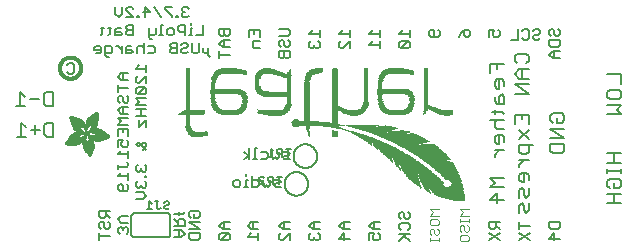
<source format=gbr>
G04 EAGLE Gerber RS-274X export*
G75*
%MOMM*%
%FSLAX34Y34*%
%LPD*%
%INSilkscreen Bottom*%
%IPPOS*%
%AMOC8*
5,1,8,0,0,1.08239X$1,22.5*%
G01*
%ADD10C,0.127000*%
%ADD11C,0.203200*%
%ADD12C,0.101600*%
%ADD13C,0.152400*%
%ADD14R,0.914400X0.025400*%
%ADD15R,0.508000X0.025400*%
%ADD16R,0.889000X0.025400*%
%ADD17R,0.406400X0.025400*%
%ADD18R,1.320800X0.025400*%
%ADD19R,0.736600X0.025400*%
%ADD20R,0.660400X0.025400*%
%ADD21R,1.346200X0.025400*%
%ADD22R,1.625600X0.025400*%
%ADD23R,0.939800X0.025400*%
%ADD24R,0.025400X0.025400*%
%ADD25R,0.863600X0.025400*%
%ADD26R,0.431800X0.025400*%
%ADD27R,1.600200X0.025400*%
%ADD28R,1.854200X0.025400*%
%ADD29R,1.066800X0.025400*%
%ADD30R,0.050800X0.025400*%
%ADD31R,1.828800X0.025400*%
%ADD32R,2.032000X0.025400*%
%ADD33R,1.219200X0.025400*%
%ADD34R,0.076200X0.025400*%
%ADD35R,0.990600X0.025400*%
%ADD36R,2.057400X0.025400*%
%ADD37R,2.209800X0.025400*%
%ADD38R,2.362200X0.025400*%
%ADD39R,1.447800X0.025400*%
%ADD40R,0.101600X0.025400*%
%ADD41R,1.092200X0.025400*%
%ADD42R,2.489200X0.025400*%
%ADD43R,1.574800X0.025400*%
%ADD44R,0.127000X0.025400*%
%ADD45R,1.143000X0.025400*%
%ADD46R,2.565400X0.025400*%
%ADD47R,1.676400X0.025400*%
%ADD48R,0.152400X0.025400*%
%ADD49R,1.168400X0.025400*%
%ADD50R,2.590800X0.025400*%
%ADD51R,1.752600X0.025400*%
%ADD52R,0.177800X0.025400*%
%ADD53R,1.193800X0.025400*%
%ADD54R,2.616200X0.025400*%
%ADD55R,0.203200X0.025400*%
%ADD56R,2.641600X0.025400*%
%ADD57R,1.930400X0.025400*%
%ADD58R,0.228600X0.025400*%
%ADD59R,1.244600X0.025400*%
%ADD60R,2.667000X0.025400*%
%ADD61R,0.254000X0.025400*%
%ADD62R,2.692400X0.025400*%
%ADD63R,2.108200X0.025400*%
%ADD64R,0.279400X0.025400*%
%ADD65R,2.717800X0.025400*%
%ADD66R,1.041400X0.025400*%
%ADD67R,2.743200X0.025400*%
%ADD68R,2.260600X0.025400*%
%ADD69R,0.304800X0.025400*%
%ADD70R,0.838200X0.025400*%
%ADD71R,0.685800X0.025400*%
%ADD72R,1.270000X0.025400*%
%ADD73R,0.330200X0.025400*%
%ADD74R,0.609600X0.025400*%
%ADD75R,0.355600X0.025400*%
%ADD76R,0.762000X0.025400*%
%ADD77R,0.635000X0.025400*%
%ADD78R,0.584200X0.025400*%
%ADD79R,0.381000X0.025400*%
%ADD80R,0.533400X0.025400*%
%ADD81R,0.558800X0.025400*%
%ADD82R,0.482600X0.025400*%
%ADD83R,1.117600X0.025400*%
%ADD84R,0.457200X0.025400*%
%ADD85R,0.787400X0.025400*%
%ADD86R,0.711200X0.025400*%
%ADD87R,2.413000X0.025400*%
%ADD88R,2.438400X0.025400*%
%ADD89R,2.540000X0.025400*%
%ADD90R,2.794000X0.025400*%
%ADD91R,2.819400X0.025400*%
%ADD92R,2.844800X0.025400*%
%ADD93R,2.870200X0.025400*%
%ADD94R,1.016000X0.025400*%
%ADD95R,2.895600X0.025400*%
%ADD96R,1.422400X0.025400*%
%ADD97R,2.921000X0.025400*%
%ADD98R,1.803400X0.025400*%
%ADD99R,2.946400X0.025400*%
%ADD100R,2.971800X0.025400*%
%ADD101R,2.997200X0.025400*%
%ADD102R,3.022600X0.025400*%
%ADD103R,2.768600X0.025400*%
%ADD104R,2.514600X0.025400*%
%ADD105R,2.336800X0.025400*%
%ADD106R,0.965200X0.025400*%
%ADD107R,0.812800X0.025400*%
%ADD108R,1.651000X0.025400*%
%ADD109R,1.701800X0.025400*%
%ADD110R,1.727200X0.025400*%
%ADD111R,2.159000X0.025400*%
%ADD112R,1.778000X0.025400*%
%ADD113R,2.082800X0.025400*%
%ADD114R,2.463800X0.025400*%
%ADD115R,2.006600X0.025400*%
%ADD116R,1.905000X0.025400*%
%ADD117R,2.286000X0.025400*%
%ADD118R,1.955800X0.025400*%
%ADD119R,2.235200X0.025400*%
%ADD120R,1.524000X0.025400*%
%ADD121R,1.981200X0.025400*%
%ADD122R,2.184400X0.025400*%
%ADD123R,1.473200X0.025400*%
%ADD124R,1.397000X0.025400*%
%ADD125R,2.387600X0.025400*%
%ADD126R,1.879600X0.025400*%
%ADD127R,1.295400X0.025400*%
%ADD128R,1.549400X0.025400*%
%ADD129R,1.371600X0.025400*%
%ADD130R,3.200400X0.025400*%
%ADD131R,3.378200X0.025400*%
%ADD132R,3.835400X0.025400*%
%ADD133R,3.987800X0.025400*%
%ADD134R,4.089400X0.025400*%
%ADD135R,4.216400X0.025400*%
%ADD136R,2.311400X0.025400*%
%ADD137R,3.225800X0.025400*%
%ADD138R,3.479800X0.025400*%
%ADD139R,3.454400X0.025400*%
%ADD140R,1.498600X0.025400*%
%ADD141R,3.429000X0.025400*%
%ADD142R,3.403600X0.025400*%
%ADD143R,3.352800X0.025400*%
%ADD144R,3.327400X0.025400*%
%ADD145R,3.302000X0.025400*%
%ADD146R,3.276600X0.025400*%
%ADD147R,3.251200X0.025400*%
%ADD148R,3.175000X0.025400*%
%ADD149R,2.133600X0.025400*%
%ADD150R,0.050800X0.006300*%
%ADD151R,0.082600X0.006400*%
%ADD152R,0.120600X0.006300*%
%ADD153R,0.139700X0.006400*%
%ADD154R,0.158800X0.006300*%
%ADD155R,0.177800X0.006400*%
%ADD156R,0.196800X0.006300*%
%ADD157R,0.215900X0.006400*%
%ADD158R,0.228600X0.006300*%
%ADD159R,0.241300X0.006400*%
%ADD160R,0.254000X0.006300*%
%ADD161R,0.266700X0.006400*%
%ADD162R,0.279400X0.006300*%
%ADD163R,0.285700X0.006400*%
%ADD164R,0.298400X0.006300*%
%ADD165R,0.311200X0.006400*%
%ADD166R,0.317500X0.006300*%
%ADD167R,0.330200X0.006400*%
%ADD168R,0.336600X0.006300*%
%ADD169R,0.349200X0.006400*%
%ADD170R,0.361900X0.006300*%
%ADD171R,0.368300X0.006400*%
%ADD172R,0.381000X0.006300*%
%ADD173R,0.387300X0.006400*%
%ADD174R,0.393700X0.006300*%
%ADD175R,0.406400X0.006400*%
%ADD176R,0.412700X0.006300*%
%ADD177R,0.419100X0.006400*%
%ADD178R,0.431800X0.006300*%
%ADD179R,0.438100X0.006400*%
%ADD180R,0.450800X0.006300*%
%ADD181R,0.457200X0.006400*%
%ADD182R,0.463500X0.006300*%
%ADD183R,0.476200X0.006400*%
%ADD184R,0.482600X0.006300*%
%ADD185R,0.488900X0.006400*%
%ADD186R,0.501600X0.006300*%
%ADD187R,0.508000X0.006400*%
%ADD188R,0.514300X0.006300*%
%ADD189R,0.527000X0.006400*%
%ADD190R,0.533400X0.006300*%
%ADD191R,0.546100X0.006400*%
%ADD192R,0.552400X0.006300*%
%ADD193R,0.558800X0.006400*%
%ADD194R,0.571500X0.006300*%
%ADD195R,0.577800X0.006400*%
%ADD196R,0.584200X0.006300*%
%ADD197R,0.596900X0.006400*%
%ADD198R,0.603200X0.006300*%
%ADD199R,0.609600X0.006400*%
%ADD200R,0.622300X0.006300*%
%ADD201R,0.628600X0.006400*%
%ADD202R,0.641300X0.006300*%
%ADD203R,0.647700X0.006400*%
%ADD204R,0.063500X0.006300*%
%ADD205R,0.654000X0.006300*%
%ADD206R,0.101600X0.006400*%
%ADD207R,0.666700X0.006400*%
%ADD208R,0.139700X0.006300*%
%ADD209R,0.673100X0.006300*%
%ADD210R,0.165100X0.006400*%
%ADD211R,0.679400X0.006400*%
%ADD212R,0.196900X0.006300*%
%ADD213R,0.692100X0.006300*%
%ADD214R,0.222200X0.006400*%
%ADD215R,0.698500X0.006400*%
%ADD216R,0.247700X0.006300*%
%ADD217R,0.704800X0.006300*%
%ADD218R,0.279400X0.006400*%
%ADD219R,0.717500X0.006400*%
%ADD220R,0.298500X0.006300*%
%ADD221R,0.723900X0.006300*%
%ADD222R,0.736600X0.006400*%
%ADD223R,0.342900X0.006300*%
%ADD224R,0.742900X0.006300*%
%ADD225R,0.374700X0.006400*%
%ADD226R,0.749300X0.006400*%
%ADD227R,0.762000X0.006300*%
%ADD228R,0.412700X0.006400*%
%ADD229R,0.768300X0.006400*%
%ADD230R,0.438100X0.006300*%
%ADD231R,0.774700X0.006300*%
%ADD232R,0.463600X0.006400*%
%ADD233R,0.787400X0.006400*%
%ADD234R,0.793700X0.006300*%
%ADD235R,0.495300X0.006400*%
%ADD236R,0.800100X0.006400*%
%ADD237R,0.520700X0.006300*%
%ADD238R,0.812800X0.006300*%
%ADD239R,0.533400X0.006400*%
%ADD240R,0.819100X0.006400*%
%ADD241R,0.558800X0.006300*%
%ADD242R,0.825500X0.006300*%
%ADD243R,0.577900X0.006400*%
%ADD244R,0.831800X0.006400*%
%ADD245R,0.596900X0.006300*%
%ADD246R,0.844500X0.006300*%
%ADD247R,0.616000X0.006400*%
%ADD248R,0.850900X0.006400*%
%ADD249R,0.635000X0.006300*%
%ADD250R,0.857200X0.006300*%
%ADD251R,0.654100X0.006400*%
%ADD252R,0.863600X0.006400*%
%ADD253R,0.666700X0.006300*%
%ADD254R,0.869900X0.006300*%
%ADD255R,0.685800X0.006400*%
%ADD256R,0.876300X0.006400*%
%ADD257R,0.882600X0.006300*%
%ADD258R,0.723900X0.006400*%
%ADD259R,0.889000X0.006400*%
%ADD260R,0.895300X0.006300*%
%ADD261R,0.755700X0.006400*%
%ADD262R,0.901700X0.006400*%
%ADD263R,0.908000X0.006300*%
%ADD264R,0.793800X0.006400*%
%ADD265R,0.914400X0.006400*%
%ADD266R,0.806400X0.006300*%
%ADD267R,0.920700X0.006300*%
%ADD268R,0.825500X0.006400*%
%ADD269R,0.927100X0.006400*%
%ADD270R,0.933400X0.006300*%
%ADD271R,0.857300X0.006400*%
%ADD272R,0.939800X0.006400*%
%ADD273R,0.870000X0.006300*%
%ADD274R,0.939800X0.006300*%
%ADD275R,0.946100X0.006400*%
%ADD276R,0.952500X0.006300*%
%ADD277R,0.908000X0.006400*%
%ADD278R,0.958800X0.006400*%
%ADD279R,0.965200X0.006300*%
%ADD280R,0.965200X0.006400*%
%ADD281R,0.971500X0.006300*%
%ADD282R,0.952500X0.006400*%
%ADD283R,0.977900X0.006400*%
%ADD284R,0.958800X0.006300*%
%ADD285R,0.984200X0.006300*%
%ADD286R,0.971500X0.006400*%
%ADD287R,0.984200X0.006400*%
%ADD288R,0.990600X0.006300*%
%ADD289R,0.984300X0.006400*%
%ADD290R,0.996900X0.006400*%
%ADD291R,0.997000X0.006300*%
%ADD292R,0.996900X0.006300*%
%ADD293R,1.003300X0.006400*%
%ADD294R,1.016000X0.006300*%
%ADD295R,1.009600X0.006300*%
%ADD296R,1.016000X0.006400*%
%ADD297R,1.009600X0.006400*%
%ADD298R,1.022300X0.006300*%
%ADD299R,1.028700X0.006400*%
%ADD300R,1.035100X0.006300*%
%ADD301R,1.047800X0.006400*%
%ADD302R,1.054100X0.006300*%
%ADD303R,1.028700X0.006300*%
%ADD304R,1.054100X0.006400*%
%ADD305R,1.035000X0.006400*%
%ADD306R,1.060400X0.006300*%
%ADD307R,1.035000X0.006300*%
%ADD308R,1.060500X0.006400*%
%ADD309R,1.041400X0.006400*%
%ADD310R,1.066800X0.006300*%
%ADD311R,1.041400X0.006300*%
%ADD312R,1.079500X0.006400*%
%ADD313R,1.047700X0.006400*%
%ADD314R,1.085900X0.006300*%
%ADD315R,1.047700X0.006300*%
%ADD316R,1.085800X0.006400*%
%ADD317R,1.092200X0.006300*%
%ADD318R,1.085900X0.006400*%
%ADD319R,1.098600X0.006300*%
%ADD320R,1.098600X0.006400*%
%ADD321R,1.060400X0.006400*%
%ADD322R,1.104900X0.006300*%
%ADD323R,1.104900X0.006400*%
%ADD324R,1.066800X0.006400*%
%ADD325R,1.111200X0.006300*%
%ADD326R,1.117600X0.006400*%
%ADD327R,1.117600X0.006300*%
%ADD328R,1.073100X0.006300*%
%ADD329R,1.073100X0.006400*%
%ADD330R,1.124000X0.006300*%
%ADD331R,1.079500X0.006300*%
%ADD332R,1.123900X0.006400*%
%ADD333R,1.130300X0.006300*%
%ADD334R,1.130300X0.006400*%
%ADD335R,1.136700X0.006400*%
%ADD336R,1.136700X0.006300*%
%ADD337R,1.085800X0.006300*%
%ADD338R,1.136600X0.006400*%
%ADD339R,1.136600X0.006300*%
%ADD340R,1.143000X0.006400*%
%ADD341R,1.143000X0.006300*%
%ADD342R,1.149400X0.006300*%
%ADD343R,1.149300X0.006300*%
%ADD344R,1.149300X0.006400*%
%ADD345R,1.149400X0.006400*%
%ADD346R,1.155700X0.006400*%
%ADD347R,1.155700X0.006300*%
%ADD348R,1.060500X0.006300*%
%ADD349R,2.197100X0.006400*%
%ADD350R,2.197100X0.006300*%
%ADD351R,2.184400X0.006300*%
%ADD352R,2.184400X0.006400*%
%ADD353R,2.171700X0.006400*%
%ADD354R,2.171700X0.006300*%
%ADD355R,1.530300X0.006400*%
%ADD356R,1.505000X0.006300*%
%ADD357R,1.492300X0.006400*%
%ADD358R,1.485900X0.006300*%
%ADD359R,0.565200X0.006300*%
%ADD360R,1.473200X0.006400*%
%ADD361R,0.565200X0.006400*%
%ADD362R,1.460500X0.006300*%
%ADD363R,1.454100X0.006400*%
%ADD364R,0.552400X0.006400*%
%ADD365R,1.441500X0.006300*%
%ADD366R,0.546100X0.006300*%
%ADD367R,1.435100X0.006400*%
%ADD368R,0.539800X0.006400*%
%ADD369R,1.428800X0.006300*%
%ADD370R,1.422400X0.006400*%
%ADD371R,1.409700X0.006300*%
%ADD372R,0.527100X0.006300*%
%ADD373R,1.403300X0.006400*%
%ADD374R,0.527100X0.006400*%
%ADD375R,1.390700X0.006300*%
%ADD376R,1.384300X0.006400*%
%ADD377R,0.520700X0.006400*%
%ADD378R,1.384300X0.006300*%
%ADD379R,0.514400X0.006300*%
%ADD380R,1.371600X0.006400*%
%ADD381R,1.365200X0.006300*%
%ADD382R,0.508000X0.006300*%
%ADD383R,1.352600X0.006400*%
%ADD384R,0.501700X0.006400*%
%ADD385R,0.711200X0.006300*%
%ADD386R,0.603300X0.006300*%
%ADD387R,0.501700X0.006300*%
%ADD388R,0.692100X0.006400*%
%ADD389R,0.571500X0.006400*%
%ADD390R,0.679400X0.006300*%
%ADD391R,0.495300X0.006300*%
%ADD392R,0.673100X0.006400*%
%ADD393R,0.666800X0.006300*%
%ADD394R,0.488900X0.006300*%
%ADD395R,0.660400X0.006400*%
%ADD396R,0.482600X0.006400*%
%ADD397R,0.476200X0.006300*%
%ADD398R,0.654000X0.006400*%
%ADD399R,0.469900X0.006400*%
%ADD400R,0.476300X0.006400*%
%ADD401R,0.647700X0.006300*%
%ADD402R,0.457200X0.006300*%
%ADD403R,0.469900X0.006300*%
%ADD404R,0.641300X0.006400*%
%ADD405R,0.444500X0.006400*%
%ADD406R,0.463600X0.006300*%
%ADD407R,0.635000X0.006400*%
%ADD408R,0.463500X0.006400*%
%ADD409R,0.393700X0.006400*%
%ADD410R,0.450800X0.006400*%
%ADD411R,0.628600X0.006300*%
%ADD412R,0.387400X0.006300*%
%ADD413R,0.450900X0.006300*%
%ADD414R,0.628700X0.006400*%
%ADD415R,0.374600X0.006400*%
%ADD416R,0.368300X0.006300*%
%ADD417R,0.438200X0.006300*%
%ADD418R,0.622300X0.006400*%
%ADD419R,0.355600X0.006400*%
%ADD420R,0.431800X0.006400*%
%ADD421R,0.349300X0.006300*%
%ADD422R,0.425400X0.006300*%
%ADD423R,0.615900X0.006300*%
%ADD424R,0.330200X0.006300*%
%ADD425R,0.419100X0.006300*%
%ADD426R,0.616000X0.006300*%
%ADD427R,0.311200X0.006300*%
%ADD428R,0.406400X0.006300*%
%ADD429R,0.615900X0.006400*%
%ADD430R,0.304800X0.006400*%
%ADD431R,0.158800X0.006400*%
%ADD432R,0.609600X0.006300*%
%ADD433R,0.292100X0.006300*%
%ADD434R,0.235000X0.006300*%
%ADD435R,0.387400X0.006400*%
%ADD436R,0.292100X0.006400*%
%ADD437R,0.336500X0.006300*%
%ADD438R,0.260400X0.006300*%
%ADD439R,0.603300X0.006400*%
%ADD440R,0.260400X0.006400*%
%ADD441R,0.362000X0.006400*%
%ADD442R,0.450900X0.006400*%
%ADD443R,0.355600X0.006300*%
%ADD444R,0.342900X0.006400*%
%ADD445R,0.514300X0.006400*%
%ADD446R,0.234900X0.006300*%
%ADD447R,0.539700X0.006300*%
%ADD448R,0.603200X0.006400*%
%ADD449R,0.234900X0.006400*%
%ADD450R,0.920700X0.006400*%
%ADD451R,0.958900X0.006400*%
%ADD452R,0.215900X0.006300*%
%ADD453R,0.209600X0.006400*%
%ADD454R,0.203200X0.006300*%
%ADD455R,1.003300X0.006300*%
%ADD456R,0.203200X0.006400*%
%ADD457R,0.196900X0.006400*%
%ADD458R,0.190500X0.006300*%
%ADD459R,0.190500X0.006400*%
%ADD460R,0.184200X0.006300*%
%ADD461R,0.590500X0.006400*%
%ADD462R,0.184200X0.006400*%
%ADD463R,0.590500X0.006300*%
%ADD464R,0.177800X0.006300*%
%ADD465R,0.584200X0.006400*%
%ADD466R,1.168400X0.006400*%
%ADD467R,0.171500X0.006300*%
%ADD468R,1.187500X0.006300*%
%ADD469R,1.200100X0.006400*%
%ADD470R,0.577800X0.006300*%
%ADD471R,1.212900X0.006300*%
%ADD472R,1.231900X0.006400*%
%ADD473R,1.250900X0.006300*%
%ADD474R,0.565100X0.006400*%
%ADD475R,0.184100X0.006400*%
%ADD476R,1.263700X0.006400*%
%ADD477R,0.565100X0.006300*%
%ADD478R,1.289100X0.006300*%
%ADD479R,1.314400X0.006400*%
%ADD480R,0.552500X0.006300*%
%ADD481R,1.568500X0.006300*%
%ADD482R,0.552500X0.006400*%
%ADD483R,1.581200X0.006400*%
%ADD484R,1.593800X0.006300*%
%ADD485R,1.606500X0.006400*%
%ADD486R,1.619300X0.006300*%
%ADD487R,0.514400X0.006400*%
%ADD488R,1.638300X0.006400*%
%ADD489R,1.657300X0.006300*%
%ADD490R,2.209800X0.006400*%
%ADD491R,2.425700X0.006300*%
%ADD492R,2.470100X0.006400*%
%ADD493R,2.501900X0.006300*%
%ADD494R,2.533700X0.006400*%
%ADD495R,2.559000X0.006300*%
%ADD496R,2.584500X0.006400*%
%ADD497R,2.609900X0.006300*%
%ADD498R,2.628900X0.006400*%
%ADD499R,2.660600X0.006300*%
%ADD500R,2.673400X0.006400*%
%ADD501R,1.422400X0.006300*%
%ADD502R,1.200200X0.006300*%
%ADD503R,1.365300X0.006300*%
%ADD504R,1.365300X0.006400*%
%ADD505R,1.352500X0.006300*%
%ADD506R,1.098500X0.006300*%
%ADD507R,1.358900X0.006400*%
%ADD508R,1.352600X0.006300*%
%ADD509R,1.358900X0.006300*%
%ADD510R,1.371600X0.006300*%
%ADD511R,1.377900X0.006400*%
%ADD512R,1.397000X0.006400*%
%ADD513R,1.403300X0.006300*%
%ADD514R,0.914400X0.006300*%
%ADD515R,0.876300X0.006300*%
%ADD516R,0.374600X0.006300*%
%ADD517R,1.073200X0.006400*%
%ADD518R,0.374700X0.006300*%
%ADD519R,0.844600X0.006400*%
%ADD520R,0.844600X0.006300*%
%ADD521R,0.831900X0.006400*%
%ADD522R,1.092200X0.006400*%
%ADD523R,0.400000X0.006300*%
%ADD524R,0.819200X0.006400*%
%ADD525R,1.111300X0.006400*%
%ADD526R,0.812800X0.006400*%
%ADD527R,0.800100X0.006300*%
%ADD528R,0.476300X0.006300*%
%ADD529R,1.181100X0.006300*%
%ADD530R,0.501600X0.006400*%
%ADD531R,1.193800X0.006400*%
%ADD532R,0.781000X0.006400*%
%ADD533R,1.238200X0.006400*%
%ADD534R,0.781100X0.006300*%
%ADD535R,1.257300X0.006300*%
%ADD536R,1.295400X0.006400*%
%ADD537R,1.333500X0.006300*%
%ADD538R,0.774700X0.006400*%
%ADD539R,1.866900X0.006400*%
%ADD540R,0.209600X0.006300*%
%ADD541R,1.866900X0.006300*%
%ADD542R,0.768400X0.006400*%
%ADD543R,0.209500X0.006400*%
%ADD544R,1.860600X0.006400*%
%ADD545R,0.762000X0.006400*%
%ADD546R,0.768400X0.006300*%
%ADD547R,1.860600X0.006300*%
%ADD548R,1.860500X0.006400*%
%ADD549R,0.222300X0.006300*%
%ADD550R,1.854200X0.006300*%
%ADD551R,0.235000X0.006400*%
%ADD552R,1.854200X0.006400*%
%ADD553R,0.768300X0.006300*%
%ADD554R,0.260300X0.006400*%
%ADD555R,1.847800X0.006400*%
%ADD556R,0.266700X0.006300*%
%ADD557R,1.847800X0.006300*%
%ADD558R,0.273100X0.006400*%
%ADD559R,1.841500X0.006400*%
%ADD560R,0.285800X0.006300*%
%ADD561R,1.841500X0.006300*%
%ADD562R,0.298500X0.006400*%
%ADD563R,1.835100X0.006400*%
%ADD564R,0.781000X0.006300*%
%ADD565R,0.304800X0.006300*%
%ADD566R,1.835100X0.006300*%
%ADD567R,0.317500X0.006400*%
%ADD568R,1.828800X0.006400*%
%ADD569R,0.787400X0.006300*%
%ADD570R,0.323800X0.006300*%
%ADD571R,1.828800X0.006300*%
%ADD572R,0.793700X0.006400*%
%ADD573R,1.822400X0.006400*%
%ADD574R,0.806500X0.006300*%
%ADD575R,1.822400X0.006300*%
%ADD576R,1.816100X0.006400*%
%ADD577R,0.819100X0.006300*%
%ADD578R,0.387300X0.006300*%
%ADD579R,1.816100X0.006300*%
%ADD580R,1.809800X0.006400*%
%ADD581R,1.803400X0.006300*%
%ADD582R,1.797000X0.006400*%
%ADD583R,0.901700X0.006300*%
%ADD584R,1.797000X0.006300*%
%ADD585R,1.441400X0.006400*%
%ADD586R,1.790700X0.006400*%
%ADD587R,1.447800X0.006300*%
%ADD588R,1.784300X0.006300*%
%ADD589R,1.447800X0.006400*%
%ADD590R,1.784300X0.006400*%
%ADD591R,1.454100X0.006300*%
%ADD592R,1.771700X0.006300*%
%ADD593R,1.460500X0.006400*%
%ADD594R,1.759000X0.006400*%
%ADD595R,1.466800X0.006300*%
%ADD596R,1.752600X0.006300*%
%ADD597R,1.466800X0.006400*%
%ADD598R,1.739900X0.006400*%
%ADD599R,1.473200X0.006300*%
%ADD600R,1.727200X0.006300*%
%ADD601R,1.479500X0.006400*%
%ADD602R,1.714500X0.006400*%
%ADD603R,1.695400X0.006300*%
%ADD604R,1.485900X0.006400*%
%ADD605R,1.682700X0.006400*%
%ADD606R,1.492200X0.006300*%
%ADD607R,1.663700X0.006300*%
%ADD608R,1.498600X0.006400*%
%ADD609R,1.644600X0.006400*%
%ADD610R,1.498600X0.006300*%
%ADD611R,1.619200X0.006300*%
%ADD612R,1.511300X0.006400*%
%ADD613R,1.600200X0.006400*%
%ADD614R,1.517700X0.006300*%
%ADD615R,1.574800X0.006300*%
%ADD616R,1.524000X0.006400*%
%ADD617R,1.555800X0.006400*%
%ADD618R,1.524000X0.006300*%
%ADD619R,1.536700X0.006300*%
%ADD620R,1.530400X0.006400*%
%ADD621R,1.517700X0.006400*%
%ADD622R,1.492300X0.006300*%
%ADD623R,1.549400X0.006400*%
%ADD624R,1.479600X0.006400*%
%ADD625R,1.549400X0.006300*%
%ADD626R,1.555700X0.006400*%
%ADD627R,1.562100X0.006300*%
%ADD628R,0.323900X0.006300*%
%ADD629R,1.568400X0.006400*%
%ADD630R,0.336600X0.006400*%
%ADD631R,1.587500X0.006300*%
%ADD632R,0.971600X0.006300*%
%ADD633R,0.349300X0.006400*%
%ADD634R,1.600200X0.006300*%
%ADD635R,0.920800X0.006300*%
%ADD636R,0.882700X0.006400*%
%ADD637R,1.612900X0.006300*%
%ADD638R,0.362000X0.006300*%
%ADD639R,1.625600X0.006400*%
%ADD640R,1.625600X0.006300*%
%ADD641R,1.644600X0.006300*%
%ADD642R,0.736600X0.006300*%
%ADD643R,0.717600X0.006400*%
%ADD644R,1.657400X0.006300*%
%ADD645R,0.679500X0.006300*%
%ADD646R,1.663700X0.006400*%
%ADD647R,0.400000X0.006400*%
%ADD648R,1.676400X0.006300*%
%ADD649R,1.676400X0.006400*%
%ADD650R,0.425500X0.006400*%
%ADD651R,1.352500X0.006400*%
%ADD652R,0.444500X0.006300*%
%ADD653R,0.361900X0.006400*%
%ADD654R,0.088900X0.006300*%
%ADD655R,1.009700X0.006300*%
%ADD656R,1.009700X0.006400*%
%ADD657R,1.022300X0.006400*%
%ADD658R,1.346200X0.006400*%
%ADD659R,1.346200X0.006300*%
%ADD660R,1.339900X0.006400*%
%ADD661R,1.035100X0.006400*%
%ADD662R,1.339800X0.006300*%
%ADD663R,1.333500X0.006400*%
%ADD664R,1.327200X0.006400*%
%ADD665R,1.320800X0.006300*%
%ADD666R,1.314500X0.006400*%
%ADD667R,1.314400X0.006300*%
%ADD668R,1.301700X0.006400*%
%ADD669R,1.295400X0.006300*%
%ADD670R,1.289000X0.006400*%
%ADD671R,1.276300X0.006300*%
%ADD672R,1.251000X0.006300*%
%ADD673R,1.244600X0.006400*%
%ADD674R,1.231900X0.006300*%
%ADD675R,1.212800X0.006400*%
%ADD676R,1.200100X0.006300*%
%ADD677R,1.187400X0.006400*%
%ADD678R,1.168400X0.006300*%
%ADD679R,1.047800X0.006300*%
%ADD680R,0.977900X0.006300*%
%ADD681R,0.946200X0.006400*%
%ADD682R,0.933400X0.006400*%
%ADD683R,0.895300X0.006400*%
%ADD684R,0.882700X0.006300*%
%ADD685R,0.863600X0.006300*%
%ADD686R,0.857200X0.006400*%
%ADD687R,0.850900X0.006300*%
%ADD688R,0.838200X0.006300*%
%ADD689R,0.806500X0.006400*%
%ADD690R,0.717600X0.006300*%
%ADD691R,0.711200X0.006400*%
%ADD692R,0.641400X0.006400*%
%ADD693R,0.641400X0.006300*%
%ADD694R,0.628700X0.006300*%
%ADD695R,0.590600X0.006300*%
%ADD696R,0.539700X0.006400*%
%ADD697R,0.285700X0.006300*%
%ADD698R,0.222200X0.006300*%
%ADD699R,0.171400X0.006300*%
%ADD700R,0.152400X0.006400*%
%ADD701R,0.133400X0.006300*%
%ADD702C,0.304800*%


D10*
X134978Y221410D02*
X133495Y222893D01*
X130529Y222893D01*
X129046Y221410D01*
X129046Y219927D01*
X130529Y218444D01*
X132012Y218444D01*
X130529Y218444D02*
X129046Y216961D01*
X129046Y215478D01*
X130529Y213995D01*
X133495Y213995D01*
X134978Y215478D01*
X125623Y215478D02*
X125623Y213995D01*
X125623Y215478D02*
X124140Y215478D01*
X124140Y213995D01*
X125623Y213995D01*
X120945Y222893D02*
X115014Y222893D01*
X115014Y221410D01*
X120945Y215478D01*
X120945Y213995D01*
X111590Y213995D02*
X105659Y222893D01*
X97786Y222893D02*
X97786Y213995D01*
X102235Y218444D02*
X97786Y222893D01*
X96303Y218444D02*
X102235Y218444D01*
X92880Y215478D02*
X92880Y213995D01*
X92880Y215478D02*
X91397Y215478D01*
X91397Y213995D01*
X92880Y213995D01*
X88202Y213995D02*
X82271Y213995D01*
X88202Y213995D02*
X82271Y219927D01*
X82271Y221410D01*
X83753Y222893D01*
X86719Y222893D01*
X88202Y221410D01*
X78847Y222893D02*
X78847Y216961D01*
X75881Y213995D01*
X72915Y216961D01*
X72915Y222893D01*
X147452Y207653D02*
X147452Y198755D01*
X141520Y198755D01*
X138097Y204687D02*
X136614Y204687D01*
X136614Y198755D01*
X138097Y198755D02*
X135131Y198755D01*
X136614Y207653D02*
X136614Y209136D01*
X131860Y207653D02*
X131860Y198755D01*
X131860Y207653D02*
X127411Y207653D01*
X125928Y206170D01*
X125928Y203204D01*
X127411Y201721D01*
X131860Y201721D01*
X121022Y198755D02*
X118056Y198755D01*
X116573Y200238D01*
X116573Y203204D01*
X118056Y204687D01*
X121022Y204687D01*
X122505Y203204D01*
X122505Y200238D01*
X121022Y198755D01*
X113149Y207653D02*
X111667Y207653D01*
X111667Y198755D01*
X113149Y198755D02*
X110184Y198755D01*
X106913Y200238D02*
X106913Y204687D01*
X106913Y200238D02*
X105430Y198755D01*
X100981Y198755D01*
X100981Y197272D02*
X100981Y204687D01*
X100981Y197272D02*
X102464Y195789D01*
X103947Y195789D01*
X88202Y198755D02*
X88202Y207653D01*
X83754Y207653D01*
X82271Y206170D01*
X82271Y204687D01*
X83754Y203204D01*
X82271Y201721D01*
X82271Y200238D01*
X83754Y198755D01*
X88202Y198755D01*
X88202Y203204D02*
X83754Y203204D01*
X77364Y204687D02*
X74398Y204687D01*
X72915Y203204D01*
X72915Y198755D01*
X77364Y198755D01*
X78847Y200238D01*
X77364Y201721D01*
X72915Y201721D01*
X68009Y200238D02*
X68009Y206170D01*
X68009Y200238D02*
X66526Y198755D01*
X66526Y204687D02*
X69492Y204687D01*
X61772Y206170D02*
X61772Y200238D01*
X60289Y198755D01*
X60289Y204687D02*
X63255Y204687D01*
X151426Y187964D02*
X151426Y184998D01*
X149943Y183515D01*
X148460Y183515D01*
X146977Y184998D01*
X146977Y187964D01*
X151426Y184998D02*
X151426Y182032D01*
X152909Y180549D01*
X143554Y184998D02*
X143554Y192413D01*
X143554Y184998D02*
X142071Y183515D01*
X139105Y183515D01*
X137622Y184998D01*
X137622Y192413D01*
X129750Y192413D02*
X128267Y190930D01*
X129750Y192413D02*
X132716Y192413D01*
X134199Y190930D01*
X134199Y189447D01*
X132716Y187964D01*
X129750Y187964D01*
X128267Y186481D01*
X128267Y184998D01*
X129750Y183515D01*
X132716Y183515D01*
X134199Y184998D01*
X124843Y183515D02*
X124843Y192413D01*
X120395Y192413D01*
X118912Y190930D01*
X118912Y189447D01*
X120395Y187964D01*
X118912Y186481D01*
X118912Y184998D01*
X120395Y183515D01*
X124843Y183515D01*
X124843Y187964D02*
X120395Y187964D01*
X104650Y189447D02*
X100201Y189447D01*
X104650Y189447D02*
X106133Y187964D01*
X106133Y184998D01*
X104650Y183515D01*
X100201Y183515D01*
X96778Y183515D02*
X96778Y192413D01*
X95295Y189447D02*
X96778Y187964D01*
X95295Y189447D02*
X92329Y189447D01*
X90846Y187964D01*
X90846Y183515D01*
X85940Y189447D02*
X82974Y189447D01*
X81491Y187964D01*
X81491Y183515D01*
X85940Y183515D01*
X87423Y184998D01*
X85940Y186481D01*
X81491Y186481D01*
X78067Y183515D02*
X78067Y189447D01*
X75102Y189447D02*
X78067Y186481D01*
X75102Y189447D02*
X73619Y189447D01*
X67306Y180549D02*
X65823Y180549D01*
X64340Y182032D01*
X64340Y189447D01*
X68789Y189447D01*
X70272Y187964D01*
X70272Y184998D01*
X68789Y183515D01*
X64340Y183515D01*
X59433Y183515D02*
X56468Y183515D01*
X59433Y183515D02*
X60916Y184998D01*
X60916Y187964D01*
X59433Y189447D01*
X56468Y189447D01*
X54985Y187964D01*
X54985Y186481D01*
X60916Y186481D01*
D11*
X389943Y174385D02*
X401892Y174385D01*
X389943Y174385D02*
X389943Y166420D01*
X395917Y170402D02*
X395917Y174385D01*
X401892Y159530D02*
X401892Y155548D01*
X401892Y159530D02*
X399900Y161522D01*
X395917Y161522D01*
X393926Y159530D01*
X393926Y155548D01*
X395917Y153556D01*
X397909Y153556D01*
X397909Y161522D01*
X393926Y146667D02*
X393926Y142684D01*
X395917Y140693D01*
X401892Y140693D01*
X401892Y146667D01*
X399900Y148658D01*
X397909Y146667D01*
X397909Y140693D01*
X399900Y133804D02*
X391935Y133804D01*
X399900Y133804D02*
X401892Y131812D01*
X393926Y131812D02*
X393926Y135795D01*
X389943Y127219D02*
X401892Y127219D01*
X395917Y127219D02*
X393926Y125228D01*
X393926Y121245D01*
X395917Y119254D01*
X401892Y119254D01*
X401892Y112365D02*
X401892Y108382D01*
X401892Y112365D02*
X399900Y114356D01*
X395917Y114356D01*
X393926Y112365D01*
X393926Y108382D01*
X395917Y106391D01*
X397909Y106391D01*
X397909Y114356D01*
X401892Y101493D02*
X393926Y101493D01*
X397909Y101493D02*
X393926Y97510D01*
X393926Y95519D01*
X389943Y77910D02*
X401892Y77910D01*
X393926Y73927D02*
X389943Y77910D01*
X393926Y73927D02*
X389943Y69944D01*
X401892Y69944D01*
X401892Y59072D02*
X389943Y59072D01*
X395917Y65046D01*
X395917Y57081D01*
X412890Y174995D02*
X410898Y176987D01*
X410898Y180969D01*
X412890Y182961D01*
X420855Y182961D01*
X422847Y180969D01*
X422847Y176987D01*
X420855Y174995D01*
X422847Y170097D02*
X414881Y170097D01*
X410898Y166115D01*
X414881Y162132D01*
X422847Y162132D01*
X416872Y162132D02*
X416872Y170097D01*
X422847Y157234D02*
X410898Y157234D01*
X422847Y149269D01*
X410898Y149269D01*
X410898Y131507D02*
X410898Y123542D01*
X410898Y131507D02*
X422847Y131507D01*
X422847Y123542D01*
X416872Y127525D02*
X416872Y131507D01*
X414881Y118644D02*
X422847Y110678D01*
X422847Y118644D02*
X414881Y110678D01*
X414881Y105780D02*
X426829Y105780D01*
X414881Y105780D02*
X414881Y99806D01*
X416872Y97815D01*
X420855Y97815D01*
X422847Y99806D01*
X422847Y105780D01*
X422847Y92917D02*
X414881Y92917D01*
X418864Y92917D02*
X414881Y88934D01*
X414881Y86943D01*
X422847Y80206D02*
X422847Y76224D01*
X422847Y80206D02*
X420855Y82198D01*
X416872Y82198D01*
X414881Y80206D01*
X414881Y76224D01*
X416872Y74232D01*
X418864Y74232D01*
X418864Y82198D01*
X422847Y69334D02*
X422847Y63360D01*
X420855Y61369D01*
X418864Y63360D01*
X418864Y67343D01*
X416872Y69334D01*
X414881Y67343D01*
X414881Y61369D01*
X422847Y56471D02*
X422847Y50497D01*
X420855Y48505D01*
X418864Y50497D01*
X418864Y54480D01*
X416872Y56471D01*
X414881Y54480D01*
X414881Y48505D01*
D10*
X83820Y166389D02*
X77888Y166389D01*
X74922Y163423D01*
X77888Y160457D01*
X83820Y160457D01*
X79371Y160457D02*
X79371Y166389D01*
X83820Y154068D02*
X74922Y154068D01*
X74922Y157033D02*
X74922Y151102D01*
X74922Y143229D02*
X76405Y141746D01*
X74922Y143229D02*
X74922Y146195D01*
X76405Y147678D01*
X77888Y147678D01*
X79371Y146195D01*
X79371Y143229D01*
X80854Y141746D01*
X82337Y141746D01*
X83820Y143229D01*
X83820Y146195D01*
X82337Y147678D01*
X83820Y138323D02*
X77888Y138323D01*
X74922Y135357D01*
X77888Y132391D01*
X83820Y132391D01*
X79371Y132391D02*
X79371Y138323D01*
X83820Y128968D02*
X74922Y128968D01*
X77888Y126002D01*
X74922Y123036D01*
X83820Y123036D01*
X74922Y119613D02*
X74922Y113681D01*
X74922Y119613D02*
X83820Y119613D01*
X83820Y113681D01*
X79371Y116647D02*
X79371Y119613D01*
X74922Y110257D02*
X74922Y104326D01*
X74922Y110257D02*
X79371Y110257D01*
X77888Y107292D01*
X77888Y105809D01*
X79371Y104326D01*
X82337Y104326D01*
X83820Y105809D01*
X83820Y108775D01*
X82337Y110257D01*
X77888Y100902D02*
X74922Y97936D01*
X83820Y97936D01*
X83820Y94971D02*
X83820Y100902D01*
X82337Y91547D02*
X83820Y90064D01*
X83820Y88581D01*
X82337Y87098D01*
X74922Y87098D01*
X74922Y88581D02*
X74922Y85615D01*
X77888Y82192D02*
X74922Y79226D01*
X83820Y79226D01*
X83820Y82192D02*
X83820Y76260D01*
X82337Y72837D02*
X83820Y71354D01*
X83820Y68388D01*
X82337Y66905D01*
X76405Y66905D01*
X74922Y68388D01*
X74922Y71354D01*
X76405Y72837D01*
X77888Y72837D01*
X79371Y71354D01*
X79371Y66905D01*
X90162Y170439D02*
X93128Y173405D01*
X90162Y170439D02*
X99060Y170439D01*
X99060Y173405D02*
X99060Y167473D01*
X99060Y164050D02*
X99060Y158118D01*
X99060Y164050D02*
X93128Y158118D01*
X91645Y158118D01*
X90162Y159601D01*
X90162Y162567D01*
X91645Y164050D01*
X91645Y154695D02*
X97577Y154695D01*
X91645Y154695D02*
X90162Y153212D01*
X90162Y150246D01*
X91645Y148763D01*
X97577Y148763D01*
X99060Y150246D01*
X99060Y153212D01*
X97577Y154695D01*
X91645Y148763D01*
X90162Y145339D02*
X99060Y145339D01*
X93128Y142374D02*
X90162Y145339D01*
X93128Y142374D02*
X90162Y139408D01*
X99060Y139408D01*
X99060Y135984D02*
X90162Y135984D01*
X94611Y135984D02*
X94611Y130053D01*
X90162Y130053D02*
X99060Y130053D01*
X93128Y126629D02*
X93128Y120697D01*
X99060Y126629D01*
X99060Y120697D01*
X99060Y104953D02*
X96094Y101987D01*
X99060Y104953D02*
X99060Y106436D01*
X97577Y107919D01*
X96094Y107919D01*
X93128Y104953D01*
X91645Y104953D01*
X90162Y106436D01*
X91645Y107919D01*
X93128Y107919D01*
X99060Y101987D01*
X91645Y89208D02*
X90162Y87725D01*
X90162Y84760D01*
X91645Y83277D01*
X93128Y83277D01*
X94611Y84760D01*
X94611Y86242D01*
X94611Y84760D02*
X96094Y83277D01*
X97577Y83277D01*
X99060Y84760D01*
X99060Y87725D01*
X97577Y89208D01*
X97577Y79853D02*
X99060Y79853D01*
X97577Y79853D02*
X97577Y78370D01*
X99060Y78370D01*
X99060Y79853D01*
X91645Y75176D02*
X90162Y73693D01*
X90162Y70727D01*
X91645Y69244D01*
X93128Y69244D01*
X94611Y70727D01*
X94611Y72210D01*
X94611Y70727D02*
X96094Y69244D01*
X97577Y69244D01*
X99060Y70727D01*
X99060Y73693D01*
X97577Y75176D01*
X96094Y65820D02*
X90162Y65820D01*
X96094Y65820D02*
X99060Y62854D01*
X96094Y59889D01*
X90162Y59889D01*
X211447Y203898D02*
X218862Y203898D01*
X220345Y202415D01*
X220345Y199449D01*
X218862Y197966D01*
X211447Y197966D01*
X211447Y190094D02*
X212930Y188611D01*
X211447Y190094D02*
X211447Y193060D01*
X212930Y194543D01*
X214413Y194543D01*
X215896Y193060D01*
X215896Y190094D01*
X217379Y188611D01*
X218862Y188611D01*
X220345Y190094D01*
X220345Y193060D01*
X218862Y194543D01*
X220345Y185187D02*
X211447Y185187D01*
X211447Y180739D01*
X212930Y179256D01*
X214413Y179256D01*
X215896Y180739D01*
X217379Y179256D01*
X218862Y179256D01*
X220345Y180739D01*
X220345Y185187D01*
X215896Y185187D02*
X215896Y180739D01*
X236847Y200064D02*
X239813Y203030D01*
X236847Y200064D02*
X245745Y200064D01*
X245745Y203030D02*
X245745Y197098D01*
X238330Y193675D02*
X236847Y192192D01*
X236847Y189226D01*
X238330Y187743D01*
X239813Y187743D01*
X241296Y189226D01*
X241296Y190709D01*
X241296Y189226D02*
X242779Y187743D01*
X244262Y187743D01*
X245745Y189226D01*
X245745Y192192D01*
X244262Y193675D01*
X389247Y197501D02*
X389247Y203433D01*
X393696Y203433D01*
X392213Y200467D01*
X392213Y198984D01*
X393696Y197501D01*
X396662Y197501D01*
X398145Y198984D01*
X398145Y201950D01*
X396662Y203433D01*
X290613Y203030D02*
X287647Y200064D01*
X296545Y200064D01*
X296545Y203030D02*
X296545Y197098D01*
X290613Y193675D02*
X287647Y190709D01*
X296545Y190709D01*
X296545Y193675D02*
X296545Y187743D01*
X313047Y200064D02*
X316013Y203030D01*
X313047Y200064D02*
X321945Y200064D01*
X321945Y203030D02*
X321945Y197098D01*
X320462Y193675D02*
X314530Y193675D01*
X313047Y192192D01*
X313047Y189226D01*
X314530Y187743D01*
X320462Y187743D01*
X321945Y189226D01*
X321945Y192192D01*
X320462Y193675D01*
X314530Y187743D01*
X345862Y203433D02*
X347345Y201950D01*
X347345Y198984D01*
X345862Y197501D01*
X339930Y197501D01*
X338447Y198984D01*
X338447Y201950D01*
X339930Y203433D01*
X341413Y203433D01*
X342896Y201950D01*
X342896Y197501D01*
X426566Y202360D02*
X428049Y203843D01*
X431015Y203843D01*
X432498Y202360D01*
X432498Y200877D01*
X431015Y199394D01*
X428049Y199394D01*
X426566Y197911D01*
X426566Y196428D01*
X428049Y194945D01*
X431015Y194945D01*
X432498Y196428D01*
X418694Y203843D02*
X417211Y202360D01*
X418694Y203843D02*
X421660Y203843D01*
X423143Y202360D01*
X423143Y196428D01*
X421660Y194945D01*
X418694Y194945D01*
X417211Y196428D01*
X413787Y194945D02*
X413787Y203843D01*
X413787Y194945D02*
X407856Y194945D01*
X440047Y199449D02*
X441530Y197966D01*
X440047Y199449D02*
X440047Y202415D01*
X441530Y203898D01*
X443013Y203898D01*
X444496Y202415D01*
X444496Y199449D01*
X445979Y197966D01*
X447462Y197966D01*
X448945Y199449D01*
X448945Y202415D01*
X447462Y203898D01*
X448945Y194543D02*
X440047Y194543D01*
X448945Y194543D02*
X448945Y190094D01*
X447462Y188611D01*
X441530Y188611D01*
X440047Y190094D01*
X440047Y194543D01*
X443013Y185187D02*
X448945Y185187D01*
X443013Y185187D02*
X440047Y182222D01*
X443013Y179256D01*
X448945Y179256D01*
X444496Y179256D02*
X444496Y185187D01*
X169545Y203898D02*
X160647Y203898D01*
X160647Y199449D01*
X162130Y197966D01*
X163613Y197966D01*
X165096Y199449D01*
X166579Y197966D01*
X168062Y197966D01*
X169545Y199449D01*
X169545Y203898D01*
X165096Y203898D02*
X165096Y199449D01*
X163613Y194543D02*
X169545Y194543D01*
X163613Y194543D02*
X160647Y191577D01*
X163613Y188611D01*
X169545Y188611D01*
X165096Y188611D02*
X165096Y194543D01*
X169545Y182222D02*
X160647Y182222D01*
X160647Y185187D02*
X160647Y179256D01*
X262247Y200064D02*
X265213Y203030D01*
X262247Y200064D02*
X271145Y200064D01*
X271145Y203030D02*
X271145Y197098D01*
X271145Y193675D02*
X271145Y187743D01*
X271145Y193675D02*
X265213Y187743D01*
X263730Y187743D01*
X262247Y189226D01*
X262247Y192192D01*
X263730Y193675D01*
X363847Y197501D02*
X365330Y200467D01*
X368296Y203433D01*
X371262Y203433D01*
X372745Y201950D01*
X372745Y198984D01*
X371262Y197501D01*
X369779Y197501D01*
X368296Y198984D01*
X368296Y203433D01*
X186047Y203030D02*
X186047Y197098D01*
X186047Y203030D02*
X194945Y203030D01*
X194945Y197098D01*
X190496Y200064D02*
X190496Y203030D01*
X189013Y193675D02*
X194945Y193675D01*
X189013Y193675D02*
X189013Y189226D01*
X190496Y187743D01*
X194945Y187743D01*
X67945Y50228D02*
X59047Y50228D01*
X59047Y45779D01*
X60530Y44296D01*
X63496Y44296D01*
X64979Y45779D01*
X64979Y50228D01*
X64979Y47262D02*
X67945Y44296D01*
X59047Y36424D02*
X60530Y34941D01*
X59047Y36424D02*
X59047Y39390D01*
X60530Y40873D01*
X62013Y40873D01*
X63496Y39390D01*
X63496Y36424D01*
X64979Y34941D01*
X66462Y34941D01*
X67945Y36424D01*
X67945Y39390D01*
X66462Y40873D01*
X67945Y28552D02*
X59047Y28552D01*
X59047Y31517D02*
X59047Y25586D01*
X122555Y27531D02*
X128487Y27531D01*
X131453Y30497D01*
X128487Y33463D01*
X122555Y33463D01*
X127004Y33463D02*
X127004Y27531D01*
X122555Y36887D02*
X131453Y36887D01*
X131453Y41335D01*
X129970Y42818D01*
X127004Y42818D01*
X125521Y41335D01*
X125521Y36887D01*
X125521Y39852D02*
X122555Y42818D01*
X122555Y47725D02*
X129970Y47725D01*
X131453Y49208D01*
X127004Y49208D02*
X127004Y46242D01*
X83828Y32133D02*
X82345Y30650D01*
X83828Y32133D02*
X83828Y35099D01*
X82345Y36582D01*
X80862Y36582D01*
X79379Y35099D01*
X79379Y33616D01*
X79379Y35099D02*
X77896Y36582D01*
X76413Y36582D01*
X74930Y35099D01*
X74930Y32133D01*
X76413Y30650D01*
X77896Y40005D02*
X83828Y40005D01*
X77896Y40005D02*
X74930Y42971D01*
X77896Y45937D01*
X83828Y45937D01*
X290613Y40470D02*
X296545Y40470D01*
X290613Y40470D02*
X287647Y37504D01*
X290613Y34538D01*
X296545Y34538D01*
X292096Y34538D02*
X292096Y40470D01*
X287647Y31115D02*
X287647Y25183D01*
X287647Y31115D02*
X292096Y31115D01*
X290613Y28149D01*
X290613Y26666D01*
X292096Y25183D01*
X295062Y25183D01*
X296545Y26666D01*
X296545Y29632D01*
X295062Y31115D01*
X271145Y40470D02*
X265213Y40470D01*
X262247Y37504D01*
X265213Y34538D01*
X271145Y34538D01*
X266696Y34538D02*
X266696Y40470D01*
X271145Y26666D02*
X262247Y26666D01*
X266696Y31115D01*
X266696Y25183D01*
X245745Y40470D02*
X239813Y40470D01*
X236847Y37504D01*
X239813Y34538D01*
X245745Y34538D01*
X241296Y34538D02*
X241296Y40470D01*
X238330Y31115D02*
X236847Y29632D01*
X236847Y26666D01*
X238330Y25183D01*
X239813Y25183D01*
X241296Y26666D01*
X241296Y28149D01*
X241296Y26666D02*
X242779Y25183D01*
X244262Y25183D01*
X245745Y26666D01*
X245745Y29632D01*
X244262Y31115D01*
X220345Y40470D02*
X214413Y40470D01*
X211447Y37504D01*
X214413Y34538D01*
X220345Y34538D01*
X215896Y34538D02*
X215896Y40470D01*
X220345Y31115D02*
X220345Y25183D01*
X220345Y31115D02*
X214413Y25183D01*
X212930Y25183D01*
X211447Y26666D01*
X211447Y29632D01*
X212930Y31115D01*
X193675Y40470D02*
X187743Y40470D01*
X184777Y37504D01*
X187743Y34538D01*
X193675Y34538D01*
X189226Y34538D02*
X189226Y40470D01*
X187743Y31115D02*
X184777Y28149D01*
X193675Y28149D01*
X193675Y31115D02*
X193675Y25183D01*
X169545Y40470D02*
X163613Y40470D01*
X160647Y37504D01*
X163613Y34538D01*
X169545Y34538D01*
X165096Y34538D02*
X165096Y40470D01*
X168062Y31115D02*
X162130Y31115D01*
X160647Y29632D01*
X160647Y26666D01*
X162130Y25183D01*
X168062Y25183D01*
X169545Y26666D01*
X169545Y29632D01*
X168062Y31115D01*
X162130Y25183D01*
X313047Y44509D02*
X314530Y43026D01*
X313047Y44509D02*
X313047Y47475D01*
X314530Y48958D01*
X316013Y48958D01*
X317496Y47475D01*
X317496Y44509D01*
X318979Y43026D01*
X320462Y43026D01*
X321945Y44509D01*
X321945Y47475D01*
X320462Y48958D01*
X313047Y35154D02*
X314530Y33671D01*
X313047Y35154D02*
X313047Y38120D01*
X314530Y39603D01*
X320462Y39603D01*
X321945Y38120D01*
X321945Y35154D01*
X320462Y33671D01*
X321945Y30247D02*
X313047Y30247D01*
X313047Y24316D02*
X318979Y30247D01*
X317496Y28765D02*
X321945Y24316D01*
D12*
X338956Y51329D02*
X346837Y51329D01*
X341583Y48702D02*
X338956Y51329D01*
X341583Y48702D02*
X338956Y46075D01*
X346837Y46075D01*
X338956Y41830D02*
X338956Y39203D01*
X338956Y41830D02*
X340270Y43144D01*
X345524Y43144D01*
X346837Y41830D01*
X346837Y39203D01*
X345524Y37890D01*
X340270Y37890D01*
X338956Y39203D01*
X338956Y31017D02*
X340270Y29704D01*
X338956Y31017D02*
X338956Y33644D01*
X340270Y34958D01*
X341583Y34958D01*
X342897Y33644D01*
X342897Y31017D01*
X344210Y29704D01*
X345524Y29704D01*
X346837Y31017D01*
X346837Y33644D01*
X345524Y34958D01*
X346837Y26772D02*
X346837Y24145D01*
X346837Y25459D02*
X338956Y25459D01*
X338956Y26772D02*
X338956Y24145D01*
X364356Y51329D02*
X372237Y51329D01*
X366983Y48702D02*
X364356Y51329D01*
X366983Y48702D02*
X364356Y46075D01*
X372237Y46075D01*
X372237Y43144D02*
X372237Y40517D01*
X372237Y41830D02*
X364356Y41830D01*
X364356Y40517D02*
X364356Y43144D01*
X364356Y33746D02*
X365670Y32433D01*
X364356Y33746D02*
X364356Y36373D01*
X365670Y37686D01*
X366983Y37686D01*
X368297Y36373D01*
X368297Y33746D01*
X369610Y32433D01*
X370924Y32433D01*
X372237Y33746D01*
X372237Y36373D01*
X370924Y37686D01*
X364356Y28187D02*
X364356Y25560D01*
X364356Y28187D02*
X365670Y29501D01*
X370924Y29501D01*
X372237Y28187D01*
X372237Y25560D01*
X370924Y24247D01*
X365670Y24247D01*
X364356Y25560D01*
D10*
X389247Y40470D02*
X398145Y40470D01*
X389247Y40470D02*
X389247Y36021D01*
X390730Y34538D01*
X393696Y34538D01*
X395179Y36021D01*
X395179Y40470D01*
X395179Y37504D02*
X398145Y34538D01*
X398145Y25183D02*
X389247Y31115D01*
X389247Y25183D02*
X398145Y31115D01*
X414647Y37504D02*
X423545Y37504D01*
X414647Y40470D02*
X414647Y34538D01*
X414647Y31115D02*
X423545Y25183D01*
X423545Y31115D02*
X414647Y25183D01*
X136730Y44296D02*
X135247Y45779D01*
X135247Y48745D01*
X136730Y50228D01*
X142662Y50228D01*
X144145Y48745D01*
X144145Y45779D01*
X142662Y44296D01*
X139696Y44296D01*
X139696Y47262D01*
X144145Y40873D02*
X135247Y40873D01*
X144145Y34941D01*
X135247Y34941D01*
X135247Y31517D02*
X144145Y31517D01*
X144145Y27069D01*
X142662Y25586D01*
X136730Y25586D01*
X135247Y27069D01*
X135247Y31517D01*
X440047Y40470D02*
X448945Y40470D01*
X448945Y36021D01*
X447462Y34538D01*
X441530Y34538D01*
X440047Y36021D01*
X440047Y40470D01*
X440047Y26666D02*
X448945Y26666D01*
X444496Y31115D02*
X440047Y26666D01*
X444496Y25183D02*
X444496Y31115D01*
X212964Y70485D02*
X208515Y70485D01*
X207032Y71968D01*
X208515Y73451D01*
X211481Y73451D01*
X212964Y74934D01*
X211481Y76417D01*
X207032Y76417D01*
X203609Y76417D02*
X203609Y71968D01*
X202126Y70485D01*
X200643Y71968D01*
X199160Y70485D01*
X197677Y71968D01*
X197677Y76417D01*
X188322Y79383D02*
X188322Y70485D01*
X192771Y70485D01*
X194253Y71968D01*
X194253Y74934D01*
X192771Y76417D01*
X188322Y76417D01*
X184898Y76417D02*
X183415Y76417D01*
X183415Y70485D01*
X184898Y70485D02*
X181932Y70485D01*
X183415Y79383D02*
X183415Y80866D01*
X177179Y70485D02*
X174213Y70485D01*
X172730Y71968D01*
X172730Y74934D01*
X174213Y76417D01*
X177179Y76417D01*
X178661Y74934D01*
X178661Y71968D01*
X177179Y70485D01*
X215990Y93980D02*
X220439Y93980D01*
X215990Y93980D02*
X214507Y95463D01*
X215990Y96946D01*
X218956Y96946D01*
X220439Y98429D01*
X218956Y99912D01*
X214507Y99912D01*
X211084Y99912D02*
X211084Y95463D01*
X209601Y93980D01*
X208118Y95463D01*
X206635Y93980D01*
X205152Y95463D01*
X205152Y99912D01*
X200246Y99912D02*
X195797Y99912D01*
X200246Y99912D02*
X201729Y98429D01*
X201729Y95463D01*
X200246Y93980D01*
X195797Y93980D01*
X192374Y102878D02*
X190891Y102878D01*
X190891Y93980D01*
X192374Y93980D02*
X189408Y93980D01*
X186137Y93980D02*
X186137Y102878D01*
X186137Y96946D02*
X181688Y93980D01*
X186137Y96946D02*
X181688Y99912D01*
D11*
X489321Y165599D02*
X501269Y165599D01*
X501269Y157634D01*
X489321Y150744D02*
X489321Y146762D01*
X489321Y150744D02*
X491312Y152736D01*
X499278Y152736D01*
X501269Y150744D01*
X501269Y146762D01*
X499278Y144770D01*
X491312Y144770D01*
X489321Y146762D01*
X489321Y139872D02*
X501269Y139872D01*
X497286Y135890D01*
X501269Y131907D01*
X489321Y131907D01*
X489321Y98767D02*
X501269Y98767D01*
X495295Y98767D02*
X495295Y90801D01*
X489321Y90801D02*
X501269Y90801D01*
X501269Y85904D02*
X501269Y81921D01*
X501269Y83912D02*
X489321Y83912D01*
X489321Y81921D02*
X489321Y85904D01*
X489321Y71354D02*
X491312Y69362D01*
X489321Y71354D02*
X489321Y75337D01*
X491312Y77328D01*
X499278Y77328D01*
X501269Y75337D01*
X501269Y71354D01*
X499278Y69362D01*
X495295Y69362D01*
X495295Y73345D01*
X501269Y64465D02*
X489321Y64465D01*
X495295Y64465D02*
X495295Y56499D01*
X489321Y56499D02*
X501269Y56499D01*
X443052Y124614D02*
X441061Y126605D01*
X441061Y130588D01*
X443052Y132579D01*
X451018Y132579D01*
X453009Y130588D01*
X453009Y126605D01*
X451018Y124614D01*
X447035Y124614D01*
X447035Y128596D01*
X453009Y119716D02*
X441061Y119716D01*
X453009Y111750D01*
X441061Y111750D01*
X441061Y106852D02*
X453009Y106852D01*
X453009Y100878D01*
X451018Y98887D01*
X443052Y98887D01*
X441061Y100878D01*
X441061Y106852D01*
X223680Y96520D02*
X223683Y96765D01*
X223692Y97011D01*
X223707Y97256D01*
X223728Y97500D01*
X223755Y97744D01*
X223788Y97987D01*
X223827Y98230D01*
X223872Y98471D01*
X223923Y98711D01*
X223980Y98950D01*
X224042Y99187D01*
X224111Y99423D01*
X224185Y99657D01*
X224265Y99889D01*
X224350Y100119D01*
X224441Y100347D01*
X224538Y100572D01*
X224640Y100796D01*
X224748Y101016D01*
X224861Y101234D01*
X224979Y101449D01*
X225103Y101661D01*
X225231Y101870D01*
X225365Y102076D01*
X225504Y102278D01*
X225648Y102477D01*
X225797Y102672D01*
X225950Y102864D01*
X226108Y103052D01*
X226270Y103236D01*
X226438Y103415D01*
X226609Y103591D01*
X226785Y103762D01*
X226964Y103930D01*
X227148Y104092D01*
X227336Y104250D01*
X227528Y104403D01*
X227723Y104552D01*
X227922Y104696D01*
X228124Y104835D01*
X228330Y104969D01*
X228539Y105097D01*
X228751Y105221D01*
X228966Y105339D01*
X229184Y105452D01*
X229404Y105560D01*
X229628Y105662D01*
X229853Y105759D01*
X230081Y105850D01*
X230311Y105935D01*
X230543Y106015D01*
X230777Y106089D01*
X231013Y106158D01*
X231250Y106220D01*
X231489Y106277D01*
X231729Y106328D01*
X231970Y106373D01*
X232213Y106412D01*
X232456Y106445D01*
X232700Y106472D01*
X232944Y106493D01*
X233189Y106508D01*
X233435Y106517D01*
X233680Y106520D01*
X233925Y106517D01*
X234171Y106508D01*
X234416Y106493D01*
X234660Y106472D01*
X234904Y106445D01*
X235147Y106412D01*
X235390Y106373D01*
X235631Y106328D01*
X235871Y106277D01*
X236110Y106220D01*
X236347Y106158D01*
X236583Y106089D01*
X236817Y106015D01*
X237049Y105935D01*
X237279Y105850D01*
X237507Y105759D01*
X237732Y105662D01*
X237956Y105560D01*
X238176Y105452D01*
X238394Y105339D01*
X238609Y105221D01*
X238821Y105097D01*
X239030Y104969D01*
X239236Y104835D01*
X239438Y104696D01*
X239637Y104552D01*
X239832Y104403D01*
X240024Y104250D01*
X240212Y104092D01*
X240396Y103930D01*
X240575Y103762D01*
X240751Y103591D01*
X240922Y103415D01*
X241090Y103236D01*
X241252Y103052D01*
X241410Y102864D01*
X241563Y102672D01*
X241712Y102477D01*
X241856Y102278D01*
X241995Y102076D01*
X242129Y101870D01*
X242257Y101661D01*
X242381Y101449D01*
X242499Y101234D01*
X242612Y101016D01*
X242720Y100796D01*
X242822Y100572D01*
X242919Y100347D01*
X243010Y100119D01*
X243095Y99889D01*
X243175Y99657D01*
X243249Y99423D01*
X243318Y99187D01*
X243380Y98950D01*
X243437Y98711D01*
X243488Y98471D01*
X243533Y98230D01*
X243572Y97987D01*
X243605Y97744D01*
X243632Y97500D01*
X243653Y97256D01*
X243668Y97011D01*
X243677Y96765D01*
X243680Y96520D01*
X243677Y96275D01*
X243668Y96029D01*
X243653Y95784D01*
X243632Y95540D01*
X243605Y95296D01*
X243572Y95053D01*
X243533Y94810D01*
X243488Y94569D01*
X243437Y94329D01*
X243380Y94090D01*
X243318Y93853D01*
X243249Y93617D01*
X243175Y93383D01*
X243095Y93151D01*
X243010Y92921D01*
X242919Y92693D01*
X242822Y92468D01*
X242720Y92244D01*
X242612Y92024D01*
X242499Y91806D01*
X242381Y91591D01*
X242257Y91379D01*
X242129Y91170D01*
X241995Y90964D01*
X241856Y90762D01*
X241712Y90563D01*
X241563Y90368D01*
X241410Y90176D01*
X241252Y89988D01*
X241090Y89804D01*
X240922Y89625D01*
X240751Y89449D01*
X240575Y89278D01*
X240396Y89110D01*
X240212Y88948D01*
X240024Y88790D01*
X239832Y88637D01*
X239637Y88488D01*
X239438Y88344D01*
X239236Y88205D01*
X239030Y88071D01*
X238821Y87943D01*
X238609Y87819D01*
X238394Y87701D01*
X238176Y87588D01*
X237956Y87480D01*
X237732Y87378D01*
X237507Y87281D01*
X237279Y87190D01*
X237049Y87105D01*
X236817Y87025D01*
X236583Y86951D01*
X236347Y86882D01*
X236110Y86820D01*
X235871Y86763D01*
X235631Y86712D01*
X235390Y86667D01*
X235147Y86628D01*
X234904Y86595D01*
X234660Y86568D01*
X234416Y86547D01*
X234171Y86532D01*
X233925Y86523D01*
X233680Y86520D01*
X233435Y86523D01*
X233189Y86532D01*
X232944Y86547D01*
X232700Y86568D01*
X232456Y86595D01*
X232213Y86628D01*
X231970Y86667D01*
X231729Y86712D01*
X231489Y86763D01*
X231250Y86820D01*
X231013Y86882D01*
X230777Y86951D01*
X230543Y87025D01*
X230311Y87105D01*
X230081Y87190D01*
X229853Y87281D01*
X229628Y87378D01*
X229404Y87480D01*
X229184Y87588D01*
X228966Y87701D01*
X228751Y87819D01*
X228539Y87943D01*
X228330Y88071D01*
X228124Y88205D01*
X227922Y88344D01*
X227723Y88488D01*
X227528Y88637D01*
X227336Y88790D01*
X227148Y88948D01*
X226964Y89110D01*
X226785Y89278D01*
X226609Y89449D01*
X226438Y89625D01*
X226270Y89804D01*
X226108Y89988D01*
X225950Y90176D01*
X225797Y90368D01*
X225648Y90563D01*
X225504Y90762D01*
X225365Y90964D01*
X225231Y91170D01*
X225103Y91379D01*
X224979Y91591D01*
X224861Y91806D01*
X224748Y92024D01*
X224640Y92244D01*
X224538Y92468D01*
X224441Y92693D01*
X224350Y92921D01*
X224265Y93151D01*
X224185Y93383D01*
X224111Y93617D01*
X224042Y93853D01*
X223980Y94090D01*
X223923Y94329D01*
X223872Y94569D01*
X223827Y94810D01*
X223788Y95053D01*
X223755Y95296D01*
X223728Y95540D01*
X223707Y95784D01*
X223692Y96029D01*
X223683Y96275D01*
X223680Y96520D01*
D13*
X219285Y96012D02*
X219285Y102622D01*
X221488Y102622D02*
X217082Y102622D01*
X214004Y102622D02*
X214004Y96012D01*
X214004Y102622D02*
X210699Y102622D01*
X209597Y101520D01*
X209597Y99317D01*
X210699Y98215D01*
X214004Y98215D01*
X206520Y100418D02*
X204317Y102622D01*
X204317Y96012D01*
X206520Y96012D02*
X202113Y96012D01*
D11*
X216060Y73025D02*
X216063Y73270D01*
X216072Y73516D01*
X216087Y73761D01*
X216108Y74005D01*
X216135Y74249D01*
X216168Y74492D01*
X216207Y74735D01*
X216252Y74976D01*
X216303Y75216D01*
X216360Y75455D01*
X216422Y75692D01*
X216491Y75928D01*
X216565Y76162D01*
X216645Y76394D01*
X216730Y76624D01*
X216821Y76852D01*
X216918Y77077D01*
X217020Y77301D01*
X217128Y77521D01*
X217241Y77739D01*
X217359Y77954D01*
X217483Y78166D01*
X217611Y78375D01*
X217745Y78581D01*
X217884Y78783D01*
X218028Y78982D01*
X218177Y79177D01*
X218330Y79369D01*
X218488Y79557D01*
X218650Y79741D01*
X218818Y79920D01*
X218989Y80096D01*
X219165Y80267D01*
X219344Y80435D01*
X219528Y80597D01*
X219716Y80755D01*
X219908Y80908D01*
X220103Y81057D01*
X220302Y81201D01*
X220504Y81340D01*
X220710Y81474D01*
X220919Y81602D01*
X221131Y81726D01*
X221346Y81844D01*
X221564Y81957D01*
X221784Y82065D01*
X222008Y82167D01*
X222233Y82264D01*
X222461Y82355D01*
X222691Y82440D01*
X222923Y82520D01*
X223157Y82594D01*
X223393Y82663D01*
X223630Y82725D01*
X223869Y82782D01*
X224109Y82833D01*
X224350Y82878D01*
X224593Y82917D01*
X224836Y82950D01*
X225080Y82977D01*
X225324Y82998D01*
X225569Y83013D01*
X225815Y83022D01*
X226060Y83025D01*
X226305Y83022D01*
X226551Y83013D01*
X226796Y82998D01*
X227040Y82977D01*
X227284Y82950D01*
X227527Y82917D01*
X227770Y82878D01*
X228011Y82833D01*
X228251Y82782D01*
X228490Y82725D01*
X228727Y82663D01*
X228963Y82594D01*
X229197Y82520D01*
X229429Y82440D01*
X229659Y82355D01*
X229887Y82264D01*
X230112Y82167D01*
X230336Y82065D01*
X230556Y81957D01*
X230774Y81844D01*
X230989Y81726D01*
X231201Y81602D01*
X231410Y81474D01*
X231616Y81340D01*
X231818Y81201D01*
X232017Y81057D01*
X232212Y80908D01*
X232404Y80755D01*
X232592Y80597D01*
X232776Y80435D01*
X232955Y80267D01*
X233131Y80096D01*
X233302Y79920D01*
X233470Y79741D01*
X233632Y79557D01*
X233790Y79369D01*
X233943Y79177D01*
X234092Y78982D01*
X234236Y78783D01*
X234375Y78581D01*
X234509Y78375D01*
X234637Y78166D01*
X234761Y77954D01*
X234879Y77739D01*
X234992Y77521D01*
X235100Y77301D01*
X235202Y77077D01*
X235299Y76852D01*
X235390Y76624D01*
X235475Y76394D01*
X235555Y76162D01*
X235629Y75928D01*
X235698Y75692D01*
X235760Y75455D01*
X235817Y75216D01*
X235868Y74976D01*
X235913Y74735D01*
X235952Y74492D01*
X235985Y74249D01*
X236012Y74005D01*
X236033Y73761D01*
X236048Y73516D01*
X236057Y73270D01*
X236060Y73025D01*
X236057Y72780D01*
X236048Y72534D01*
X236033Y72289D01*
X236012Y72045D01*
X235985Y71801D01*
X235952Y71558D01*
X235913Y71315D01*
X235868Y71074D01*
X235817Y70834D01*
X235760Y70595D01*
X235698Y70358D01*
X235629Y70122D01*
X235555Y69888D01*
X235475Y69656D01*
X235390Y69426D01*
X235299Y69198D01*
X235202Y68973D01*
X235100Y68749D01*
X234992Y68529D01*
X234879Y68311D01*
X234761Y68096D01*
X234637Y67884D01*
X234509Y67675D01*
X234375Y67469D01*
X234236Y67267D01*
X234092Y67068D01*
X233943Y66873D01*
X233790Y66681D01*
X233632Y66493D01*
X233470Y66309D01*
X233302Y66130D01*
X233131Y65954D01*
X232955Y65783D01*
X232776Y65615D01*
X232592Y65453D01*
X232404Y65295D01*
X232212Y65142D01*
X232017Y64993D01*
X231818Y64849D01*
X231616Y64710D01*
X231410Y64576D01*
X231201Y64448D01*
X230989Y64324D01*
X230774Y64206D01*
X230556Y64093D01*
X230336Y63985D01*
X230112Y63883D01*
X229887Y63786D01*
X229659Y63695D01*
X229429Y63610D01*
X229197Y63530D01*
X228963Y63456D01*
X228727Y63387D01*
X228490Y63325D01*
X228251Y63268D01*
X228011Y63217D01*
X227770Y63172D01*
X227527Y63133D01*
X227284Y63100D01*
X227040Y63073D01*
X226796Y63052D01*
X226551Y63037D01*
X226305Y63028D01*
X226060Y63025D01*
X225815Y63028D01*
X225569Y63037D01*
X225324Y63052D01*
X225080Y63073D01*
X224836Y63100D01*
X224593Y63133D01*
X224350Y63172D01*
X224109Y63217D01*
X223869Y63268D01*
X223630Y63325D01*
X223393Y63387D01*
X223157Y63456D01*
X222923Y63530D01*
X222691Y63610D01*
X222461Y63695D01*
X222233Y63786D01*
X222008Y63883D01*
X221784Y63985D01*
X221564Y64093D01*
X221346Y64206D01*
X221131Y64324D01*
X220919Y64448D01*
X220710Y64576D01*
X220504Y64710D01*
X220302Y64849D01*
X220103Y64993D01*
X219908Y65142D01*
X219716Y65295D01*
X219528Y65453D01*
X219344Y65615D01*
X219165Y65783D01*
X218989Y65954D01*
X218818Y66130D01*
X218650Y66309D01*
X218488Y66493D01*
X218330Y66681D01*
X218177Y66873D01*
X218028Y67068D01*
X217884Y67267D01*
X217745Y67469D01*
X217611Y67675D01*
X217483Y67884D01*
X217359Y68096D01*
X217241Y68311D01*
X217128Y68529D01*
X217020Y68749D01*
X216918Y68973D01*
X216821Y69198D01*
X216730Y69426D01*
X216645Y69656D01*
X216565Y69888D01*
X216491Y70122D01*
X216422Y70358D01*
X216360Y70595D01*
X216303Y70834D01*
X216252Y71074D01*
X216207Y71315D01*
X216168Y71558D01*
X216135Y71801D01*
X216108Y72045D01*
X216087Y72289D01*
X216072Y72534D01*
X216063Y72780D01*
X216060Y73025D01*
D13*
X211665Y72517D02*
X211665Y79127D01*
X213868Y79127D02*
X209462Y79127D01*
X206384Y79127D02*
X206384Y72517D01*
X206384Y79127D02*
X203079Y79127D01*
X201977Y78025D01*
X201977Y75822D01*
X203079Y74720D01*
X206384Y74720D01*
X198900Y72517D02*
X194493Y72517D01*
X194493Y76923D02*
X198900Y72517D01*
X194493Y76923D02*
X194493Y78025D01*
X195595Y79127D01*
X197798Y79127D01*
X198900Y78025D01*
D14*
X168021Y170053D03*
D15*
X201041Y170053D03*
D16*
X309372Y170053D03*
D17*
X134493Y169799D03*
D18*
X168783Y169799D03*
D19*
X201168Y169799D03*
D20*
X244983Y169799D03*
D17*
X258445Y169799D03*
X285369Y169799D03*
D21*
X310134Y169799D03*
D17*
X336169Y169799D03*
X134493Y169545D03*
D22*
X169291Y169545D03*
D23*
X201422Y169545D03*
D24*
X221488Y169545D03*
D25*
X244221Y169545D03*
D26*
X258572Y169545D03*
D17*
X285369Y169545D03*
D27*
X310642Y169545D03*
D17*
X336169Y169545D03*
X134493Y169291D03*
D28*
X169672Y169291D03*
D29*
X201549Y169291D03*
D30*
X221361Y169291D03*
D23*
X243840Y169291D03*
D26*
X258572Y169291D03*
D17*
X285369Y169291D03*
D31*
X311023Y169291D03*
D17*
X336169Y169291D03*
X134493Y169037D03*
D32*
X170053Y169037D03*
D33*
X201803Y169037D03*
D34*
X221234Y169037D03*
D35*
X243586Y169037D03*
D26*
X258572Y169037D03*
D17*
X285369Y169037D03*
D36*
X311404Y169037D03*
D17*
X336169Y169037D03*
X134493Y168783D03*
D37*
X170434Y168783D03*
D21*
X201930Y168783D03*
D34*
X221234Y168783D03*
D29*
X243205Y168783D03*
D26*
X258572Y168783D03*
D17*
X285369Y168783D03*
D37*
X311658Y168783D03*
D17*
X336169Y168783D03*
X134493Y168529D03*
D38*
X170688Y168529D03*
D39*
X202184Y168529D03*
D40*
X221107Y168529D03*
D41*
X243078Y168529D03*
D26*
X258572Y168529D03*
D17*
X285369Y168529D03*
D38*
X311912Y168529D03*
D17*
X336169Y168529D03*
X134493Y168275D03*
D42*
X170815Y168275D03*
D43*
X202311Y168275D03*
D44*
X220980Y168275D03*
D45*
X242824Y168275D03*
D26*
X258572Y168275D03*
D17*
X285369Y168275D03*
D42*
X312293Y168275D03*
D17*
X336169Y168275D03*
X134493Y168021D03*
D46*
X170942Y168021D03*
D47*
X202565Y168021D03*
D48*
X220853Y168021D03*
D49*
X242697Y168021D03*
D26*
X258572Y168021D03*
D17*
X285369Y168021D03*
D46*
X312420Y168021D03*
D17*
X336169Y168021D03*
X134493Y167767D03*
D50*
X170815Y167767D03*
D51*
X202692Y167767D03*
D52*
X220726Y167767D03*
D53*
X242570Y167767D03*
D26*
X258572Y167767D03*
D17*
X285369Y167767D03*
D54*
X312166Y167767D03*
D17*
X336169Y167767D03*
X134493Y167513D03*
D54*
X170688Y167513D03*
D28*
X202946Y167513D03*
D55*
X220599Y167513D03*
D33*
X242443Y167513D03*
D26*
X258572Y167513D03*
D17*
X285369Y167513D03*
D56*
X312039Y167513D03*
D17*
X336169Y167513D03*
X134493Y167259D03*
D56*
X170561Y167259D03*
D57*
X203073Y167259D03*
D58*
X220472Y167259D03*
D59*
X242316Y167259D03*
D26*
X258572Y167259D03*
D17*
X285369Y167259D03*
D60*
X311912Y167259D03*
D17*
X336169Y167259D03*
X134493Y167005D03*
D60*
X170434Y167005D03*
D32*
X203327Y167005D03*
D61*
X220345Y167005D03*
D59*
X242062Y167005D03*
D26*
X258572Y167005D03*
D17*
X285369Y167005D03*
D62*
X311785Y167005D03*
D17*
X336169Y167005D03*
X134493Y166751D03*
D62*
X170307Y166751D03*
D63*
X203454Y166751D03*
D64*
X220218Y166751D03*
D49*
X241427Y166751D03*
D26*
X258572Y166751D03*
D17*
X285369Y166751D03*
D62*
X311785Y166751D03*
D17*
X336169Y166751D03*
X134493Y166497D03*
D65*
X170180Y166497D03*
D37*
X203708Y166497D03*
D64*
X220218Y166497D03*
D66*
X240792Y166497D03*
D26*
X258572Y166497D03*
D17*
X285369Y166497D03*
D65*
X311658Y166497D03*
D17*
X336169Y166497D03*
X134493Y166243D03*
D67*
X170053Y166243D03*
D68*
X203962Y166243D03*
D69*
X220091Y166243D03*
D23*
X240030Y166243D03*
D26*
X258572Y166243D03*
D17*
X285369Y166243D03*
D67*
X311531Y166243D03*
D17*
X336169Y166243D03*
X134493Y165989D03*
D70*
X160528Y165989D03*
D45*
X178054Y165989D03*
D71*
X195834Y165989D03*
D72*
X209423Y165989D03*
D73*
X219964Y165989D03*
D25*
X239395Y165989D03*
D26*
X258572Y165989D03*
D17*
X285369Y165989D03*
D70*
X301752Y165989D03*
D49*
X319405Y165989D03*
D17*
X336169Y165989D03*
X134493Y165735D03*
D71*
X159512Y165735D03*
D74*
X180721Y165735D03*
X195453Y165735D03*
D45*
X210566Y165735D03*
D75*
X219837Y165735D03*
D76*
X238887Y165735D03*
D26*
X258572Y165735D03*
D17*
X285369Y165735D03*
D71*
X300990Y165735D03*
D74*
X322199Y165735D03*
D17*
X336169Y165735D03*
X134493Y165481D03*
D77*
X159004Y165481D03*
D69*
X182245Y165481D03*
D78*
X195072Y165481D03*
D29*
X211455Y165481D03*
D79*
X219710Y165481D03*
D20*
X238125Y165481D03*
D26*
X258572Y165481D03*
D17*
X285369Y165481D03*
D77*
X300482Y165481D03*
D73*
X323596Y165481D03*
D17*
X336169Y165481D03*
X134493Y165227D03*
D78*
X158750Y165227D03*
D40*
X183261Y165227D03*
D80*
X194818Y165227D03*
D35*
X212344Y165227D03*
D17*
X219583Y165227D03*
D74*
X237871Y165227D03*
D26*
X258572Y165227D03*
D17*
X285369Y165227D03*
D78*
X300228Y165227D03*
D40*
X324739Y165227D03*
D17*
X336169Y165227D03*
X134493Y164973D03*
D81*
X158369Y164973D03*
D15*
X194437Y164973D03*
D18*
X215011Y164973D03*
D78*
X237490Y164973D03*
D26*
X258572Y164973D03*
D17*
X285369Y164973D03*
D81*
X299847Y164973D03*
D17*
X336169Y164973D03*
X134493Y164719D03*
D80*
X158242Y164719D03*
D82*
X194310Y164719D03*
D33*
X215519Y164719D03*
D80*
X237236Y164719D03*
D26*
X258572Y164719D03*
D17*
X285369Y164719D03*
D15*
X299593Y164719D03*
D17*
X336169Y164719D03*
X134493Y164465D03*
D80*
X157988Y164465D03*
D82*
X194056Y164465D03*
D83*
X216027Y164465D03*
D80*
X236982Y164465D03*
D26*
X258572Y164465D03*
D17*
X285369Y164465D03*
D15*
X299339Y164465D03*
D17*
X336169Y164465D03*
X134493Y164211D03*
D15*
X157861Y164211D03*
D82*
X194056Y164211D03*
D66*
X216408Y164211D03*
D15*
X236855Y164211D03*
D26*
X258572Y164211D03*
D17*
X285369Y164211D03*
D82*
X299212Y164211D03*
D17*
X336169Y164211D03*
X134493Y163957D03*
D82*
X157734Y163957D03*
D84*
X193929Y163957D03*
D23*
X216916Y163957D03*
D82*
X236728Y163957D03*
D26*
X258572Y163957D03*
D17*
X285369Y163957D03*
D82*
X298958Y163957D03*
D17*
X336169Y163957D03*
X134493Y163703D03*
D82*
X157480Y163703D03*
D84*
X193675Y163703D03*
D25*
X217297Y163703D03*
D82*
X236474Y163703D03*
D26*
X258572Y163703D03*
D17*
X285369Y163703D03*
D84*
X298831Y163703D03*
D17*
X336169Y163703D03*
X134493Y163449D03*
D84*
X157353Y163449D03*
X193675Y163449D03*
D85*
X217678Y163449D03*
D84*
X236347Y163449D03*
D26*
X258572Y163449D03*
D17*
X285369Y163449D03*
D84*
X298831Y163449D03*
D17*
X336169Y163449D03*
X134493Y163195D03*
D26*
X157226Y163195D03*
X193548Y163195D03*
D86*
X218059Y163195D03*
D84*
X236347Y163195D03*
D26*
X258572Y163195D03*
D17*
X285369Y163195D03*
D84*
X298577Y163195D03*
D17*
X336169Y163195D03*
X134493Y162941D03*
D84*
X157099Y162941D03*
D26*
X193548Y162941D03*
D77*
X218440Y162941D03*
D84*
X236093Y162941D03*
D26*
X258572Y162941D03*
D17*
X285369Y162941D03*
D26*
X298450Y162941D03*
D17*
X336169Y162941D03*
X134493Y162687D03*
D26*
X156972Y162687D03*
X193294Y162687D03*
D81*
X218821Y162687D03*
D84*
X236093Y162687D03*
D26*
X258572Y162687D03*
D17*
X285369Y162687D03*
D26*
X298450Y162687D03*
D17*
X336169Y162687D03*
X134493Y162433D03*
D26*
X156972Y162433D03*
X193294Y162433D03*
D82*
X219202Y162433D03*
D26*
X235966Y162433D03*
X258572Y162433D03*
D17*
X285369Y162433D03*
D26*
X298196Y162433D03*
D17*
X336169Y162433D03*
X134493Y162179D03*
D26*
X156718Y162179D03*
X193294Y162179D03*
D17*
X219583Y162179D03*
D26*
X235966Y162179D03*
X258572Y162179D03*
D17*
X285369Y162179D03*
D26*
X298196Y162179D03*
D17*
X336169Y162179D03*
X134493Y161925D03*
D26*
X156718Y161925D03*
X193294Y161925D03*
D17*
X219583Y161925D03*
D84*
X235839Y161925D03*
D26*
X258572Y161925D03*
D17*
X285369Y161925D03*
X298069Y161925D03*
X336169Y161925D03*
X134493Y161671D03*
X156591Y161671D03*
X193167Y161671D03*
X219583Y161671D03*
D26*
X235712Y161671D03*
X258572Y161671D03*
D17*
X285369Y161671D03*
D26*
X297942Y161671D03*
D17*
X336169Y161671D03*
X134493Y161417D03*
X156591Y161417D03*
X193167Y161417D03*
X219583Y161417D03*
D26*
X235712Y161417D03*
X258572Y161417D03*
D17*
X285369Y161417D03*
D26*
X297942Y161417D03*
D17*
X336169Y161417D03*
X134493Y161163D03*
D26*
X156464Y161163D03*
D17*
X193167Y161163D03*
X219583Y161163D03*
D26*
X235712Y161163D03*
X258572Y161163D03*
D17*
X285369Y161163D03*
X297815Y161163D03*
X336169Y161163D03*
X134493Y160909D03*
X156337Y160909D03*
X193167Y160909D03*
X219583Y160909D03*
X235585Y160909D03*
D26*
X258572Y160909D03*
D17*
X285369Y160909D03*
X297815Y160909D03*
X336169Y160909D03*
X134493Y160655D03*
X156337Y160655D03*
X193167Y160655D03*
X219583Y160655D03*
X235585Y160655D03*
D26*
X258572Y160655D03*
D17*
X285369Y160655D03*
X297815Y160655D03*
X336169Y160655D03*
X134493Y160401D03*
X156337Y160401D03*
X193167Y160401D03*
X219583Y160401D03*
D26*
X235458Y160401D03*
X258572Y160401D03*
D17*
X285369Y160401D03*
D26*
X297688Y160401D03*
D17*
X336169Y160401D03*
X134493Y160147D03*
X156337Y160147D03*
X193167Y160147D03*
X219583Y160147D03*
D26*
X235458Y160147D03*
X258572Y160147D03*
D17*
X285369Y160147D03*
X297561Y160147D03*
X336169Y160147D03*
X134493Y159893D03*
X156083Y159893D03*
X193167Y159893D03*
X219583Y159893D03*
D26*
X235458Y159893D03*
X258572Y159893D03*
D17*
X285369Y159893D03*
X297561Y159893D03*
X336169Y159893D03*
X134493Y159639D03*
X156083Y159639D03*
X193167Y159639D03*
X219583Y159639D03*
D26*
X235458Y159639D03*
X258572Y159639D03*
D17*
X285369Y159639D03*
X297561Y159639D03*
X336169Y159639D03*
X134493Y159385D03*
X156083Y159385D03*
X193167Y159385D03*
X219583Y159385D03*
X235331Y159385D03*
D26*
X258572Y159385D03*
D17*
X285369Y159385D03*
X297561Y159385D03*
X336169Y159385D03*
X134493Y159131D03*
X156083Y159131D03*
X193167Y159131D03*
X219583Y159131D03*
X235331Y159131D03*
D26*
X258572Y159131D03*
D17*
X285369Y159131D03*
X297307Y159131D03*
X336169Y159131D03*
X134493Y158877D03*
X156083Y158877D03*
X193167Y158877D03*
X219583Y158877D03*
X235331Y158877D03*
D26*
X258572Y158877D03*
D17*
X285369Y158877D03*
X297307Y158877D03*
X336169Y158877D03*
X134493Y158623D03*
X156083Y158623D03*
X193167Y158623D03*
X219583Y158623D03*
X235331Y158623D03*
D26*
X258572Y158623D03*
D17*
X285369Y158623D03*
X297307Y158623D03*
X336169Y158623D03*
X134493Y158369D03*
X155829Y158369D03*
X193167Y158369D03*
X219583Y158369D03*
X235331Y158369D03*
D26*
X258572Y158369D03*
D17*
X285369Y158369D03*
X297307Y158369D03*
X336169Y158369D03*
X134493Y158115D03*
X155829Y158115D03*
X193167Y158115D03*
X219583Y158115D03*
D26*
X235204Y158115D03*
X258572Y158115D03*
D17*
X285369Y158115D03*
X297307Y158115D03*
X336169Y158115D03*
X134493Y157861D03*
X155829Y157861D03*
X193167Y157861D03*
X219583Y157861D03*
D26*
X235204Y157861D03*
X258572Y157861D03*
D17*
X285369Y157861D03*
X297307Y157861D03*
X336169Y157861D03*
X134493Y157607D03*
X155829Y157607D03*
X193167Y157607D03*
X219583Y157607D03*
D26*
X235204Y157607D03*
X258572Y157607D03*
D17*
X285369Y157607D03*
X297307Y157607D03*
X336169Y157607D03*
X134493Y157353D03*
X155829Y157353D03*
X193167Y157353D03*
X219583Y157353D03*
D26*
X235204Y157353D03*
X258572Y157353D03*
D17*
X285369Y157353D03*
X297307Y157353D03*
X336169Y157353D03*
X134493Y157099D03*
X155829Y157099D03*
X193167Y157099D03*
X219583Y157099D03*
D26*
X235204Y157099D03*
X258572Y157099D03*
D17*
X285369Y157099D03*
X297053Y157099D03*
X336169Y157099D03*
X134493Y156845D03*
X155829Y156845D03*
X193167Y156845D03*
X219583Y156845D03*
D26*
X235204Y156845D03*
X258572Y156845D03*
D17*
X285369Y156845D03*
X297053Y156845D03*
X336169Y156845D03*
X134493Y156591D03*
X155829Y156591D03*
X193167Y156591D03*
X219583Y156591D03*
D26*
X235204Y156591D03*
X258572Y156591D03*
D17*
X285369Y156591D03*
X297053Y156591D03*
X336169Y156591D03*
X134493Y156337D03*
X155829Y156337D03*
X193167Y156337D03*
X219583Y156337D03*
D26*
X235204Y156337D03*
X258572Y156337D03*
D17*
X285369Y156337D03*
X297053Y156337D03*
X336169Y156337D03*
X134493Y156083D03*
X155829Y156083D03*
X193167Y156083D03*
X219583Y156083D03*
D26*
X235204Y156083D03*
X258572Y156083D03*
D17*
X285369Y156083D03*
X297053Y156083D03*
X336169Y156083D03*
X134493Y155829D03*
X155575Y155829D03*
X193167Y155829D03*
X219583Y155829D03*
D26*
X235204Y155829D03*
X258572Y155829D03*
D17*
X285369Y155829D03*
X297053Y155829D03*
X336169Y155829D03*
X134493Y155575D03*
X155575Y155575D03*
X193167Y155575D03*
X219583Y155575D03*
D26*
X235204Y155575D03*
X258572Y155575D03*
D17*
X285369Y155575D03*
X297053Y155575D03*
X336169Y155575D03*
X134493Y155321D03*
X155575Y155321D03*
X193167Y155321D03*
X219583Y155321D03*
D26*
X235204Y155321D03*
X258572Y155321D03*
D17*
X285369Y155321D03*
X297053Y155321D03*
X336169Y155321D03*
X134493Y155067D03*
X155575Y155067D03*
D26*
X193294Y155067D03*
D17*
X219583Y155067D03*
D26*
X235204Y155067D03*
X258572Y155067D03*
D17*
X285369Y155067D03*
X297053Y155067D03*
X336169Y155067D03*
X134493Y154813D03*
X155575Y154813D03*
D26*
X193294Y154813D03*
D17*
X219583Y154813D03*
D26*
X235204Y154813D03*
X258572Y154813D03*
D17*
X285369Y154813D03*
X297053Y154813D03*
X336169Y154813D03*
X134493Y154559D03*
X155575Y154559D03*
D26*
X193294Y154559D03*
D17*
X219583Y154559D03*
D26*
X235204Y154559D03*
X258572Y154559D03*
D17*
X285369Y154559D03*
X297053Y154559D03*
X336169Y154559D03*
X134493Y154305D03*
X155575Y154305D03*
D26*
X193294Y154305D03*
D17*
X219583Y154305D03*
D26*
X235204Y154305D03*
X258572Y154305D03*
D17*
X285369Y154305D03*
X297053Y154305D03*
X336169Y154305D03*
X134493Y154051D03*
X155575Y154051D03*
D84*
X193421Y154051D03*
D17*
X219583Y154051D03*
D26*
X235204Y154051D03*
X258572Y154051D03*
D17*
X285369Y154051D03*
X297053Y154051D03*
X336169Y154051D03*
X134493Y153797D03*
X155575Y153797D03*
D26*
X193548Y153797D03*
D17*
X219583Y153797D03*
D26*
X235204Y153797D03*
X258572Y153797D03*
D17*
X285369Y153797D03*
X297053Y153797D03*
X336169Y153797D03*
X134493Y153543D03*
X155575Y153543D03*
D26*
X193548Y153543D03*
D17*
X219583Y153543D03*
D26*
X235204Y153543D03*
X258572Y153543D03*
D17*
X285369Y153543D03*
X297053Y153543D03*
X336169Y153543D03*
X134493Y153289D03*
X155575Y153289D03*
D84*
X193675Y153289D03*
D17*
X219583Y153289D03*
D26*
X235204Y153289D03*
X258572Y153289D03*
D17*
X285369Y153289D03*
X297053Y153289D03*
X336169Y153289D03*
X134493Y153035D03*
X155575Y153035D03*
D82*
X193802Y153035D03*
D17*
X219583Y153035D03*
D26*
X235204Y153035D03*
X258572Y153035D03*
D17*
X285369Y153035D03*
X297053Y153035D03*
X336169Y153035D03*
X134493Y152781D03*
X155575Y152781D03*
D84*
X193929Y152781D03*
D17*
X219583Y152781D03*
D26*
X235204Y152781D03*
X258572Y152781D03*
D17*
X285369Y152781D03*
D26*
X296926Y152781D03*
D17*
X336169Y152781D03*
X134493Y152527D03*
D87*
X165608Y152527D03*
D82*
X194056Y152527D03*
D17*
X219583Y152527D03*
D26*
X235204Y152527D03*
X258572Y152527D03*
D17*
X285369Y152527D03*
D88*
X306959Y152527D03*
D17*
X336169Y152527D03*
X134493Y152273D03*
D89*
X166243Y152273D03*
D15*
X194183Y152273D03*
D17*
X219583Y152273D03*
D26*
X235204Y152273D03*
X258572Y152273D03*
D17*
X285369Y152273D03*
D89*
X307467Y152273D03*
D17*
X336169Y152273D03*
X134493Y152019D03*
D54*
X166624Y152019D03*
D15*
X194437Y152019D03*
D17*
X219583Y152019D03*
D26*
X235204Y152019D03*
X258572Y152019D03*
D17*
X285369Y152019D03*
D56*
X307975Y152019D03*
D17*
X336169Y152019D03*
X134493Y151765D03*
D62*
X167005Y151765D03*
D80*
X194564Y151765D03*
D17*
X219583Y151765D03*
D26*
X235204Y151765D03*
X258572Y151765D03*
D17*
X285369Y151765D03*
D62*
X308229Y151765D03*
D17*
X336169Y151765D03*
X134493Y151511D03*
D67*
X167259Y151511D03*
D78*
X194818Y151511D03*
D17*
X219583Y151511D03*
D26*
X235204Y151511D03*
X258572Y151511D03*
D17*
X285369Y151511D03*
D67*
X308483Y151511D03*
D17*
X336169Y151511D03*
X134493Y151257D03*
D90*
X167513Y151257D03*
D78*
X195072Y151257D03*
D17*
X219583Y151257D03*
D26*
X235204Y151257D03*
X258572Y151257D03*
D17*
X285369Y151257D03*
D90*
X308737Y151257D03*
D17*
X336169Y151257D03*
X134493Y151003D03*
D91*
X167640Y151003D03*
D20*
X195453Y151003D03*
D17*
X219583Y151003D03*
D26*
X235204Y151003D03*
X258572Y151003D03*
D17*
X285369Y151003D03*
D92*
X308991Y151003D03*
D17*
X336169Y151003D03*
X134493Y150749D03*
D92*
X167767Y150749D03*
D19*
X196088Y150749D03*
D17*
X219583Y150749D03*
D26*
X235204Y150749D03*
X258572Y150749D03*
D17*
X285369Y150749D03*
D93*
X309118Y150749D03*
D17*
X336169Y150749D03*
X134493Y150495D03*
D93*
X167894Y150495D03*
D94*
X197739Y150495D03*
D17*
X219583Y150495D03*
D26*
X235204Y150495D03*
X258572Y150495D03*
D17*
X285369Y150495D03*
D95*
X309245Y150495D03*
D17*
X336169Y150495D03*
X134493Y150241D03*
D95*
X168021Y150241D03*
D96*
X199771Y150241D03*
D17*
X219583Y150241D03*
D26*
X235204Y150241D03*
X258572Y150241D03*
D17*
X285369Y150241D03*
D97*
X309372Y150241D03*
D17*
X336169Y150241D03*
X134493Y149987D03*
D97*
X168148Y149987D03*
D98*
X201930Y149987D03*
D17*
X219583Y149987D03*
D26*
X235204Y149987D03*
X258572Y149987D03*
D17*
X285369Y149987D03*
D99*
X309499Y149987D03*
D17*
X336169Y149987D03*
X134493Y149733D03*
D99*
X168275Y149733D03*
D37*
X204216Y149733D03*
D17*
X219583Y149733D03*
D26*
X235204Y149733D03*
X258572Y149733D03*
D17*
X285369Y149733D03*
D100*
X309626Y149733D03*
D17*
X336169Y149733D03*
X134493Y149479D03*
D100*
X168402Y149479D03*
D92*
X207391Y149479D03*
D26*
X235204Y149479D03*
X258572Y149479D03*
D17*
X285369Y149479D03*
D101*
X309753Y149479D03*
D17*
X336169Y149479D03*
X134493Y149225D03*
D101*
X168529Y149225D03*
D91*
X207518Y149225D03*
D26*
X235204Y149225D03*
X258572Y149225D03*
D17*
X285369Y149225D03*
D101*
X309753Y149225D03*
D17*
X336169Y149225D03*
X134493Y148971D03*
D101*
X168529Y148971D03*
D90*
X207645Y148971D03*
D26*
X235204Y148971D03*
X258572Y148971D03*
D17*
X285369Y148971D03*
D102*
X309880Y148971D03*
D17*
X336169Y148971D03*
X134493Y148717D03*
D102*
X168656Y148717D03*
D103*
X207772Y148717D03*
D26*
X235204Y148717D03*
X258572Y148717D03*
D17*
X285369Y148717D03*
D102*
X309880Y148717D03*
D17*
X336169Y148717D03*
X134493Y148463D03*
X155575Y148463D03*
D20*
X180467Y148463D03*
D65*
X208026Y148463D03*
D26*
X235204Y148463D03*
X258572Y148463D03*
D17*
X285369Y148463D03*
D26*
X296926Y148463D03*
D71*
X321818Y148463D03*
D17*
X336169Y148463D03*
X134493Y148209D03*
X155575Y148209D03*
D78*
X180848Y148209D03*
D62*
X208153Y148209D03*
D26*
X235204Y148209D03*
X258572Y148209D03*
D17*
X285369Y148209D03*
D26*
X296926Y148209D03*
D78*
X322326Y148209D03*
D17*
X336169Y148209D03*
X134493Y147955D03*
X155575Y147955D03*
D81*
X181229Y147955D03*
D60*
X208280Y147955D03*
D26*
X235204Y147955D03*
X258572Y147955D03*
D17*
X285369Y147955D03*
D26*
X296926Y147955D03*
D80*
X322580Y147955D03*
D17*
X336169Y147955D03*
X134493Y147701D03*
X155575Y147701D03*
D15*
X181483Y147701D03*
D54*
X208534Y147701D03*
D26*
X235204Y147701D03*
X258572Y147701D03*
D17*
X285369Y147701D03*
X297053Y147701D03*
D15*
X322961Y147701D03*
D17*
X336169Y147701D03*
X134493Y147447D03*
X155575Y147447D03*
D82*
X181610Y147447D03*
D46*
X208788Y147447D03*
D26*
X235204Y147447D03*
X258572Y147447D03*
D17*
X285369Y147447D03*
X297053Y147447D03*
D82*
X323088Y147447D03*
D17*
X336169Y147447D03*
X134493Y147193D03*
X155575Y147193D03*
D82*
X181864Y147193D03*
D104*
X209042Y147193D03*
D26*
X235204Y147193D03*
X258572Y147193D03*
D17*
X285369Y147193D03*
X297053Y147193D03*
D84*
X323215Y147193D03*
D17*
X336169Y147193D03*
X134493Y146939D03*
X155575Y146939D03*
D84*
X181991Y146939D03*
D88*
X209423Y146939D03*
D26*
X235204Y146939D03*
X258572Y146939D03*
D17*
X285369Y146939D03*
X297053Y146939D03*
D84*
X323469Y146939D03*
D17*
X336169Y146939D03*
X134493Y146685D03*
X155575Y146685D03*
D26*
X182118Y146685D03*
D105*
X209931Y146685D03*
D26*
X235204Y146685D03*
X258572Y146685D03*
D17*
X285369Y146685D03*
X297053Y146685D03*
D84*
X323469Y146685D03*
D17*
X336169Y146685D03*
X134493Y146431D03*
X155575Y146431D03*
D26*
X182118Y146431D03*
D17*
X219583Y146431D03*
D26*
X235204Y146431D03*
X258572Y146431D03*
D17*
X285369Y146431D03*
X297053Y146431D03*
D26*
X323596Y146431D03*
D17*
X336169Y146431D03*
X134493Y146177D03*
X155575Y146177D03*
D26*
X182372Y146177D03*
D17*
X219583Y146177D03*
D26*
X235204Y146177D03*
X258572Y146177D03*
D17*
X285369Y146177D03*
X297053Y146177D03*
D26*
X323596Y146177D03*
D17*
X336169Y146177D03*
X134493Y145923D03*
X155575Y145923D03*
D26*
X182372Y145923D03*
D17*
X219583Y145923D03*
D26*
X235204Y145923D03*
X258572Y145923D03*
D17*
X285369Y145923D03*
X297053Y145923D03*
X323723Y145923D03*
X336169Y145923D03*
X134493Y145669D03*
X155575Y145669D03*
D26*
X182372Y145669D03*
D17*
X219583Y145669D03*
D26*
X235204Y145669D03*
X258572Y145669D03*
D17*
X285369Y145669D03*
X297053Y145669D03*
X323723Y145669D03*
X336169Y145669D03*
X134493Y145415D03*
X155575Y145415D03*
D26*
X182372Y145415D03*
D17*
X219583Y145415D03*
D26*
X235204Y145415D03*
X258572Y145415D03*
D17*
X285369Y145415D03*
X297053Y145415D03*
X323723Y145415D03*
X336169Y145415D03*
X134493Y145161D03*
D26*
X155702Y145161D03*
X182372Y145161D03*
D17*
X219583Y145161D03*
D26*
X235204Y145161D03*
X258572Y145161D03*
D17*
X285369Y145161D03*
X297053Y145161D03*
D26*
X323850Y145161D03*
D17*
X336169Y145161D03*
X134493Y144907D03*
D26*
X155702Y144907D03*
D17*
X182499Y144907D03*
X219583Y144907D03*
D26*
X235204Y144907D03*
X258572Y144907D03*
D17*
X285369Y144907D03*
X297053Y144907D03*
D26*
X323850Y144907D03*
D17*
X336169Y144907D03*
X134493Y144653D03*
X155829Y144653D03*
X182499Y144653D03*
X219583Y144653D03*
D26*
X235204Y144653D03*
X258572Y144653D03*
D17*
X285369Y144653D03*
X297053Y144653D03*
D26*
X323850Y144653D03*
D17*
X336169Y144653D03*
X134493Y144399D03*
X155829Y144399D03*
X182499Y144399D03*
X219583Y144399D03*
D26*
X235204Y144399D03*
X258572Y144399D03*
D17*
X285369Y144399D03*
X297053Y144399D03*
D26*
X323850Y144399D03*
D17*
X336169Y144399D03*
X134493Y144145D03*
X155829Y144145D03*
X182499Y144145D03*
X219583Y144145D03*
D26*
X235204Y144145D03*
X258572Y144145D03*
D17*
X285369Y144145D03*
X297053Y144145D03*
D26*
X323850Y144145D03*
D17*
X336169Y144145D03*
X134493Y143891D03*
X155829Y143891D03*
X182499Y143891D03*
X219583Y143891D03*
D26*
X235204Y143891D03*
X258572Y143891D03*
D17*
X285369Y143891D03*
D26*
X297180Y143891D03*
X323850Y143891D03*
D17*
X336169Y143891D03*
X134493Y143637D03*
X155829Y143637D03*
X182499Y143637D03*
X219583Y143637D03*
D26*
X235204Y143637D03*
X258572Y143637D03*
D17*
X285369Y143637D03*
X297307Y143637D03*
D26*
X323850Y143637D03*
D17*
X336169Y143637D03*
X134493Y143383D03*
X155829Y143383D03*
X182499Y143383D03*
X219583Y143383D03*
D26*
X235204Y143383D03*
X258572Y143383D03*
D17*
X285369Y143383D03*
X297307Y143383D03*
D26*
X323850Y143383D03*
D17*
X336169Y143383D03*
X134493Y143129D03*
X155829Y143129D03*
X182499Y143129D03*
X219583Y143129D03*
D26*
X235204Y143129D03*
X258572Y143129D03*
D17*
X285369Y143129D03*
X297307Y143129D03*
D26*
X323850Y143129D03*
D17*
X336169Y143129D03*
X134493Y142875D03*
X155829Y142875D03*
D26*
X182372Y142875D03*
D17*
X219583Y142875D03*
D26*
X235204Y142875D03*
X258572Y142875D03*
D17*
X285369Y142875D03*
X297307Y142875D03*
X323723Y142875D03*
X336169Y142875D03*
X134493Y142621D03*
X155829Y142621D03*
D26*
X182372Y142621D03*
D17*
X219583Y142621D03*
D26*
X235204Y142621D03*
X258572Y142621D03*
D17*
X285369Y142621D03*
X297307Y142621D03*
X323723Y142621D03*
X336169Y142621D03*
X134493Y142367D03*
X156083Y142367D03*
D26*
X182372Y142367D03*
D17*
X219583Y142367D03*
D26*
X235204Y142367D03*
X258572Y142367D03*
D17*
X285369Y142367D03*
X297307Y142367D03*
X323723Y142367D03*
X336169Y142367D03*
X134493Y142113D03*
X156083Y142113D03*
D26*
X182372Y142113D03*
D17*
X219583Y142113D03*
D26*
X235204Y142113D03*
X258572Y142113D03*
D17*
X285369Y142113D03*
X297307Y142113D03*
X323723Y142113D03*
X336169Y142113D03*
X134493Y141859D03*
X156083Y141859D03*
D26*
X182372Y141859D03*
D17*
X219583Y141859D03*
D26*
X235204Y141859D03*
X258572Y141859D03*
D17*
X285369Y141859D03*
D26*
X297434Y141859D03*
D17*
X323723Y141859D03*
X336169Y141859D03*
X134493Y141605D03*
X156083Y141605D03*
D26*
X182372Y141605D03*
D17*
X219583Y141605D03*
D26*
X235204Y141605D03*
X258572Y141605D03*
D17*
X285369Y141605D03*
X297561Y141605D03*
X323723Y141605D03*
X336169Y141605D03*
X134493Y141351D03*
X156083Y141351D03*
X182245Y141351D03*
X219583Y141351D03*
D26*
X235204Y141351D03*
X258572Y141351D03*
X285242Y141351D03*
D17*
X297561Y141351D03*
X323723Y141351D03*
X336169Y141351D03*
X134493Y141097D03*
D26*
X156210Y141097D03*
D17*
X182245Y141097D03*
X219583Y141097D03*
D26*
X235204Y141097D03*
X258572Y141097D03*
X285242Y141097D03*
D17*
X297561Y141097D03*
X323723Y141097D03*
X336169Y141097D03*
X134493Y140843D03*
X156337Y140843D03*
X182245Y140843D03*
X219583Y140843D03*
D26*
X235204Y140843D03*
X258572Y140843D03*
X285242Y140843D03*
D17*
X297561Y140843D03*
D26*
X323596Y140843D03*
D17*
X336169Y140843D03*
X134493Y140589D03*
X156337Y140589D03*
X182245Y140589D03*
X219583Y140589D03*
D26*
X235204Y140589D03*
X258572Y140589D03*
X285242Y140589D03*
X297688Y140589D03*
X323596Y140589D03*
D17*
X336169Y140589D03*
X134493Y140335D03*
X156337Y140335D03*
X182245Y140335D03*
X219583Y140335D03*
D26*
X235204Y140335D03*
X258572Y140335D03*
D17*
X285115Y140335D03*
X297815Y140335D03*
D26*
X323596Y140335D03*
D17*
X336169Y140335D03*
X134493Y140081D03*
D26*
X156464Y140081D03*
X182118Y140081D03*
D17*
X219583Y140081D03*
D26*
X235204Y140081D03*
X258572Y140081D03*
D17*
X285115Y140081D03*
X297815Y140081D03*
X323469Y140081D03*
X336169Y140081D03*
X134493Y139827D03*
D26*
X156464Y139827D03*
X182118Y139827D03*
D17*
X219583Y139827D03*
D26*
X235204Y139827D03*
X258572Y139827D03*
X284988Y139827D03*
X297942Y139827D03*
D17*
X323469Y139827D03*
X336169Y139827D03*
X134493Y139573D03*
X156591Y139573D03*
D26*
X182118Y139573D03*
X219456Y139573D03*
X235204Y139573D03*
X258572Y139573D03*
X284988Y139573D03*
X297942Y139573D03*
D17*
X323469Y139573D03*
X336169Y139573D03*
X134493Y139319D03*
D26*
X156718Y139319D03*
D17*
X181991Y139319D03*
D26*
X219456Y139319D03*
X235204Y139319D03*
X258572Y139319D03*
D17*
X284861Y139319D03*
X298069Y139319D03*
D26*
X323342Y139319D03*
D17*
X336169Y139319D03*
X134493Y139065D03*
D26*
X156718Y139065D03*
X181864Y139065D03*
X219456Y139065D03*
X235204Y139065D03*
X258572Y139065D03*
X284734Y139065D03*
X298196Y139065D03*
X323342Y139065D03*
D84*
X336423Y139065D03*
D17*
X134493Y138811D03*
D26*
X156972Y138811D03*
X181864Y138811D03*
D17*
X219329Y138811D03*
D26*
X235204Y138811D03*
X258572Y138811D03*
X284734Y138811D03*
X298196Y138811D03*
X323342Y138811D03*
D15*
X336677Y138811D03*
D17*
X134493Y138557D03*
D26*
X156972Y138557D03*
X181864Y138557D03*
X219202Y138557D03*
X235204Y138557D03*
D84*
X258699Y138557D03*
X284607Y138557D03*
X298323Y138557D03*
D26*
X323088Y138557D03*
D81*
X336931Y138557D03*
D17*
X134493Y138303D03*
D84*
X157099Y138303D03*
X181737Y138303D03*
D26*
X219202Y138303D03*
X235204Y138303D03*
D15*
X258953Y138303D03*
D26*
X284480Y138303D03*
X298450Y138303D03*
X323088Y138303D03*
D74*
X337185Y138303D03*
D17*
X134493Y138049D03*
D84*
X157099Y138049D03*
D26*
X181610Y138049D03*
X219202Y138049D03*
X235204Y138049D03*
D81*
X259207Y138049D03*
D84*
X284353Y138049D03*
X298577Y138049D03*
X322961Y138049D03*
D20*
X337439Y138049D03*
D17*
X134493Y137795D03*
D84*
X157353Y137795D03*
X181483Y137795D03*
X219075Y137795D03*
D26*
X235204Y137795D03*
D74*
X259461Y137795D03*
D84*
X284353Y137795D03*
X298577Y137795D03*
X322961Y137795D03*
D19*
X337820Y137795D03*
D17*
X134493Y137541D03*
D82*
X157480Y137541D03*
D84*
X181483Y137541D03*
D26*
X218948Y137541D03*
X235204Y137541D03*
D20*
X259715Y137541D03*
D84*
X284099Y137541D03*
X298831Y137541D03*
X322707Y137541D03*
D85*
X338074Y137541D03*
D17*
X134493Y137287D03*
D84*
X157607Y137287D03*
X181229Y137287D03*
X218821Y137287D03*
D26*
X235204Y137287D03*
D19*
X260096Y137287D03*
D82*
X283972Y137287D03*
X298958Y137287D03*
D84*
X322707Y137287D03*
D70*
X338328Y137287D03*
D17*
X134493Y137033D03*
D82*
X157734Y137033D03*
X181102Y137033D03*
D84*
X218821Y137033D03*
D26*
X235204Y137033D03*
D85*
X260350Y137033D03*
D84*
X283845Y137033D03*
D82*
X299212Y137033D03*
X322580Y137033D03*
D16*
X338582Y137033D03*
D17*
X134493Y136779D03*
D15*
X157861Y136779D03*
X180975Y136779D03*
D84*
X218567Y136779D03*
D26*
X235204Y136779D03*
D70*
X260604Y136779D03*
D82*
X283718Y136779D03*
D15*
X299339Y136779D03*
D82*
X322326Y136779D03*
D23*
X338836Y136779D03*
D17*
X134493Y136525D03*
D80*
X158242Y136525D03*
D15*
X180721Y136525D03*
D82*
X218440Y136525D03*
D26*
X235204Y136525D03*
D16*
X260858Y136525D03*
D82*
X283464Y136525D03*
D80*
X299466Y136525D03*
D15*
X322199Y136525D03*
D94*
X339217Y136525D03*
D17*
X134493Y136271D03*
D81*
X158369Y136271D03*
D80*
X180594Y136271D03*
D15*
X218313Y136271D03*
D26*
X235204Y136271D03*
D106*
X261239Y136271D03*
D15*
X283337Y136271D03*
D81*
X299847Y136271D03*
D80*
X322072Y136271D03*
D29*
X339471Y136271D03*
D17*
X134493Y136017D03*
D78*
X158750Y136017D03*
D80*
X180340Y136017D03*
D15*
X218059Y136017D03*
D26*
X235204Y136017D03*
D94*
X261493Y136017D03*
D80*
X282956Y136017D03*
D78*
X299974Y136017D03*
D81*
X321691Y136017D03*
D45*
X339852Y136017D03*
D17*
X134493Y135763D03*
D77*
X159004Y135763D03*
D78*
X180086Y135763D03*
D80*
X217932Y135763D03*
D26*
X235204Y135763D03*
D41*
X261874Y135763D03*
D81*
X282829Y135763D03*
D74*
X300355Y135763D03*
X321437Y135763D03*
D17*
X336169Y135763D03*
D85*
X342392Y135763D03*
D17*
X134493Y135509D03*
D20*
X159385Y135509D03*
X179705Y135509D03*
D80*
X217678Y135509D03*
D26*
X235204Y135509D03*
D49*
X262255Y135509D03*
D78*
X282448Y135509D03*
D20*
X300863Y135509D03*
D77*
X321056Y135509D03*
D79*
X336042Y135509D03*
D107*
X343027Y135509D03*
D17*
X134493Y135255D03*
D19*
X160020Y135255D03*
D86*
X179197Y135255D03*
D34*
X193802Y135255D03*
D78*
X217424Y135255D03*
D26*
X235204Y135255D03*
X258572Y135255D03*
D107*
X265049Y135255D03*
D74*
X282067Y135255D03*
D76*
X301371Y135255D03*
D19*
X320548Y135255D03*
D75*
X335915Y135255D03*
D16*
X343916Y135255D03*
D27*
X140208Y135001D03*
D23*
X161036Y135001D03*
D16*
X178054Y135001D03*
D75*
X195199Y135001D03*
D74*
X217043Y135001D03*
D26*
X235204Y135001D03*
X258572Y135001D03*
D25*
X265811Y135001D03*
D20*
X281813Y135001D03*
D23*
X302514Y135001D03*
D16*
X319532Y135001D03*
D73*
X335788Y135001D03*
D94*
X344805Y135001D03*
D48*
X358013Y135001D03*
D108*
X139954Y134747D03*
D50*
X169545Y134747D03*
D20*
X196723Y134747D03*
X216789Y134747D03*
D26*
X235204Y134747D03*
X258572Y134747D03*
D106*
X266827Y134747D03*
D86*
X281305Y134747D03*
D46*
X310896Y134747D03*
D69*
X335661Y134747D03*
D28*
X349504Y134747D03*
D109*
X139700Y134493D03*
D89*
X169545Y134493D03*
D94*
X198501Y134493D03*
D19*
X216154Y134493D03*
D26*
X235204Y134493D03*
X258572Y134493D03*
D37*
X273558Y134493D03*
D46*
X310896Y134493D03*
D64*
X335534Y134493D03*
D98*
X349758Y134493D03*
D110*
X139573Y134239D03*
D42*
X169545Y134239D03*
D54*
X206502Y134239D03*
D26*
X235204Y134239D03*
X258572Y134239D03*
D111*
X273558Y134239D03*
D104*
X310896Y134239D03*
D64*
X335534Y134239D03*
D51*
X350012Y134239D03*
D112*
X139319Y133985D03*
D88*
X169545Y133985D03*
D50*
X206375Y133985D03*
D26*
X235204Y133985D03*
X258572Y133985D03*
D113*
X273685Y133985D03*
D114*
X310896Y133985D03*
D61*
X335407Y133985D03*
D110*
X350139Y133985D03*
D31*
X139065Y133731D03*
D87*
X169672Y133731D03*
D50*
X206375Y133731D03*
D26*
X235204Y133731D03*
X258572Y133731D03*
D115*
X273812Y133731D03*
D87*
X310896Y133731D03*
D58*
X335280Y133731D03*
D47*
X350393Y133731D03*
D28*
X138938Y133477D03*
D38*
X169672Y133477D03*
D46*
X206248Y133477D03*
D26*
X235204Y133477D03*
X258572Y133477D03*
D57*
X273939Y133477D03*
D38*
X310896Y133477D03*
D55*
X335153Y133477D03*
D22*
X350647Y133477D03*
D116*
X138684Y133223D03*
D117*
X169545Y133223D03*
D89*
X206121Y133223D03*
D26*
X235204Y133223D03*
X258572Y133223D03*
D28*
X274066Y133223D03*
D117*
X311023Y133223D03*
D52*
X335026Y133223D03*
D43*
X350901Y133223D03*
D118*
X138430Y132969D03*
D119*
X169545Y132969D03*
D104*
X205994Y132969D03*
D26*
X235204Y132969D03*
X258572Y132969D03*
D112*
X274193Y132969D03*
D119*
X311023Y132969D03*
D48*
X334899Y132969D03*
D120*
X351155Y132969D03*
D121*
X138303Y132715D03*
D111*
X169672Y132715D03*
D42*
X205867Y132715D03*
D26*
X235204Y132715D03*
X258572Y132715D03*
D109*
X274320Y132715D03*
D122*
X311023Y132715D03*
D48*
X334899Y132715D03*
D123*
X351409Y132715D03*
D32*
X138049Y132461D03*
D113*
X169545Y132461D03*
D88*
X205613Y132461D03*
D26*
X235204Y132461D03*
X258572Y132461D03*
D22*
X274447Y132461D03*
D113*
X311023Y132461D03*
D44*
X334772Y132461D03*
D124*
X351790Y132461D03*
D36*
X137922Y132207D03*
D115*
X169672Y132207D03*
D125*
X205613Y132207D03*
D26*
X235204Y132207D03*
X258572Y132207D03*
D120*
X274447Y132207D03*
D121*
X311023Y132207D03*
D40*
X334645Y132207D03*
D21*
X352044Y132207D03*
D63*
X137668Y131953D03*
D28*
X169672Y131953D03*
D68*
X205994Y131953D03*
D26*
X235204Y131953D03*
X258572Y131953D03*
D96*
X274701Y131953D03*
D126*
X311023Y131953D03*
D34*
X334518Y131953D03*
D127*
X352298Y131953D03*
D111*
X137414Y131699D03*
D110*
X169799Y131699D03*
D63*
X206248Y131699D03*
D26*
X235204Y131699D03*
X258572Y131699D03*
D18*
X274701Y131699D03*
D110*
X311023Y131699D03*
D30*
X334391Y131699D03*
D33*
X352679Y131699D03*
D122*
X137287Y131445D03*
D43*
X169799Y131445D03*
D116*
X206756Y131445D03*
D26*
X235204Y131445D03*
X258572Y131445D03*
D53*
X274828Y131445D03*
D128*
X311150Y131445D03*
D24*
X334264Y131445D03*
D45*
X353060Y131445D03*
D119*
X137033Y131191D03*
D129*
X169799Y131191D03*
D109*
X207264Y131191D03*
D26*
X235204Y131191D03*
X258572Y131191D03*
D66*
X274828Y131191D03*
D21*
X311150Y131191D03*
D94*
X353441Y131191D03*
D17*
X134493Y130937D03*
D94*
X169799Y130937D03*
D39*
X207772Y130937D03*
D26*
X235204Y130937D03*
X258572Y130937D03*
D25*
X274955Y130937D03*
D94*
X311277Y130937D03*
D25*
X353695Y130937D03*
D17*
X134493Y130683D03*
D83*
X208407Y130683D03*
D26*
X235204Y130683D03*
X258572Y130683D03*
D20*
X275209Y130683D03*
D15*
X353695Y130683D03*
D17*
X134493Y130429D03*
D71*
X209296Y130429D03*
D26*
X235204Y130429D03*
X258572Y130429D03*
D73*
X275336Y130429D03*
D17*
X134493Y130175D03*
D26*
X235204Y130175D03*
X258572Y130175D03*
D17*
X134493Y129921D03*
D26*
X235204Y129921D03*
X258572Y129921D03*
D17*
X134493Y129667D03*
D26*
X235204Y129667D03*
X258572Y129667D03*
D17*
X134493Y129413D03*
D26*
X235204Y129413D03*
X258572Y129413D03*
D17*
X134493Y129159D03*
D26*
X235204Y129159D03*
X258572Y129159D03*
D17*
X134493Y128905D03*
D26*
X235204Y128905D03*
X258572Y128905D03*
D17*
X134493Y128651D03*
D26*
X235204Y128651D03*
X258572Y128651D03*
D17*
X134493Y128397D03*
D26*
X235204Y128397D03*
X258572Y128397D03*
D17*
X134493Y128143D03*
D26*
X235204Y128143D03*
X258572Y128143D03*
D17*
X134493Y127889D03*
D26*
X235204Y127889D03*
X258572Y127889D03*
D17*
X134493Y127635D03*
D26*
X235204Y127635D03*
X258572Y127635D03*
D17*
X134493Y127381D03*
D26*
X235204Y127381D03*
X258572Y127381D03*
D17*
X134493Y127127D03*
D44*
X225552Y127127D03*
D26*
X235204Y127127D03*
X258572Y127127D03*
D17*
X134493Y126873D03*
D64*
X225552Y126873D03*
D26*
X235204Y126873D03*
X258572Y126873D03*
D17*
X134493Y126619D03*
D79*
X225552Y126619D03*
D26*
X235204Y126619D03*
X258572Y126619D03*
D17*
X134493Y126365D03*
D26*
X225552Y126365D03*
X235204Y126365D03*
X258572Y126365D03*
D17*
X134493Y126111D03*
D82*
X225552Y126111D03*
D26*
X235204Y126111D03*
X258572Y126111D03*
D17*
X134493Y125857D03*
D80*
X225552Y125857D03*
D26*
X235204Y125857D03*
X258572Y125857D03*
D17*
X134493Y125603D03*
D123*
X229997Y125603D03*
D26*
X258572Y125603D03*
D17*
X134493Y125349D03*
D116*
X232156Y125349D03*
D26*
X258572Y125349D03*
D17*
X134493Y125095D03*
D68*
X233934Y125095D03*
D26*
X258572Y125095D03*
D17*
X134493Y124841D03*
D46*
X235204Y124841D03*
D26*
X258572Y124841D03*
D17*
X134493Y124587D03*
D90*
X236347Y124587D03*
D26*
X258572Y124587D03*
D17*
X134493Y124333D03*
D101*
X237363Y124333D03*
D26*
X258572Y124333D03*
D17*
X134493Y124079D03*
D130*
X238379Y124079D03*
D26*
X258572Y124079D03*
D17*
X134493Y123825D03*
D131*
X239268Y123825D03*
D26*
X258572Y123825D03*
D17*
X134493Y123571D03*
D132*
X241554Y123571D03*
D17*
X134493Y123317D03*
D132*
X241554Y123317D03*
D17*
X134493Y123063D03*
D132*
X241554Y123063D03*
D17*
X134493Y122809D03*
D133*
X242316Y122809D03*
D17*
X134493Y122555D03*
D134*
X243078Y122555D03*
D17*
X134493Y122301D03*
D135*
X243713Y122301D03*
D43*
X285877Y122301D03*
D17*
X134493Y122047D03*
D81*
X225679Y122047D03*
D79*
X235458Y122047D03*
D60*
X252730Y122047D03*
D136*
X284480Y122047D03*
D17*
X134493Y121793D03*
D80*
X225552Y121793D03*
D79*
X235458Y121793D03*
D125*
X255397Y121793D03*
D56*
X282067Y121793D03*
D17*
X134493Y121539D03*
D82*
X225552Y121539D03*
D75*
X235585Y121539D03*
D126*
X255905Y121539D03*
D50*
X281559Y121539D03*
D34*
X301752Y121539D03*
D17*
X134493Y121285D03*
D26*
X225552Y121285D03*
D75*
X235585Y121285D03*
D72*
X255397Y121285D03*
D87*
X281686Y121285D03*
D15*
X301371Y121285D03*
D26*
X134620Y121031D03*
D75*
X225679Y121031D03*
D73*
X235712Y121031D03*
D106*
X256159Y121031D03*
D37*
X281940Y121031D03*
D70*
X301244Y121031D03*
D26*
X134620Y120777D03*
D58*
X225552Y120777D03*
D73*
X235712Y120777D03*
D70*
X257556Y120777D03*
D32*
X282067Y120777D03*
D45*
X301244Y120777D03*
D26*
X134620Y120523D03*
D73*
X235712Y120523D03*
D86*
X258699Y120523D03*
D126*
X282321Y120523D03*
D124*
X301244Y120523D03*
D26*
X134620Y120269D03*
D69*
X235839Y120269D03*
D74*
X259969Y120269D03*
D109*
X282448Y120269D03*
D108*
X301244Y120269D03*
D17*
X134747Y120015D03*
D69*
X235839Y120015D03*
D15*
X260985Y120015D03*
D128*
X282702Y120015D03*
D28*
X301244Y120015D03*
D17*
X134747Y119761D03*
D69*
X235839Y119761D03*
D26*
X262128Y119761D03*
D124*
X282702Y119761D03*
D113*
X301371Y119761D03*
D26*
X134874Y119507D03*
D64*
X235966Y119507D03*
D75*
X263017Y119507D03*
D59*
X282956Y119507D03*
D68*
X301244Y119507D03*
D26*
X134874Y119253D03*
D64*
X235966Y119253D03*
X264160Y119253D03*
D131*
X294640Y119253D03*
D26*
X134874Y118999D03*
D61*
X236093Y118999D03*
D55*
X265049Y118999D03*
D137*
X294640Y118999D03*
D84*
X135001Y118745D03*
D61*
X236093Y118745D03*
D44*
X265938Y118745D03*
D102*
X294640Y118745D03*
D26*
X135128Y118491D03*
D61*
X236093Y118491D03*
D40*
X266827Y118491D03*
D93*
X294640Y118491D03*
D84*
X135255Y118237D03*
D58*
X236220Y118237D03*
D24*
X267716Y118237D03*
D65*
X294640Y118237D03*
D84*
X135255Y117983D03*
D58*
X236220Y117983D03*
D24*
X268478Y117983D03*
D89*
X294767Y117983D03*
D82*
X135382Y117729D03*
D55*
X236347Y117729D03*
D40*
X269367Y117729D03*
D125*
X294767Y117729D03*
D82*
X135636Y117475D03*
D55*
X236347Y117475D03*
D48*
X257175Y117475D03*
X270129Y117475D03*
D68*
X294894Y117475D03*
D79*
X315468Y117475D03*
D15*
X135763Y117221D03*
D55*
X236347Y117221D03*
D69*
X257937Y117221D03*
D55*
X270891Y117221D03*
D63*
X294894Y117221D03*
D35*
X315214Y117221D03*
D80*
X136144Y116967D03*
D52*
X236474Y116967D03*
D26*
X258572Y116967D03*
D61*
X271653Y116967D03*
D121*
X295021Y116967D03*
D59*
X314706Y116967D03*
D78*
X136398Y116713D03*
D52*
X236474Y116713D03*
D26*
X258572Y116713D03*
D69*
X272415Y116713D03*
D28*
X295148Y116713D03*
D39*
X314452Y116713D03*
D86*
X137033Y116459D03*
D55*
X149987Y116459D03*
D52*
X236474Y116459D03*
D26*
X258572Y116459D03*
D73*
X273050Y116459D03*
D110*
X295275Y116459D03*
D22*
X314071Y116459D03*
D51*
X142494Y116205D03*
D48*
X236601Y116205D03*
D26*
X258572Y116205D03*
D79*
X273812Y116205D03*
D27*
X295402Y116205D03*
D112*
X314071Y116205D03*
D51*
X142494Y115951D03*
D48*
X236601Y115951D03*
D26*
X258572Y115951D03*
X274574Y115951D03*
D123*
X295529Y115951D03*
D98*
X313182Y115951D03*
D110*
X142621Y115697D03*
D44*
X236728Y115697D03*
D26*
X258572Y115697D03*
D84*
X275209Y115697D03*
D129*
X295783Y115697D03*
D110*
X312293Y115697D03*
D109*
X142748Y115443D03*
D44*
X236728Y115443D03*
D26*
X258572Y115443D03*
D15*
X275971Y115443D03*
D59*
X295910Y115443D03*
D109*
X311404Y115443D03*
X142748Y115189D03*
D44*
X236728Y115189D03*
D26*
X258572Y115189D03*
D80*
X276606Y115189D03*
D49*
X296037Y115189D03*
D47*
X310515Y115189D03*
X142875Y114935D03*
D40*
X236855Y114935D03*
D26*
X258572Y114935D03*
D81*
X277241Y114935D03*
D62*
X304419Y114935D03*
D75*
X324231Y114935D03*
D108*
X143002Y114681D03*
D40*
X236855Y114681D03*
D26*
X258572Y114681D03*
D74*
X278003Y114681D03*
D89*
X304419Y114681D03*
D71*
X323088Y114681D03*
D22*
X143129Y114427D03*
D34*
X236982Y114427D03*
D26*
X258572Y114427D03*
D77*
X278638Y114427D03*
D125*
X304165Y114427D03*
D23*
X322326Y114427D03*
D27*
X143256Y114173D03*
D34*
X236982Y114173D03*
D26*
X258572Y114173D03*
D71*
X279146Y114173D03*
D138*
X310388Y114173D03*
D43*
X143383Y113919D03*
D34*
X236982Y113919D03*
D26*
X258572Y113919D03*
D86*
X279781Y113919D03*
D139*
X311023Y113919D03*
D140*
X143256Y113665D03*
D30*
X237109Y113665D03*
D26*
X258572Y113665D03*
D19*
X280416Y113665D03*
D139*
X311531Y113665D03*
D21*
X143002Y113411D03*
D30*
X237109Y113411D03*
D26*
X258572Y113411D03*
D76*
X281051Y113411D03*
D141*
X312166Y113411D03*
D49*
X142621Y113157D03*
D24*
X237236Y113157D03*
D26*
X258572Y113157D03*
D85*
X281686Y113157D03*
D141*
X312674Y113157D03*
D35*
X142240Y112903D03*
D24*
X237236Y112903D03*
D26*
X258572Y112903D03*
D70*
X282194Y112903D03*
D142*
X313309Y112903D03*
D19*
X141732Y112649D03*
D26*
X258572Y112649D03*
D25*
X282829Y112649D03*
D142*
X313817Y112649D03*
D64*
X140970Y112395D03*
D16*
X283464Y112395D03*
D131*
X314452Y112395D03*
D14*
X284099Y112141D03*
D131*
X314960Y112141D03*
D23*
X284480Y111887D03*
D131*
X315468Y111887D03*
D106*
X285115Y111633D03*
D143*
X316103Y111633D03*
D35*
X285750Y111379D03*
D143*
X316611Y111379D03*
D94*
X286131Y111125D03*
D143*
X317119Y111125D03*
D66*
X286766Y110871D03*
D144*
X317754Y110871D03*
D41*
X287274Y110617D03*
D145*
X318135Y110617D03*
D41*
X287782Y110363D03*
D145*
X318643Y110363D03*
D83*
X288417Y110109D03*
D145*
X319151Y110109D03*
D45*
X288798Y109855D03*
D146*
X319786Y109855D03*
D49*
X289433Y109601D03*
D147*
X320167Y109601D03*
D53*
X289814Y109347D03*
D147*
X320675Y109347D03*
D80*
X287020Y109093D03*
D20*
X293243Y109093D03*
D147*
X321183Y109093D03*
D82*
X287274Y108839D03*
D86*
X293497Y108839D03*
D147*
X321691Y108839D03*
D84*
X287401Y108585D03*
D76*
X293751Y108585D03*
D137*
X322072Y108585D03*
D17*
X287655Y108331D03*
D107*
X294259Y108331D03*
D130*
X322707Y108331D03*
D17*
X287909Y108077D03*
D25*
X294513Y108077D03*
D148*
X323088Y108077D03*
D75*
X288163Y107823D03*
D16*
X294894Y107823D03*
D97*
X322326Y107823D03*
D73*
X288290Y107569D03*
D106*
X295275Y107569D03*
D67*
X321945Y107569D03*
D64*
X288544Y107315D03*
D94*
X295529Y107315D03*
D46*
X321564Y107315D03*
D61*
X288671Y107061D03*
D66*
X295910Y107061D03*
D125*
X321183Y107061D03*
D55*
X288925Y106807D03*
D41*
X296164Y106807D03*
D119*
X320929Y106807D03*
D55*
X289179Y106553D03*
D45*
X296672Y106553D03*
D63*
X320802Y106553D03*
D52*
X289306Y106299D03*
D53*
X296926Y106299D03*
D118*
X320548Y106299D03*
D44*
X289560Y106045D03*
D33*
X297307Y106045D03*
D31*
X320421Y106045D03*
D73*
X338074Y106045D03*
D40*
X289687Y105791D03*
D72*
X297561Y105791D03*
D109*
X320294Y105791D03*
D23*
X337820Y105791D03*
D30*
X289941Y105537D03*
D18*
X297815Y105537D03*
D43*
X320167Y105537D03*
D49*
X337185Y105537D03*
D30*
X290195Y105283D03*
D21*
X298196Y105283D03*
D140*
X320040Y105283D03*
D129*
X336677Y105283D03*
D124*
X298450Y105029D03*
D129*
X319913Y105029D03*
D120*
X336169Y105029D03*
D39*
X298958Y104775D03*
D72*
X319913Y104775D03*
D47*
X335915Y104775D03*
D140*
X299212Y104521D03*
D45*
X319786Y104521D03*
D31*
X335407Y104521D03*
D120*
X299593Y104267D03*
D29*
X319913Y104267D03*
D57*
X335153Y104267D03*
D61*
X293243Y104013D03*
D127*
X301244Y104013D03*
D102*
X330200Y104013D03*
D58*
X293370Y103759D03*
D21*
X301498Y103759D03*
D101*
X330581Y103759D03*
D55*
X293497Y103505D03*
D129*
X301879Y103505D03*
D102*
X330962Y103505D03*
D55*
X293751Y103251D03*
D124*
X302260Y103251D03*
D101*
X331343Y103251D03*
D48*
X294005Y102997D03*
D39*
X302514Y102997D03*
D100*
X331724Y102997D03*
D44*
X294132Y102743D03*
D123*
X302895Y102743D03*
D99*
X332105Y102743D03*
D44*
X294386Y102489D03*
D123*
X303149Y102489D03*
D99*
X332613Y102489D03*
D34*
X294640Y102235D03*
D120*
X303403Y102235D03*
D99*
X332867Y102235D03*
D34*
X294894Y101981D03*
D128*
X303784Y101981D03*
D97*
X333248Y101981D03*
D30*
X295021Y101727D03*
D43*
X304165Y101727D03*
D95*
X333629Y101727D03*
D24*
X295148Y101473D03*
D22*
X304419Y101473D03*
D93*
X334010Y101473D03*
D108*
X304800Y101219D03*
D95*
X334391Y101219D03*
D47*
X305181Y100965D03*
D93*
X334772Y100965D03*
D110*
X305435Y100711D03*
D92*
X335153Y100711D03*
D110*
X305689Y100457D03*
D92*
X335407Y100457D03*
D51*
X306070Y100203D03*
D91*
X335788Y100203D03*
D98*
X306324Y99949D03*
D90*
X336169Y99949D03*
D31*
X306705Y99695D03*
D90*
X336423Y99695D03*
D28*
X307086Y99441D03*
D103*
X336804Y99441D03*
D28*
X307340Y99187D03*
D67*
X337185Y99187D03*
D126*
X307721Y98933D03*
D67*
X337439Y98933D03*
D116*
X308102Y98679D03*
D65*
X337820Y98679D03*
D71*
X302514Y98425D03*
D53*
X312166Y98425D03*
D62*
X338201Y98425D03*
D20*
X302641Y98171D03*
D33*
X312293Y98171D03*
D62*
X338455Y98171D03*
D77*
X302768Y97917D03*
D72*
X312547Y97917D03*
D60*
X338836Y97917D03*
D74*
X302895Y97663D03*
D127*
X312928Y97663D03*
D60*
X339090Y97663D03*
D74*
X303149Y97409D03*
D18*
X313055Y97409D03*
D56*
X339471Y97409D03*
D81*
X303403Y97155D03*
D21*
X313436Y97155D03*
D56*
X339725Y97155D03*
D80*
X303530Y96901D03*
D124*
X313690Y96901D03*
D54*
X340106Y96901D03*
D15*
X303657Y96647D03*
D96*
X313817Y96647D03*
D50*
X340487Y96647D03*
D15*
X303911Y96393D03*
D39*
X314198Y96393D03*
D50*
X340741Y96393D03*
D82*
X304038Y96139D03*
D140*
X314452Y96139D03*
D46*
X341122Y96139D03*
D84*
X304165Y95885D03*
D140*
X314706Y95885D03*
D46*
X341376Y95885D03*
D17*
X304419Y95631D03*
D128*
X314960Y95631D03*
D89*
X341757Y95631D03*
D17*
X304673Y95377D03*
D128*
X315214Y95377D03*
D104*
X341884Y95377D03*
D79*
X304800Y95123D03*
D27*
X315468Y95123D03*
D42*
X342265Y95123D03*
D75*
X304927Y94869D03*
D108*
X315722Y94869D03*
D42*
X342519Y94869D03*
D73*
X305054Y94615D03*
D108*
X315976Y94615D03*
D114*
X342900Y94615D03*
D73*
X305308Y94361D03*
D109*
X316230Y94361D03*
D114*
X343154Y94361D03*
D69*
X305435Y94107D03*
D109*
X316484Y94107D03*
D88*
X343535Y94107D03*
D64*
X305562Y93853D03*
D51*
X316738Y93853D03*
D87*
X343662Y93853D03*
D58*
X305816Y93599D03*
D51*
X316992Y93599D03*
D87*
X343916Y93599D03*
D58*
X306070Y93345D03*
D98*
X317246Y93345D03*
D125*
X344297Y93345D03*
D55*
X306197Y93091D03*
D31*
X317373Y93091D03*
D125*
X344551Y93091D03*
D52*
X306324Y92837D03*
D28*
X317754Y92837D03*
D105*
X344805Y92837D03*
D48*
X306451Y92583D03*
D126*
X317881Y92583D03*
D121*
X343281Y92583D03*
D48*
X306705Y92329D03*
D116*
X318262Y92329D03*
D110*
X342519Y92329D03*
D44*
X306832Y92075D03*
D57*
X318389Y92075D03*
D128*
X341884Y92075D03*
D40*
X306959Y91821D03*
D118*
X318770Y91821D03*
D129*
X341249Y91821D03*
D40*
X307213Y91567D03*
D121*
X318897Y91567D03*
D33*
X340995Y91567D03*
D34*
X307340Y91313D03*
D115*
X319278Y91313D03*
D41*
X340614Y91313D03*
D30*
X307467Y91059D03*
D32*
X319405Y91059D03*
D35*
X340360Y91059D03*
D23*
X351028Y91059D03*
D24*
X307594Y90805D03*
D64*
X310896Y90805D03*
D51*
X321310Y90805D03*
D111*
X346710Y90805D03*
D69*
X311023Y90551D03*
D51*
X321564Y90551D03*
D37*
X347218Y90551D03*
D64*
X311150Y90297D03*
D98*
X321818Y90297D03*
D37*
X347472Y90297D03*
D64*
X311150Y90043D03*
D98*
X322072Y90043D03*
D111*
X347726Y90043D03*
D64*
X311404Y89789D03*
D31*
X322199Y89789D03*
D111*
X347980Y89789D03*
D64*
X311404Y89535D03*
D28*
X322580Y89535D03*
D111*
X348234Y89535D03*
D61*
X311531Y89281D03*
D126*
X322707Y89281D03*
D63*
X348488Y89281D03*
D64*
X311658Y89027D03*
D57*
X322961Y89027D03*
D63*
X348742Y89027D03*
D61*
X311785Y88773D03*
D57*
X323215Y88773D03*
D113*
X348869Y88773D03*
D61*
X311785Y88519D03*
D118*
X323342Y88519D03*
D36*
X349250Y88519D03*
D61*
X312039Y88265D03*
D121*
X323723Y88265D03*
D36*
X349504Y88265D03*
D61*
X312039Y88011D03*
D121*
X323977Y88011D03*
D32*
X349631Y88011D03*
D58*
X312166Y87757D03*
D115*
X324104Y87757D03*
X350012Y87757D03*
D61*
X312293Y87503D03*
D32*
X324485Y87503D03*
D115*
X350266Y87503D03*
D58*
X312420Y87249D03*
D36*
X324612Y87249D03*
D123*
X347853Y87249D03*
D24*
X360172Y87249D03*
D55*
X312547Y86995D03*
D36*
X324866Y86995D03*
D22*
X348869Y86995D03*
D55*
X312801Y86741D03*
D63*
X325120Y86741D03*
D109*
X349758Y86741D03*
D52*
X312928Y86487D03*
D63*
X325374Y86487D03*
D112*
X350393Y86487D03*
D48*
X313055Y86233D03*
D149*
X325501Y86233D03*
D28*
X351028Y86233D03*
D48*
X313309Y85979D03*
D111*
X325882Y85979D03*
D116*
X351536Y85979D03*
D44*
X313436Y85725D03*
D122*
X326009Y85725D03*
D126*
X351663Y85725D03*
D44*
X313690Y85471D03*
D122*
X326263Y85471D03*
D28*
X352044Y85471D03*
D40*
X313817Y85217D03*
D37*
X326390Y85217D03*
D28*
X352298Y85217D03*
D34*
X313944Y84963D03*
D119*
X326771Y84963D03*
D31*
X352425Y84963D03*
D40*
X314071Y84709D03*
D119*
X327025Y84709D03*
D31*
X352679Y84709D03*
D34*
X314198Y84455D03*
D68*
X327152Y84455D03*
D98*
X352806Y84455D03*
D30*
X314325Y84201D03*
D68*
X327406Y84201D03*
D112*
X353187Y84201D03*
D30*
X314579Y83947D03*
D136*
X327660Y83947D03*
D51*
X353314Y83947D03*
D24*
X314706Y83693D03*
D136*
X327914Y83693D03*
D51*
X353568Y83693D03*
D24*
X314960Y83439D03*
D105*
X328041Y83439D03*
D110*
X353695Y83439D03*
D105*
X328295Y83185D03*
D110*
X353949Y83185D03*
D38*
X328676Y82931D03*
D109*
X354076Y82931D03*
D53*
X322834Y82677D03*
D49*
X334899Y82677D03*
D47*
X354457Y82677D03*
D49*
X322961Y82423D03*
D53*
X335026Y82423D03*
D108*
X354584Y82423D03*
D49*
X322961Y82169D03*
D33*
X335153Y82169D03*
D22*
X354711Y82169D03*
D49*
X323215Y81915D03*
D33*
X335407Y81915D03*
D22*
X354965Y81915D03*
D45*
X323342Y81661D03*
D72*
X335661Y81661D03*
D27*
X355092Y81661D03*
D45*
X323342Y81407D03*
D127*
X335788Y81407D03*
D27*
X355346Y81407D03*
D83*
X323469Y81153D03*
D18*
X335915Y81153D03*
D43*
X355473Y81153D03*
D41*
X323596Y80899D03*
D18*
X336169Y80899D03*
D43*
X355727Y80899D03*
D41*
X323596Y80645D03*
D21*
X336296Y80645D03*
D120*
X355981Y80645D03*
D29*
X323723Y80391D03*
D129*
X336423Y80391D03*
D140*
X356108Y80391D03*
D29*
X323723Y80137D03*
D96*
X336677Y80137D03*
D140*
X356362Y80137D03*
D66*
X323850Y79883D03*
D96*
X336931Y79883D03*
D123*
X356489Y79883D03*
D94*
X323977Y79629D03*
D39*
X337058Y79629D03*
D123*
X356743Y79629D03*
D66*
X324104Y79375D03*
D123*
X337185Y79375D03*
D39*
X356870Y79375D03*
D94*
X324231Y79121D03*
D140*
X337312Y79121D03*
D39*
X357124Y79121D03*
D35*
X324358Y78867D03*
D140*
X337566Y78867D03*
D96*
X357251Y78867D03*
D106*
X324485Y78613D03*
D120*
X337693Y78613D03*
D124*
X357378Y78613D03*
D23*
X324612Y78359D03*
D128*
X337820Y78359D03*
D124*
X357632Y78359D03*
D14*
X324739Y78105D03*
D128*
X338074Y78105D03*
D129*
X357759Y78105D03*
D16*
X324866Y77851D03*
D27*
X338328Y77851D03*
D21*
X357886Y77851D03*
D16*
X325120Y77597D03*
D22*
X338455Y77597D03*
D21*
X358140Y77597D03*
D25*
X325247Y77343D03*
D22*
X338709Y77343D03*
D18*
X358267Y77343D03*
D70*
X325374Y77089D03*
D108*
X338836Y77089D03*
D127*
X358394Y77089D03*
D107*
X325501Y76835D03*
D47*
X338963Y76835D03*
D127*
X358648Y76835D03*
D85*
X325628Y76581D03*
D47*
X339217Y76581D03*
D72*
X358775Y76581D03*
D85*
X325882Y76327D03*
D109*
X339344Y76327D03*
D72*
X359029Y76327D03*
D19*
X326136Y76073D03*
D109*
X339598Y76073D03*
D59*
X359156Y76073D03*
D86*
X326263Y75819D03*
D110*
X339725Y75819D03*
D66*
X360172Y75819D03*
D71*
X326390Y75565D03*
D51*
X339852Y75565D03*
D94*
X360553Y75565D03*
D71*
X326644Y75311D03*
D51*
X340106Y75311D03*
D35*
X360680Y75311D03*
D20*
X326771Y75057D03*
D112*
X340233Y75057D03*
D23*
X360934Y75057D03*
D74*
X327025Y74803D03*
D98*
X340360Y74803D03*
D14*
X361061Y74803D03*
D78*
X327152Y74549D03*
D98*
X340614Y74549D03*
D23*
X361188Y74549D03*
D78*
X327406Y74295D03*
D31*
X340741Y74295D03*
D14*
X361315Y74295D03*
D81*
X327533Y74041D03*
D31*
X340995Y74041D03*
D14*
X361315Y74041D03*
D80*
X327660Y73787D03*
D28*
X341122Y73787D03*
D14*
X361569Y73787D03*
D15*
X328041Y73533D03*
D28*
X341376Y73533D03*
D14*
X361569Y73533D03*
D82*
X328168Y73279D03*
D28*
X341376Y73279D03*
D14*
X361569Y73279D03*
D84*
X328295Y73025D03*
D98*
X341376Y73025D03*
D14*
X361823Y73025D03*
D17*
X328549Y72771D03*
D98*
X341376Y72771D03*
D14*
X361823Y72771D03*
D17*
X328803Y72517D03*
D75*
X334391Y72517D03*
D124*
X343408Y72517D03*
D14*
X361823Y72517D03*
D79*
X328930Y72263D03*
D75*
X334391Y72263D03*
D124*
X343408Y72263D03*
D14*
X361823Y72263D03*
D75*
X329311Y72009D03*
X334645Y72009D03*
D124*
X343662Y72009D03*
D106*
X361823Y72009D03*
D73*
X329438Y71755D03*
D75*
X334645Y71755D03*
D124*
X343662Y71755D03*
D106*
X361823Y71755D03*
D69*
X329565Y71501D03*
D75*
X334899Y71501D03*
D129*
X343789Y71501D03*
D106*
X361823Y71501D03*
D64*
X329946Y71247D03*
D75*
X334899Y71247D03*
D129*
X344043Y71247D03*
D35*
X361696Y71247D03*
D61*
X330073Y70993D03*
D73*
X335026Y70993D03*
D129*
X344043Y70993D03*
D94*
X361823Y70993D03*
D55*
X330327Y70739D03*
D73*
X335280Y70739D03*
D129*
X344297Y70739D03*
D66*
X361696Y70739D03*
D55*
X330581Y70485D03*
D73*
X335280Y70485D03*
D129*
X344551Y70485D03*
D66*
X361696Y70485D03*
D48*
X330835Y70231D03*
D73*
X335534Y70231D03*
D129*
X344551Y70231D03*
D29*
X361569Y70231D03*
D48*
X331089Y69977D03*
D73*
X335534Y69977D03*
D124*
X344932Y69977D03*
D45*
X361442Y69977D03*
D40*
X331343Y69723D03*
D73*
X335788Y69723D03*
D124*
X345186Y69723D03*
D49*
X361315Y69723D03*
D34*
X331470Y69469D03*
D69*
X335915Y69469D03*
D39*
X345440Y69469D03*
D33*
X361061Y69469D03*
D30*
X331851Y69215D03*
D73*
X336042Y69215D03*
D93*
X352806Y69215D03*
D24*
X331978Y68961D03*
D69*
X336169Y68961D03*
D93*
X353060Y68961D03*
D69*
X336423Y68707D03*
D93*
X353060Y68707D03*
D69*
X336423Y68453D03*
D92*
X353187Y68453D03*
D69*
X336677Y68199D03*
D91*
X353314Y68199D03*
D64*
X336804Y67945D03*
D90*
X353441Y67945D03*
D64*
X337058Y67691D03*
D91*
X353568Y67691D03*
D64*
X337058Y67437D03*
D90*
X353695Y67437D03*
D64*
X337312Y67183D03*
D103*
X353822Y67183D03*
D61*
X337439Y66929D03*
D67*
X353949Y66929D03*
D61*
X337693Y66675D03*
D67*
X353949Y66675D03*
D58*
X337820Y66421D03*
D67*
X354203Y66421D03*
D58*
X338074Y66167D03*
D65*
X354330Y66167D03*
D58*
X338328Y65913D03*
D62*
X354457Y65913D03*
D52*
X338582Y65659D03*
D60*
X354584Y65659D03*
D48*
X338963Y65405D03*
D56*
X354711Y65405D03*
D40*
X339217Y65151D03*
D56*
X354711Y65151D03*
D34*
X339598Y64897D03*
D54*
X354838Y64897D03*
D30*
X339979Y64643D03*
D54*
X355092Y64643D03*
D50*
X355219Y64389D03*
D46*
X355346Y64135D03*
D89*
X355473Y63881D03*
D104*
X355600Y63627D03*
D42*
X355727Y63373D03*
D114*
X355854Y63119D03*
D88*
X356235Y62865D03*
D125*
X356489Y62611D03*
D136*
X356870Y62357D03*
D119*
X357251Y62103D03*
D111*
X357632Y61849D03*
D63*
X357886Y61595D03*
D115*
X358394Y61341D03*
D57*
X358775Y61087D03*
D28*
X359156Y60833D03*
D112*
X359537Y60579D03*
D47*
X360045Y60325D03*
D27*
X360680Y60071D03*
D140*
X361188Y59817D03*
D129*
X361823Y59563D03*
D59*
X362458Y59309D03*
D83*
X363093Y59055D03*
D106*
X363855Y58801D03*
D76*
X364871Y58547D03*
D84*
X366395Y58293D03*
D150*
X57118Y133160D03*
D151*
X57150Y133096D03*
D152*
X57150Y133033D03*
D153*
X57119Y132969D03*
D154*
X57150Y132906D03*
D155*
X57118Y132842D03*
D156*
X57150Y132779D03*
D157*
X57119Y132715D03*
D158*
X57118Y132652D03*
D159*
X57055Y132588D03*
D160*
X57055Y132525D03*
D161*
X56992Y132461D03*
D162*
X56991Y132398D03*
D163*
X56960Y132334D03*
D164*
X56896Y132271D03*
D165*
X56896Y132207D03*
D166*
X56865Y132144D03*
D167*
X56801Y132080D03*
D168*
X56769Y132017D03*
D169*
X56769Y131953D03*
D170*
X56706Y131890D03*
D171*
X56674Y131826D03*
D172*
X56610Y131763D03*
D173*
X56579Y131699D03*
D174*
X56547Y131636D03*
D175*
X56483Y131572D03*
D176*
X56452Y131509D03*
D177*
X56420Y131445D03*
D178*
X56356Y131382D03*
D179*
X56325Y131318D03*
D180*
X56261Y131255D03*
D181*
X56229Y131191D03*
D182*
X56198Y131128D03*
D183*
X56134Y131064D03*
D184*
X56102Y131001D03*
D185*
X56071Y130937D03*
D186*
X56007Y130874D03*
D187*
X55975Y130810D03*
D188*
X55944Y130747D03*
D189*
X55880Y130683D03*
D190*
X55848Y130620D03*
D191*
X55785Y130556D03*
D192*
X55753Y130493D03*
D193*
X55721Y130429D03*
D194*
X55658Y130366D03*
D195*
X55626Y130302D03*
D196*
X55594Y130239D03*
D197*
X55531Y130175D03*
D198*
X55499Y130112D03*
D199*
X55467Y130048D03*
D200*
X55404Y129985D03*
D201*
X55372Y129921D03*
D202*
X55309Y129858D03*
D203*
X55277Y129794D03*
D204*
X35465Y129731D03*
D205*
X55245Y129731D03*
D206*
X35465Y129667D03*
D207*
X55182Y129667D03*
D208*
X35529Y129604D03*
D209*
X55150Y129604D03*
D210*
X35592Y129540D03*
D211*
X55118Y129540D03*
D212*
X35624Y129477D03*
D213*
X55055Y129477D03*
D214*
X35687Y129413D03*
D215*
X55023Y129413D03*
D216*
X35751Y129350D03*
D217*
X54991Y129350D03*
D218*
X35846Y129286D03*
D219*
X54928Y129286D03*
D220*
X35878Y129223D03*
D221*
X54896Y129223D03*
D167*
X35973Y129159D03*
D222*
X54832Y129159D03*
D223*
X36037Y129096D03*
D224*
X54801Y129096D03*
D225*
X36132Y129032D03*
D226*
X54769Y129032D03*
D174*
X36227Y128969D03*
D227*
X54705Y128969D03*
D228*
X36259Y128905D03*
D229*
X54674Y128905D03*
D230*
X36386Y128842D03*
D231*
X54642Y128842D03*
D232*
X36449Y128778D03*
D233*
X54578Y128778D03*
D184*
X36544Y128715D03*
D234*
X54547Y128715D03*
D235*
X36608Y128651D03*
D236*
X54515Y128651D03*
D237*
X36735Y128588D03*
D238*
X54451Y128588D03*
D239*
X36798Y128524D03*
D240*
X54420Y128524D03*
D241*
X36925Y128461D03*
D242*
X54388Y128461D03*
D243*
X37021Y128397D03*
D244*
X54356Y128397D03*
D245*
X37116Y128334D03*
D246*
X54293Y128334D03*
D247*
X37211Y128270D03*
D248*
X54261Y128270D03*
D249*
X37306Y128207D03*
D250*
X54229Y128207D03*
D251*
X37402Y128143D03*
D252*
X54197Y128143D03*
D253*
X37529Y128080D03*
D254*
X54166Y128080D03*
D255*
X37624Y128016D03*
D256*
X54134Y128016D03*
D217*
X37719Y127953D03*
D257*
X54102Y127953D03*
D258*
X37815Y127889D03*
D259*
X54070Y127889D03*
D224*
X37910Y127826D03*
D260*
X54039Y127826D03*
D261*
X38037Y127762D03*
D262*
X54007Y127762D03*
D231*
X38132Y127699D03*
D263*
X53975Y127699D03*
D264*
X38227Y127635D03*
D265*
X53943Y127635D03*
D266*
X38354Y127572D03*
D267*
X53912Y127572D03*
D268*
X38450Y127508D03*
D269*
X53880Y127508D03*
D246*
X38545Y127445D03*
D270*
X53848Y127445D03*
D271*
X38672Y127381D03*
D272*
X53816Y127381D03*
D273*
X38735Y127318D03*
D274*
X53816Y127318D03*
D259*
X38830Y127254D03*
D275*
X53785Y127254D03*
D260*
X38926Y127191D03*
D276*
X53753Y127191D03*
D277*
X38989Y127127D03*
D278*
X53721Y127127D03*
D267*
X39053Y127064D03*
D279*
X53689Y127064D03*
D269*
X39148Y127000D03*
D280*
X53689Y127000D03*
D274*
X39211Y126937D03*
D281*
X53658Y126937D03*
D282*
X39275Y126873D03*
D283*
X53626Y126873D03*
D284*
X39370Y126810D03*
D285*
X53594Y126810D03*
D286*
X39434Y126746D03*
D287*
X53594Y126746D03*
D285*
X39497Y126683D03*
D288*
X53562Y126683D03*
D289*
X39561Y126619D03*
D290*
X53531Y126619D03*
D291*
X39624Y126556D03*
D292*
X53531Y126556D03*
D293*
X39656Y126492D03*
X53499Y126492D03*
D294*
X39719Y126429D03*
D295*
X53467Y126429D03*
D296*
X39783Y126365D03*
D297*
X53467Y126365D03*
D298*
X39815Y126302D03*
D294*
X53435Y126302D03*
D299*
X39910Y126238D03*
D296*
X53435Y126238D03*
D300*
X39942Y126175D03*
D298*
X53404Y126175D03*
D301*
X40005Y126111D03*
D299*
X53372Y126111D03*
D302*
X40037Y126048D03*
D303*
X53372Y126048D03*
D304*
X40101Y125984D03*
D305*
X53340Y125984D03*
D306*
X40132Y125921D03*
D307*
X53340Y125921D03*
D308*
X40196Y125857D03*
D309*
X53308Y125857D03*
D310*
X40227Y125794D03*
D311*
X53308Y125794D03*
D312*
X40291Y125730D03*
D313*
X53277Y125730D03*
D314*
X40323Y125667D03*
D315*
X53277Y125667D03*
D316*
X40386Y125603D03*
D304*
X53245Y125603D03*
D317*
X40418Y125540D03*
D302*
X53245Y125540D03*
D318*
X40450Y125476D03*
D304*
X53245Y125476D03*
D319*
X40513Y125413D03*
D306*
X53213Y125413D03*
D320*
X40513Y125349D03*
D321*
X53213Y125349D03*
D322*
X40545Y125286D03*
D310*
X53181Y125286D03*
D323*
X40609Y125222D03*
D324*
X53181Y125222D03*
D325*
X40640Y125159D03*
D310*
X53181Y125159D03*
D326*
X40672Y125095D03*
D324*
X53181Y125095D03*
D327*
X40735Y125032D03*
D328*
X53150Y125032D03*
D326*
X40735Y124968D03*
D329*
X53150Y124968D03*
D330*
X40767Y124905D03*
D331*
X53118Y124905D03*
D332*
X40831Y124841D03*
D312*
X53118Y124841D03*
D333*
X40863Y124778D03*
D331*
X53118Y124778D03*
D334*
X40863Y124714D03*
D312*
X53118Y124714D03*
D333*
X40926Y124651D03*
D331*
X53118Y124651D03*
D335*
X40958Y124587D03*
D316*
X53086Y124587D03*
D336*
X40958Y124524D03*
D337*
X53086Y124524D03*
D338*
X41021Y124460D03*
D312*
X53055Y124460D03*
D339*
X41021Y124397D03*
D331*
X53055Y124397D03*
D340*
X41053Y124333D03*
D318*
X53023Y124333D03*
D341*
X41116Y124270D03*
D314*
X53023Y124270D03*
D340*
X41116Y124206D03*
D318*
X53023Y124206D03*
D342*
X41148Y124143D03*
D314*
X53023Y124143D03*
D340*
X41180Y124079D03*
D318*
X53023Y124079D03*
D343*
X41212Y124016D03*
D314*
X53023Y124016D03*
D344*
X41212Y123952D03*
D318*
X53023Y123952D03*
D342*
X41275Y123889D03*
D314*
X53023Y123889D03*
D345*
X41275Y123825D03*
D318*
X53023Y123825D03*
D342*
X41275Y123762D03*
D337*
X52959Y123762D03*
D344*
X41339Y123698D03*
D316*
X52959Y123698D03*
D343*
X41339Y123635D03*
D337*
X52959Y123635D03*
D346*
X41371Y123571D03*
D316*
X52959Y123571D03*
D342*
X41402Y123508D03*
D337*
X52959Y123508D03*
D345*
X41402Y123444D03*
D316*
X52959Y123444D03*
D347*
X41434Y123381D03*
D337*
X52959Y123381D03*
D344*
X41466Y123317D03*
D316*
X52959Y123317D03*
D343*
X41466Y123254D03*
D331*
X52928Y123254D03*
D346*
X41498Y123190D03*
D312*
X52928Y123190D03*
D342*
X41529Y123127D03*
D331*
X52928Y123127D03*
D345*
X41529Y123063D03*
D312*
X52928Y123063D03*
D342*
X41529Y123000D03*
D331*
X52928Y123000D03*
D344*
X41593Y122936D03*
D329*
X52896Y122936D03*
D343*
X41593Y122873D03*
D328*
X52896Y122873D03*
D344*
X41593Y122809D03*
D324*
X52927Y122809D03*
D342*
X41656Y122746D03*
D310*
X52927Y122746D03*
D345*
X41656Y122682D03*
D324*
X52927Y122682D03*
D342*
X41656Y122619D03*
D348*
X52896Y122619D03*
D340*
X41688Y122555D03*
D308*
X52896Y122555D03*
D343*
X41720Y122492D03*
D348*
X52896Y122492D03*
D344*
X41720Y122428D03*
D304*
X52864Y122428D03*
D341*
X41751Y122365D03*
D302*
X52864Y122365D03*
D345*
X41783Y122301D03*
D304*
X52864Y122301D03*
D342*
X41783Y122238D03*
D302*
X52864Y122238D03*
D349*
X47086Y122174D03*
D350*
X47086Y122111D03*
D349*
X47086Y122047D03*
D351*
X47085Y121984D03*
D352*
X47085Y121920D03*
D351*
X47085Y121857D03*
D353*
X47086Y121793D03*
D354*
X47086Y121730D03*
D355*
X43879Y121666D03*
D197*
X54896Y121666D03*
D356*
X43815Y121603D03*
D196*
X54959Y121603D03*
D357*
X43752Y121539D03*
D195*
X54991Y121539D03*
D358*
X43720Y121476D03*
D359*
X54991Y121476D03*
D360*
X43656Y121412D03*
D361*
X54991Y121412D03*
D362*
X43657Y121349D03*
D192*
X54991Y121349D03*
D363*
X43625Y121285D03*
D364*
X54991Y121285D03*
D365*
X43625Y121222D03*
D366*
X54960Y121222D03*
D367*
X43593Y121158D03*
D368*
X54991Y121158D03*
D369*
X43561Y121095D03*
D190*
X54959Y121095D03*
D370*
X43529Y121031D03*
D239*
X54959Y121031D03*
D371*
X43530Y120968D03*
D372*
X54928Y120968D03*
D373*
X43498Y120904D03*
D374*
X54928Y120904D03*
D375*
X43498Y120841D03*
D237*
X54896Y120841D03*
D376*
X43466Y120777D03*
D377*
X54896Y120777D03*
D378*
X43466Y120714D03*
D379*
X54864Y120714D03*
D380*
X43466Y120650D03*
D187*
X54832Y120650D03*
D381*
X43434Y120587D03*
D382*
X54832Y120587D03*
D383*
X43434Y120523D03*
D384*
X54801Y120523D03*
D385*
X40227Y120460D03*
D386*
X47181Y120460D03*
D387*
X54801Y120460D03*
D388*
X40196Y120396D03*
D389*
X47276Y120396D03*
D235*
X54769Y120396D03*
D390*
X40132Y120333D03*
D366*
X47340Y120333D03*
D391*
X54706Y120333D03*
D392*
X40164Y120269D03*
D239*
X47403Y120269D03*
D185*
X54674Y120269D03*
D393*
X40132Y120206D03*
D188*
X47435Y120206D03*
D394*
X54674Y120206D03*
D395*
X40100Y120142D03*
D235*
X47467Y120142D03*
D396*
X54642Y120142D03*
D205*
X40132Y120079D03*
D184*
X47530Y120079D03*
D397*
X54610Y120079D03*
D398*
X40132Y120015D03*
D399*
X47530Y120015D03*
D400*
X54547Y120015D03*
D401*
X40164Y119952D03*
D402*
X47593Y119952D03*
D403*
X54515Y119952D03*
D404*
X40196Y119888D03*
D405*
X47594Y119888D03*
D399*
X54515Y119888D03*
D202*
X40196Y119825D03*
D178*
X47657Y119825D03*
D406*
X54483Y119825D03*
D407*
X40227Y119761D03*
D177*
X47657Y119761D03*
D408*
X54420Y119761D03*
D249*
X40227Y119698D03*
D176*
X47689Y119698D03*
D402*
X54388Y119698D03*
D201*
X40259Y119634D03*
D409*
X47721Y119634D03*
D410*
X54356Y119634D03*
D411*
X40259Y119571D03*
D412*
X47752Y119571D03*
D413*
X54293Y119571D03*
D414*
X40323Y119507D03*
D415*
X47752Y119507D03*
D405*
X54261Y119507D03*
D200*
X40355Y119444D03*
D416*
X47784Y119444D03*
D417*
X54229Y119444D03*
D418*
X40355Y119380D03*
D419*
X47784Y119380D03*
D420*
X54134Y119380D03*
D200*
X40418Y119317D03*
D421*
X47816Y119317D03*
D422*
X54102Y119317D03*
D418*
X40418Y119253D03*
D167*
X47847Y119253D03*
D177*
X54071Y119253D03*
D423*
X40450Y119190D03*
D424*
X47847Y119190D03*
D425*
X54007Y119190D03*
D247*
X40513Y119126D03*
D165*
X47879Y119126D03*
D175*
X53943Y119126D03*
D426*
X40513Y119063D03*
D427*
X47879Y119063D03*
D428*
X53880Y119063D03*
D429*
X40577Y118999D03*
D430*
X47911Y118999D03*
D409*
X53817Y118999D03*
D431*
X57785Y118999D03*
D432*
X40608Y118936D03*
D433*
X47911Y118936D03*
D174*
X53753Y118936D03*
D434*
X57785Y118936D03*
D247*
X40640Y118872D03*
D163*
X47943Y118872D03*
D435*
X53721Y118872D03*
D436*
X57817Y118872D03*
D423*
X40704Y118809D03*
D162*
X47974Y118809D03*
D172*
X53626Y118809D03*
D437*
X57849Y118809D03*
D199*
X40735Y118745D03*
D161*
X47975Y118745D03*
D415*
X53594Y118745D03*
D225*
X57849Y118745D03*
D432*
X40799Y118682D03*
D438*
X48006Y118682D03*
D416*
X53499Y118682D03*
D176*
X57849Y118682D03*
D439*
X40831Y118618D03*
D440*
X48006Y118618D03*
D441*
X53467Y118618D03*
D442*
X57849Y118618D03*
D432*
X40862Y118555D03*
D160*
X48038Y118555D03*
D443*
X53372Y118555D03*
D184*
X57817Y118555D03*
D199*
X40926Y118491D03*
D159*
X48038Y118491D03*
D444*
X53309Y118491D03*
D445*
X57849Y118491D03*
D386*
X40958Y118428D03*
D446*
X48070Y118428D03*
D223*
X53245Y118428D03*
D447*
X57849Y118428D03*
D448*
X41021Y118364D03*
D449*
X48070Y118364D03*
D450*
X56071Y118364D03*
D386*
X41085Y118301D03*
D158*
X48101Y118301D03*
D270*
X56134Y118301D03*
D448*
X41148Y118237D03*
D157*
X48102Y118237D03*
D451*
X56198Y118237D03*
D245*
X41180Y118174D03*
D452*
X48102Y118174D03*
D279*
X56229Y118174D03*
D197*
X41244Y118110D03*
D453*
X48133Y118110D03*
D287*
X56261Y118110D03*
D245*
X41307Y118047D03*
D454*
X48165Y118047D03*
D455*
X56293Y118047D03*
D197*
X41371Y117983D03*
D456*
X48165Y117983D03*
D296*
X56356Y117983D03*
D245*
X41434Y117920D03*
D212*
X48197Y117920D03*
D307*
X56388Y117920D03*
D197*
X41498Y117856D03*
D457*
X48197Y117856D03*
D301*
X56388Y117856D03*
D245*
X41561Y117793D03*
D458*
X48229Y117793D03*
D310*
X56420Y117793D03*
D197*
X41625Y117729D03*
D459*
X48229Y117729D03*
D329*
X56452Y117729D03*
D245*
X41688Y117666D03*
D460*
X48260Y117666D03*
D317*
X56483Y117666D03*
D461*
X41720Y117602D03*
D462*
X48260Y117602D03*
D323*
X56484Y117602D03*
D463*
X41847Y117539D03*
D464*
X48292Y117539D03*
D330*
X56515Y117539D03*
D465*
X41878Y117475D03*
D155*
X48292Y117475D03*
D338*
X56515Y117475D03*
D463*
X41974Y117412D03*
D464*
X48292Y117412D03*
D347*
X56547Y117412D03*
D465*
X42069Y117348D03*
D155*
X48292Y117348D03*
D466*
X56547Y117348D03*
D196*
X42132Y117285D03*
D467*
X48324Y117285D03*
D468*
X56579Y117285D03*
D243*
X42228Y117221D03*
D155*
X48355Y117221D03*
D469*
X56579Y117221D03*
D470*
X42291Y117158D03*
D464*
X48355Y117158D03*
D471*
X56579Y117158D03*
D195*
X42418Y117094D03*
D462*
X48387Y117094D03*
D472*
X56611Y117094D03*
D194*
X42514Y117031D03*
D460*
X48387Y117031D03*
D473*
X56579Y117031D03*
D474*
X42609Y116967D03*
D475*
X48451Y116967D03*
D476*
X56579Y116967D03*
D477*
X42736Y116904D03*
D212*
X48451Y116904D03*
D478*
X56579Y116904D03*
D193*
X42831Y116840D03*
D453*
X48514Y116840D03*
D479*
X56515Y116840D03*
D480*
X42990Y116777D03*
D481*
X55309Y116777D03*
D482*
X43117Y116713D03*
D483*
X55372Y116713D03*
D190*
X43275Y116650D03*
D484*
X55372Y116650D03*
D239*
X43466Y116586D03*
D485*
X55436Y116586D03*
D237*
X43593Y116523D03*
D486*
X55436Y116523D03*
D487*
X43815Y116459D03*
D488*
X55468Y116459D03*
D237*
X44038Y116396D03*
D489*
X55436Y116396D03*
D490*
X52737Y116332D03*
D491*
X51785Y116269D03*
D492*
X51626Y116205D03*
D493*
X51531Y116142D03*
D494*
X51499Y116078D03*
D495*
X51435Y116015D03*
D496*
X51372Y115951D03*
D497*
X51372Y115888D03*
D498*
X51340Y115824D03*
D499*
X51308Y115761D03*
D500*
X51308Y115697D03*
D501*
X44863Y115634D03*
D502*
X58801Y115634D03*
D376*
X44609Y115570D03*
D346*
X59087Y115570D03*
D503*
X44387Y115507D03*
D330*
X59309Y115507D03*
D504*
X44260Y115443D03*
D326*
X59468Y115443D03*
D505*
X44133Y115380D03*
D506*
X59627Y115380D03*
D507*
X44038Y115316D03*
D318*
X59754Y115316D03*
D508*
X43942Y115253D03*
D331*
X59913Y115253D03*
D507*
X43847Y115189D03*
D324*
X60039Y115189D03*
D509*
X43784Y115126D03*
D348*
X60135Y115126D03*
D380*
X43720Y115062D03*
D308*
X60262Y115062D03*
D510*
X43656Y114999D03*
D302*
X60357Y114999D03*
D511*
X43625Y114935D03*
D321*
X60452Y114935D03*
D378*
X43593Y114872D03*
D302*
X60548Y114872D03*
D512*
X43529Y114808D03*
D308*
X60643Y114808D03*
D513*
X43498Y114745D03*
D302*
X60738Y114745D03*
D272*
X41116Y114681D03*
D175*
X48482Y114681D03*
D304*
X60802Y114681D03*
D514*
X40926Y114618D03*
D174*
X48610Y114618D03*
D348*
X60897Y114618D03*
D259*
X40735Y114554D03*
D225*
X48705Y114554D03*
D321*
X60960Y114554D03*
D515*
X40609Y114491D03*
D516*
X48768Y114491D03*
D328*
X61024Y114491D03*
D252*
X40481Y114427D03*
D171*
X48800Y114427D03*
D517*
X61087Y114427D03*
D250*
X40386Y114364D03*
D518*
X48832Y114364D03*
D328*
X61151Y114364D03*
D519*
X40259Y114300D03*
D415*
X48895Y114300D03*
D316*
X61214Y114300D03*
D520*
X40132Y114237D03*
D172*
X48927Y114237D03*
D317*
X61246Y114237D03*
D521*
X40069Y114173D03*
D173*
X48959Y114173D03*
D522*
X61309Y114173D03*
D242*
X39974Y114110D03*
D523*
X49022Y114110D03*
D322*
X61373Y114110D03*
D524*
X39878Y114046D03*
D175*
X49054Y114046D03*
D525*
X61405Y114046D03*
D238*
X39783Y113983D03*
D425*
X49118Y113983D03*
D333*
X61437Y113983D03*
D526*
X39719Y113919D03*
D420*
X49181Y113919D03*
D338*
X61468Y113919D03*
D266*
X39624Y113856D03*
D230*
X49213Y113856D03*
D342*
X61468Y113856D03*
D236*
X39529Y113792D03*
D232*
X49276Y113792D03*
D466*
X61500Y113792D03*
D527*
X39466Y113729D03*
D528*
X49340Y113729D03*
D529*
X61500Y113729D03*
D264*
X39370Y113665D03*
D530*
X49403Y113665D03*
D531*
X61500Y113665D03*
D234*
X39307Y113602D03*
D188*
X49467Y113602D03*
D471*
X61532Y113602D03*
D532*
X39243Y113538D03*
D191*
X49562Y113538D03*
D533*
X61468Y113538D03*
D534*
X39180Y113475D03*
D470*
X49657Y113475D03*
D535*
X61437Y113475D03*
D532*
X39116Y113411D03*
D247*
X49784Y113411D03*
D536*
X61373Y113411D03*
D534*
X39053Y113348D03*
D158*
X47847Y113348D03*
D422*
X51181Y113348D03*
D537*
X61246Y113348D03*
D538*
X39021Y113284D03*
D157*
X47721Y113284D03*
D539*
X58643Y113284D03*
D231*
X38958Y113221D03*
D540*
X47625Y113221D03*
D541*
X58706Y113221D03*
D542*
X38862Y113157D03*
D543*
X47562Y113157D03*
D544*
X58801Y113157D03*
D231*
X38831Y113094D03*
D540*
X47498Y113094D03*
D541*
X58833Y113094D03*
D545*
X38767Y113030D03*
D157*
X47467Y113030D03*
D544*
X58928Y113030D03*
D546*
X38735Y112967D03*
D452*
X47403Y112967D03*
D547*
X58928Y112967D03*
D229*
X38672Y112903D03*
D214*
X47371Y112903D03*
D548*
X58992Y112903D03*
D546*
X38608Y112840D03*
D549*
X47308Y112840D03*
D550*
X59023Y112840D03*
D545*
X38576Y112776D03*
D551*
X47244Y112776D03*
D552*
X59087Y112776D03*
D553*
X38545Y112713D03*
D446*
X47181Y112713D03*
D550*
X59087Y112713D03*
D542*
X38481Y112649D03*
D159*
X47149Y112649D03*
D552*
X59150Y112649D03*
D227*
X38449Y112586D03*
D160*
X47085Y112586D03*
D550*
X59150Y112586D03*
D229*
X38418Y112522D03*
D554*
X47054Y112522D03*
D555*
X59182Y112522D03*
D546*
X38354Y112459D03*
D556*
X46959Y112459D03*
D557*
X59182Y112459D03*
D538*
X38323Y112395D03*
D558*
X46927Y112395D03*
D559*
X59214Y112395D03*
D231*
X38323Y112332D03*
D560*
X46863Y112332D03*
D561*
X59214Y112332D03*
D538*
X38259Y112268D03*
D562*
X46800Y112268D03*
D563*
X59246Y112268D03*
D564*
X38227Y112205D03*
D565*
X46704Y112205D03*
D566*
X59246Y112205D03*
D233*
X38195Y112141D03*
D567*
X46641Y112141D03*
D568*
X59277Y112141D03*
D569*
X38195Y112078D03*
D570*
X46609Y112078D03*
D571*
X59277Y112078D03*
D572*
X38164Y112014D03*
D444*
X46514Y112014D03*
D573*
X59309Y112014D03*
D574*
X38164Y111951D03*
D443*
X46450Y111951D03*
D575*
X59309Y111951D03*
D526*
X38132Y111887D03*
D415*
X46355Y111887D03*
D576*
X59278Y111887D03*
D577*
X38164Y111824D03*
D578*
X46292Y111824D03*
D579*
X59278Y111824D03*
D521*
X38164Y111760D03*
D175*
X46196Y111760D03*
D580*
X59309Y111760D03*
D246*
X38164Y111697D03*
D422*
X46101Y111697D03*
D581*
X59277Y111697D03*
D252*
X38259Y111633D03*
D181*
X45942Y111633D03*
D582*
X59309Y111633D03*
D583*
X38386Y111570D03*
D186*
X45720Y111570D03*
D584*
X59309Y111570D03*
D585*
X41021Y111506D03*
D586*
X59278Y111506D03*
D587*
X40989Y111443D03*
D588*
X59246Y111443D03*
D589*
X40989Y111379D03*
D590*
X59246Y111379D03*
D591*
X40958Y111316D03*
D592*
X59246Y111316D03*
D593*
X40926Y111252D03*
D594*
X59182Y111252D03*
D595*
X40894Y111189D03*
D596*
X59150Y111189D03*
D597*
X40894Y111125D03*
D598*
X59087Y111125D03*
D599*
X40862Y111062D03*
D600*
X59087Y111062D03*
D601*
X40831Y110998D03*
D602*
X59024Y110998D03*
D358*
X40799Y110935D03*
D603*
X58928Y110935D03*
D604*
X40799Y110871D03*
D605*
X58865Y110871D03*
D606*
X40767Y110808D03*
D607*
X58770Y110808D03*
D608*
X40735Y110744D03*
D609*
X58674Y110744D03*
D610*
X40735Y110681D03*
D611*
X58547Y110681D03*
D612*
X40736Y110617D03*
D613*
X58515Y110617D03*
D614*
X40704Y110554D03*
D615*
X58388Y110554D03*
D616*
X40672Y110490D03*
D617*
X58293Y110490D03*
D618*
X40672Y110427D03*
D619*
X58198Y110427D03*
D620*
X40640Y110363D03*
D621*
X58103Y110363D03*
D619*
X40609Y110300D03*
D622*
X57976Y110300D03*
D623*
X40608Y110236D03*
D624*
X57912Y110236D03*
D625*
X40608Y110173D03*
D427*
X52070Y110173D03*
D341*
X59404Y110173D03*
D626*
X40577Y110109D03*
D567*
X52102Y110109D03*
D323*
X59341Y110109D03*
D627*
X40545Y110046D03*
D628*
X52134Y110046D03*
D337*
X59309Y110046D03*
D629*
X40513Y109982D03*
D167*
X52165Y109982D03*
D304*
X59214Y109982D03*
D615*
X40545Y109919D03*
D424*
X52165Y109919D03*
D303*
X59151Y109919D03*
D483*
X40513Y109855D03*
D630*
X52197Y109855D03*
D290*
X59119Y109855D03*
D631*
X40482Y109792D03*
D223*
X52229Y109792D03*
D632*
X59055Y109792D03*
D613*
X40481Y109728D03*
D633*
X52261Y109728D03*
D272*
X58960Y109728D03*
D634*
X40481Y109665D03*
D443*
X52292Y109665D03*
D635*
X58928Y109665D03*
D485*
X40450Y109601D03*
D419*
X52292Y109601D03*
D636*
X58865Y109601D03*
D637*
X40418Y109538D03*
D638*
X52324Y109538D03*
D250*
X58801Y109538D03*
D639*
X40418Y109474D03*
D171*
X52356Y109474D03*
D521*
X58738Y109474D03*
D640*
X40418Y109411D03*
D518*
X52388Y109411D03*
D527*
X58706Y109411D03*
D488*
X40418Y109347D03*
D225*
X52388Y109347D03*
D538*
X58643Y109347D03*
D641*
X40386Y109284D03*
D172*
X52419Y109284D03*
D642*
X58579Y109284D03*
D609*
X40386Y109220D03*
D435*
X52451Y109220D03*
D643*
X58547Y109220D03*
D644*
X40386Y109157D03*
D523*
X52451Y109157D03*
D645*
X58484Y109157D03*
D646*
X40355Y109093D03*
D647*
X52451Y109093D03*
D203*
X58452Y109093D03*
D648*
X40354Y109030D03*
D428*
X52483Y109030D03*
D426*
X58420Y109030D03*
D649*
X40354Y108966D03*
D228*
X52515Y108966D03*
D461*
X58357Y108966D03*
D505*
X38672Y108903D03*
D424*
X47149Y108903D03*
D176*
X52515Y108903D03*
D366*
X58325Y108903D03*
D383*
X38608Y108839D03*
D630*
X47117Y108839D03*
D650*
X52515Y108839D03*
D377*
X58325Y108839D03*
D505*
X38545Y108776D03*
D223*
X47149Y108776D03*
D178*
X52546Y108776D03*
D397*
X58293Y108776D03*
D651*
X38545Y108712D03*
D169*
X47117Y108712D03*
D420*
X52546Y108712D03*
D405*
X58262Y108712D03*
D508*
X38481Y108649D03*
D443*
X47149Y108649D03*
D652*
X52547Y108649D03*
D428*
X58261Y108649D03*
D651*
X38418Y108585D03*
D653*
X47181Y108585D03*
D405*
X52547Y108585D03*
D633*
X58230Y108585D03*
D509*
X38386Y108522D03*
D416*
X47149Y108522D03*
D180*
X52578Y108522D03*
D433*
X58198Y108522D03*
D383*
X38354Y108458D03*
D225*
X47181Y108458D03*
D181*
X52546Y108458D03*
D453*
X58166Y108458D03*
D505*
X38291Y108395D03*
D172*
X47212Y108395D03*
D403*
X52547Y108395D03*
D654*
X58135Y108395D03*
D507*
X38259Y108331D03*
D409*
X47213Y108331D03*
D399*
X52547Y108331D03*
D508*
X38227Y108268D03*
D523*
X47244Y108268D03*
D184*
X52546Y108268D03*
D651*
X38164Y108204D03*
D175*
X47276Y108204D03*
D185*
X52515Y108204D03*
D509*
X38132Y108141D03*
D425*
X47276Y108141D03*
D391*
X52483Y108141D03*
D507*
X38069Y108077D03*
D420*
X47339Y108077D03*
D187*
X52483Y108077D03*
D505*
X38037Y108014D03*
D288*
X50070Y108014D03*
D507*
X38005Y107950D03*
D290*
X50102Y107950D03*
D509*
X37942Y107887D03*
D292*
X50102Y107887D03*
D651*
X37910Y107823D03*
D293*
X50070Y107823D03*
D508*
X37846Y107760D03*
D655*
X50102Y107760D03*
D507*
X37815Y107696D03*
D656*
X50102Y107696D03*
D509*
X37751Y107633D03*
D294*
X50070Y107633D03*
D383*
X37719Y107569D03*
D657*
X50102Y107569D03*
D505*
X37656Y107506D03*
D298*
X50102Y107506D03*
D658*
X37624Y107442D03*
D657*
X50102Y107442D03*
D659*
X37560Y107379D03*
D303*
X50070Y107379D03*
D660*
X37529Y107315D03*
D661*
X50102Y107315D03*
D662*
X37465Y107252D03*
D300*
X50102Y107252D03*
D663*
X37434Y107188D03*
D661*
X50102Y107188D03*
D537*
X37370Y107125D03*
D311*
X50070Y107125D03*
D664*
X37338Y107061D03*
D313*
X50102Y107061D03*
D665*
X37306Y106998D03*
D315*
X50102Y106998D03*
D666*
X37275Y106934D03*
D313*
X50102Y106934D03*
D667*
X37211Y106871D03*
D315*
X50102Y106871D03*
D668*
X37148Y106807D03*
D304*
X50070Y106807D03*
D669*
X37116Y106744D03*
D348*
X50102Y106744D03*
D670*
X37084Y106680D03*
D308*
X50102Y106680D03*
D671*
X37021Y106617D03*
D348*
X50102Y106617D03*
D476*
X37021Y106553D03*
D308*
X50102Y106553D03*
D672*
X36957Y106490D03*
D348*
X50102Y106490D03*
D673*
X36925Y106426D03*
D308*
X50102Y106426D03*
D674*
X36862Y106363D03*
D348*
X50102Y106363D03*
D675*
X36830Y106299D03*
D308*
X50102Y106299D03*
D676*
X36767Y106236D03*
D348*
X50102Y106236D03*
D677*
X36703Y106172D03*
D308*
X50102Y106172D03*
D678*
X36671Y106109D03*
D310*
X50133Y106109D03*
D344*
X36640Y106045D03*
D324*
X50133Y106045D03*
D333*
X36545Y105982D03*
D310*
X50133Y105982D03*
D525*
X36513Y105918D03*
D324*
X50133Y105918D03*
D337*
X36449Y105855D03*
D310*
X50133Y105855D03*
D324*
X36354Y105791D03*
X50133Y105791D03*
D311*
X36290Y105728D03*
D310*
X50133Y105728D03*
D297*
X36195Y105664D03*
D324*
X50133Y105664D03*
D281*
X36132Y105601D03*
D310*
X50133Y105601D03*
D269*
X36037Y105537D03*
D324*
X50133Y105537D03*
D515*
X35910Y105474D03*
D310*
X50133Y105474D03*
D572*
X35751Y105410D03*
D324*
X50133Y105410D03*
D310*
X50133Y105347D03*
D324*
X50133Y105283D03*
D302*
X50134Y105220D03*
D304*
X50134Y105156D03*
D302*
X50134Y105093D03*
D304*
X50134Y105029D03*
D302*
X50134Y104966D03*
D301*
X50165Y104902D03*
D679*
X50165Y104839D03*
D301*
X50165Y104775D03*
D679*
X50165Y104712D03*
D301*
X50165Y104648D03*
D311*
X50197Y104585D03*
D305*
X50165Y104521D03*
D307*
X50165Y104458D03*
D305*
X50165Y104394D03*
D303*
X50197Y104331D03*
D299*
X50197Y104267D03*
D303*
X50197Y104204D03*
D296*
X50197Y104140D03*
D294*
X50197Y104077D03*
D296*
X50197Y104013D03*
D655*
X50229Y103950D03*
D656*
X50229Y103886D03*
D455*
X50197Y103823D03*
D290*
X50229Y103759D03*
D292*
X50229Y103696D03*
D290*
X50229Y103632D03*
D288*
X50260Y103569D03*
D289*
X50229Y103505D03*
D680*
X50261Y103442D03*
D283*
X50261Y103378D03*
D281*
X50229Y103315D03*
D280*
X50260Y103251D03*
D279*
X50260Y103188D03*
D278*
X50292Y103124D03*
D276*
X50261Y103061D03*
D681*
X50292Y102997D03*
D274*
X50260Y102934D03*
D682*
X50292Y102870D03*
D270*
X50292Y102807D03*
D269*
X50324Y102743D03*
D635*
X50292Y102680D03*
D265*
X50324Y102616D03*
D514*
X50324Y102553D03*
D262*
X50324Y102489D03*
D583*
X50324Y102426D03*
D683*
X50356Y102362D03*
D684*
X50356Y102299D03*
D636*
X50356Y102235D03*
D515*
X50388Y102172D03*
D252*
X50387Y102108D03*
D685*
X50387Y102045D03*
D686*
X50419Y101981D03*
D687*
X50388Y101918D03*
D519*
X50419Y101854D03*
D688*
X50451Y101791D03*
D244*
X50419Y101727D03*
D242*
X50451Y101664D03*
D240*
X50483Y101600D03*
D574*
X50483Y101537D03*
D689*
X50483Y101473D03*
D527*
X50515Y101410D03*
D264*
X50546Y101346D03*
D564*
X50546Y101283D03*
D532*
X50546Y101219D03*
D546*
X50546Y101156D03*
D545*
X50578Y101092D03*
D227*
X50578Y101029D03*
D261*
X50610Y100965D03*
D224*
X50610Y100902D03*
D222*
X50641Y100838D03*
D642*
X50641Y100775D03*
D258*
X50642Y100711D03*
D690*
X50673Y100648D03*
D691*
X50705Y100584D03*
D217*
X50673Y100521D03*
D215*
X50705Y100457D03*
D213*
X50737Y100394D03*
D255*
X50705Y100330D03*
D645*
X50737Y100267D03*
D392*
X50769Y100203D03*
D253*
X50737Y100140D03*
D395*
X50768Y100076D03*
D205*
X50800Y100013D03*
D692*
X50800Y99949D03*
D693*
X50800Y99886D03*
D407*
X50832Y99822D03*
D694*
X50864Y99759D03*
D418*
X50832Y99695D03*
D423*
X50864Y99632D03*
D199*
X50895Y99568D03*
D245*
X50896Y99505D03*
D197*
X50896Y99441D03*
D695*
X50927Y99378D03*
D195*
X50927Y99314D03*
D194*
X50959Y99251D03*
D389*
X50959Y99187D03*
D241*
X50959Y99124D03*
D482*
X50991Y99060D03*
D480*
X50991Y98997D03*
D696*
X50991Y98933D03*
D190*
X51022Y98870D03*
D189*
X51054Y98806D03*
D237*
X51023Y98743D03*
D487*
X51054Y98679D03*
D382*
X51086Y98616D03*
D530*
X51054Y98552D03*
D391*
X51086Y98489D03*
D185*
X51118Y98425D03*
D528*
X51118Y98362D03*
D400*
X51118Y98298D03*
D403*
X51150Y98235D03*
D181*
X51149Y98171D03*
D180*
X51181Y98108D03*
D410*
X51181Y98044D03*
D652*
X51213Y97981D03*
D420*
X51213Y97917D03*
D178*
X51213Y97854D03*
D177*
X51213Y97790D03*
D176*
X51245Y97727D03*
D228*
X51245Y97663D03*
D428*
X51276Y97600D03*
D409*
X51277Y97536D03*
D412*
X51308Y97473D03*
D435*
X51308Y97409D03*
D516*
X51308Y97346D03*
D171*
X51340Y97282D03*
D416*
X51340Y97219D03*
D419*
X51340Y97155D03*
D421*
X51372Y97092D03*
D444*
X51404Y97028D03*
D437*
X51372Y96965D03*
D167*
X51403Y96901D03*
D570*
X51435Y96838D03*
D165*
X51435Y96774D03*
D427*
X51435Y96711D03*
D430*
X51467Y96647D03*
D433*
X51467Y96584D03*
D436*
X51467Y96520D03*
D697*
X51499Y96457D03*
D558*
X51499Y96393D03*
D556*
X51531Y96330D03*
D554*
X51499Y96266D03*
D160*
X51530Y96203D03*
D159*
X51531Y96139D03*
D434*
X51562Y96076D03*
D214*
X51562Y96012D03*
D698*
X51562Y95949D03*
D453*
X51562Y95885D03*
D156*
X51562Y95822D03*
D462*
X51562Y95758D03*
D699*
X51562Y95695D03*
D700*
X51594Y95631D03*
D701*
X51562Y95568D03*
D206*
X51530Y95504D03*
D204*
X51531Y95441D03*
D702*
X25945Y170815D02*
X25948Y171035D01*
X25956Y171256D01*
X25969Y171476D01*
X25988Y171695D01*
X26013Y171914D01*
X26042Y172133D01*
X26077Y172350D01*
X26118Y172567D01*
X26163Y172783D01*
X26214Y172997D01*
X26270Y173210D01*
X26332Y173422D01*
X26398Y173632D01*
X26470Y173840D01*
X26547Y174047D01*
X26629Y174251D01*
X26715Y174454D01*
X26807Y174654D01*
X26904Y174853D01*
X27005Y175048D01*
X27112Y175241D01*
X27223Y175432D01*
X27338Y175619D01*
X27458Y175804D01*
X27583Y175986D01*
X27712Y176164D01*
X27846Y176340D01*
X27983Y176512D01*
X28125Y176680D01*
X28271Y176846D01*
X28421Y177007D01*
X28575Y177165D01*
X28733Y177319D01*
X28894Y177469D01*
X29060Y177615D01*
X29228Y177757D01*
X29400Y177894D01*
X29576Y178028D01*
X29754Y178157D01*
X29936Y178282D01*
X30121Y178402D01*
X30308Y178517D01*
X30499Y178628D01*
X30692Y178735D01*
X30887Y178836D01*
X31086Y178933D01*
X31286Y179025D01*
X31489Y179111D01*
X31693Y179193D01*
X31900Y179270D01*
X32108Y179342D01*
X32318Y179408D01*
X32530Y179470D01*
X32743Y179526D01*
X32957Y179577D01*
X33173Y179622D01*
X33390Y179663D01*
X33607Y179698D01*
X33826Y179727D01*
X34045Y179752D01*
X34264Y179771D01*
X34484Y179784D01*
X34705Y179792D01*
X34925Y179795D01*
X35145Y179792D01*
X35366Y179784D01*
X35586Y179771D01*
X35805Y179752D01*
X36024Y179727D01*
X36243Y179698D01*
X36460Y179663D01*
X36677Y179622D01*
X36893Y179577D01*
X37107Y179526D01*
X37320Y179470D01*
X37532Y179408D01*
X37742Y179342D01*
X37950Y179270D01*
X38157Y179193D01*
X38361Y179111D01*
X38564Y179025D01*
X38764Y178933D01*
X38963Y178836D01*
X39158Y178735D01*
X39351Y178628D01*
X39542Y178517D01*
X39729Y178402D01*
X39914Y178282D01*
X40096Y178157D01*
X40274Y178028D01*
X40450Y177894D01*
X40622Y177757D01*
X40790Y177615D01*
X40956Y177469D01*
X41117Y177319D01*
X41275Y177165D01*
X41429Y177007D01*
X41579Y176846D01*
X41725Y176680D01*
X41867Y176512D01*
X42004Y176340D01*
X42138Y176164D01*
X42267Y175986D01*
X42392Y175804D01*
X42512Y175619D01*
X42627Y175432D01*
X42738Y175241D01*
X42845Y175048D01*
X42946Y174853D01*
X43043Y174654D01*
X43135Y174454D01*
X43221Y174251D01*
X43303Y174047D01*
X43380Y173840D01*
X43452Y173632D01*
X43518Y173422D01*
X43580Y173210D01*
X43636Y172997D01*
X43687Y172783D01*
X43732Y172567D01*
X43773Y172350D01*
X43808Y172133D01*
X43837Y171914D01*
X43862Y171695D01*
X43881Y171476D01*
X43894Y171256D01*
X43902Y171035D01*
X43905Y170815D01*
X43902Y170595D01*
X43894Y170374D01*
X43881Y170154D01*
X43862Y169935D01*
X43837Y169716D01*
X43808Y169497D01*
X43773Y169280D01*
X43732Y169063D01*
X43687Y168847D01*
X43636Y168633D01*
X43580Y168420D01*
X43518Y168208D01*
X43452Y167998D01*
X43380Y167790D01*
X43303Y167583D01*
X43221Y167379D01*
X43135Y167176D01*
X43043Y166976D01*
X42946Y166777D01*
X42845Y166582D01*
X42738Y166389D01*
X42627Y166198D01*
X42512Y166011D01*
X42392Y165826D01*
X42267Y165644D01*
X42138Y165466D01*
X42004Y165290D01*
X41867Y165118D01*
X41725Y164950D01*
X41579Y164784D01*
X41429Y164623D01*
X41275Y164465D01*
X41117Y164311D01*
X40956Y164161D01*
X40790Y164015D01*
X40622Y163873D01*
X40450Y163736D01*
X40274Y163602D01*
X40096Y163473D01*
X39914Y163348D01*
X39729Y163228D01*
X39542Y163113D01*
X39351Y163002D01*
X39158Y162895D01*
X38963Y162794D01*
X38764Y162697D01*
X38564Y162605D01*
X38361Y162519D01*
X38157Y162437D01*
X37950Y162360D01*
X37742Y162288D01*
X37532Y162222D01*
X37320Y162160D01*
X37107Y162104D01*
X36893Y162053D01*
X36677Y162008D01*
X36460Y161967D01*
X36243Y161932D01*
X36024Y161903D01*
X35805Y161878D01*
X35586Y161859D01*
X35366Y161846D01*
X35145Y161838D01*
X34925Y161835D01*
X34705Y161838D01*
X34484Y161846D01*
X34264Y161859D01*
X34045Y161878D01*
X33826Y161903D01*
X33607Y161932D01*
X33390Y161967D01*
X33173Y162008D01*
X32957Y162053D01*
X32743Y162104D01*
X32530Y162160D01*
X32318Y162222D01*
X32108Y162288D01*
X31900Y162360D01*
X31693Y162437D01*
X31489Y162519D01*
X31286Y162605D01*
X31086Y162697D01*
X30887Y162794D01*
X30692Y162895D01*
X30499Y163002D01*
X30308Y163113D01*
X30121Y163228D01*
X29936Y163348D01*
X29754Y163473D01*
X29576Y163602D01*
X29400Y163736D01*
X29228Y163873D01*
X29060Y164015D01*
X28894Y164161D01*
X28733Y164311D01*
X28575Y164465D01*
X28421Y164623D01*
X28271Y164784D01*
X28125Y164950D01*
X27983Y165118D01*
X27846Y165290D01*
X27712Y165466D01*
X27583Y165644D01*
X27458Y165826D01*
X27338Y166011D01*
X27223Y166198D01*
X27112Y166389D01*
X27005Y166582D01*
X26904Y166777D01*
X26807Y166976D01*
X26715Y167176D01*
X26629Y167379D01*
X26547Y167583D01*
X26470Y167790D01*
X26398Y167998D01*
X26332Y168208D01*
X26270Y168420D01*
X26214Y168633D01*
X26163Y168847D01*
X26118Y169063D01*
X26077Y169280D01*
X26042Y169497D01*
X26013Y169716D01*
X25988Y169935D01*
X25969Y170154D01*
X25956Y170374D01*
X25948Y170595D01*
X25945Y170815D01*
D10*
X31914Y173785D02*
X33397Y175268D01*
X36363Y175268D01*
X37846Y173785D01*
X37846Y167853D01*
X36363Y166370D01*
X33397Y166370D01*
X31914Y167853D01*
D11*
X88900Y27940D02*
X116840Y27940D01*
X88900Y48260D02*
X88800Y48258D01*
X88701Y48252D01*
X88601Y48242D01*
X88503Y48229D01*
X88404Y48211D01*
X88307Y48190D01*
X88211Y48165D01*
X88115Y48136D01*
X88021Y48103D01*
X87928Y48067D01*
X87837Y48027D01*
X87747Y47983D01*
X87659Y47936D01*
X87573Y47886D01*
X87489Y47832D01*
X87407Y47775D01*
X87328Y47715D01*
X87250Y47651D01*
X87176Y47585D01*
X87104Y47516D01*
X87035Y47444D01*
X86969Y47370D01*
X86905Y47292D01*
X86845Y47213D01*
X86788Y47131D01*
X86734Y47047D01*
X86684Y46961D01*
X86637Y46873D01*
X86593Y46783D01*
X86553Y46692D01*
X86517Y46599D01*
X86484Y46505D01*
X86455Y46409D01*
X86430Y46313D01*
X86409Y46216D01*
X86391Y46117D01*
X86378Y46019D01*
X86368Y45919D01*
X86362Y45820D01*
X86360Y45720D01*
X116840Y48260D02*
X116940Y48258D01*
X117039Y48252D01*
X117139Y48242D01*
X117237Y48229D01*
X117336Y48211D01*
X117433Y48190D01*
X117529Y48165D01*
X117625Y48136D01*
X117719Y48103D01*
X117812Y48067D01*
X117903Y48027D01*
X117993Y47983D01*
X118081Y47936D01*
X118167Y47886D01*
X118251Y47832D01*
X118333Y47775D01*
X118412Y47715D01*
X118490Y47651D01*
X118564Y47585D01*
X118636Y47516D01*
X118705Y47444D01*
X118771Y47370D01*
X118835Y47292D01*
X118895Y47213D01*
X118952Y47131D01*
X119006Y47047D01*
X119056Y46961D01*
X119103Y46873D01*
X119147Y46783D01*
X119187Y46692D01*
X119223Y46599D01*
X119256Y46505D01*
X119285Y46409D01*
X119310Y46313D01*
X119331Y46216D01*
X119349Y46117D01*
X119362Y46019D01*
X119372Y45919D01*
X119378Y45820D01*
X119380Y45720D01*
X119380Y30480D02*
X119378Y30380D01*
X119372Y30281D01*
X119362Y30181D01*
X119349Y30083D01*
X119331Y29984D01*
X119310Y29887D01*
X119285Y29791D01*
X119256Y29695D01*
X119223Y29601D01*
X119187Y29508D01*
X119147Y29417D01*
X119103Y29327D01*
X119056Y29239D01*
X119006Y29153D01*
X118952Y29069D01*
X118895Y28987D01*
X118835Y28908D01*
X118771Y28830D01*
X118705Y28756D01*
X118636Y28684D01*
X118564Y28615D01*
X118490Y28549D01*
X118412Y28485D01*
X118333Y28425D01*
X118251Y28368D01*
X118167Y28314D01*
X118081Y28264D01*
X117993Y28217D01*
X117903Y28173D01*
X117812Y28133D01*
X117719Y28097D01*
X117625Y28064D01*
X117529Y28035D01*
X117433Y28010D01*
X117336Y27989D01*
X117237Y27971D01*
X117139Y27958D01*
X117039Y27948D01*
X116940Y27942D01*
X116840Y27940D01*
X88900Y27940D02*
X88800Y27942D01*
X88701Y27948D01*
X88601Y27958D01*
X88503Y27971D01*
X88404Y27989D01*
X88307Y28010D01*
X88211Y28035D01*
X88115Y28064D01*
X88021Y28097D01*
X87928Y28133D01*
X87837Y28173D01*
X87747Y28217D01*
X87659Y28264D01*
X87573Y28314D01*
X87489Y28368D01*
X87407Y28425D01*
X87328Y28485D01*
X87250Y28549D01*
X87176Y28615D01*
X87104Y28684D01*
X87035Y28756D01*
X86969Y28830D01*
X86905Y28908D01*
X86845Y28987D01*
X86788Y29069D01*
X86734Y29153D01*
X86684Y29239D01*
X86637Y29327D01*
X86593Y29417D01*
X86553Y29508D01*
X86517Y29601D01*
X86484Y29695D01*
X86455Y29791D01*
X86430Y29887D01*
X86409Y29984D01*
X86391Y30083D01*
X86378Y30181D01*
X86368Y30281D01*
X86362Y30380D01*
X86360Y30480D01*
X86360Y45720D01*
X119380Y45720D02*
X119380Y30480D01*
X116840Y48260D02*
X88900Y48260D01*
D13*
X114212Y57070D02*
X115313Y58172D01*
X117516Y58172D01*
X118618Y57070D01*
X118618Y55968D01*
X117516Y54867D01*
X115313Y54867D01*
X114212Y53765D01*
X114212Y52664D01*
X115313Y51562D01*
X117516Y51562D01*
X118618Y52664D01*
X111134Y52664D02*
X110032Y51562D01*
X108931Y51562D01*
X107829Y52664D01*
X107829Y58172D01*
X108931Y58172D02*
X106727Y58172D01*
X103650Y55968D02*
X101447Y58172D01*
X101447Y51562D01*
X103650Y51562D02*
X99243Y51562D01*
D10*
X20320Y113030D02*
X20320Y124470D01*
X20320Y113030D02*
X14600Y113030D01*
X12694Y114937D01*
X12694Y122563D01*
X14600Y124470D01*
X20320Y124470D01*
X8626Y118750D02*
X1000Y118750D01*
X4813Y122563D02*
X4813Y114937D01*
X-3068Y120657D02*
X-6881Y124470D01*
X-6881Y113030D01*
X-3068Y113030D02*
X-10694Y113030D01*
X19685Y139065D02*
X19685Y150505D01*
X19685Y139065D02*
X13965Y139065D01*
X12059Y140972D01*
X12059Y148598D01*
X13965Y150505D01*
X19685Y150505D01*
X7991Y144785D02*
X365Y144785D01*
X-3703Y146692D02*
X-7516Y150505D01*
X-7516Y139065D01*
X-3703Y139065D02*
X-11329Y139065D01*
M02*

</source>
